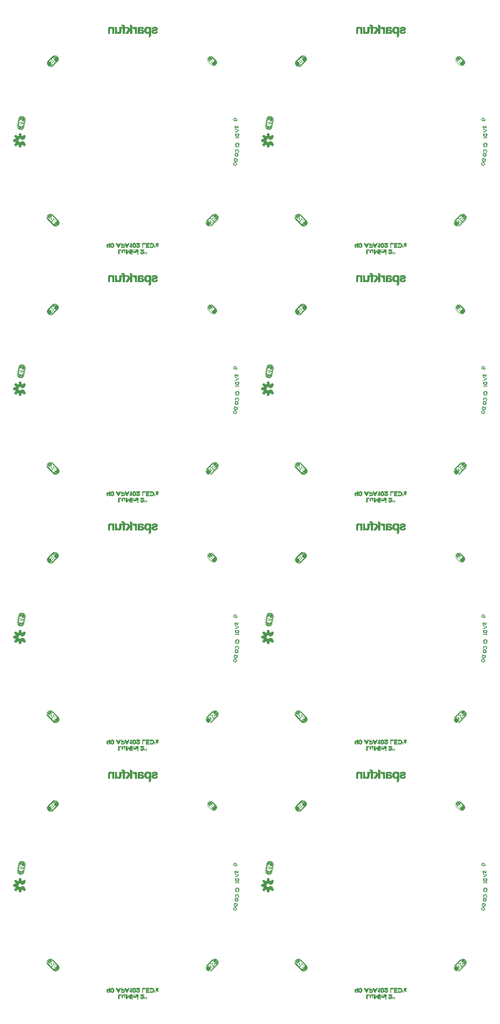
<source format=gbo>
G75*
%MOIN*%
%OFA0B0*%
%FSLAX25Y25*%
%IPPOS*%
%LPD*%
%AMOC8*
5,1,8,0,0,1.08239X$1,22.5*
%
%ADD10R,0.00787X0.00157*%
%ADD11R,0.00315X0.00157*%
%ADD12R,0.00157X0.00157*%
%ADD13R,0.01102X0.00157*%
%ADD14R,0.00945X0.00157*%
%ADD15R,0.01575X0.00157*%
%ADD16R,0.02047X0.00157*%
%ADD17R,0.01260X0.00157*%
%ADD18R,0.02362X0.00157*%
%ADD19R,0.01417X0.00157*%
%ADD20R,0.02520X0.00157*%
%ADD21R,0.00472X0.00157*%
%ADD22R,0.02835X0.00157*%
%ADD23R,0.01732X0.00157*%
%ADD24R,0.01890X0.00157*%
%ADD25R,0.00630X0.00157*%
%ADD26R,0.02205X0.00157*%
%ADD27R,0.02677X0.00157*%
%ADD28R,0.04567X0.00157*%
%ADD29R,0.02992X0.00157*%
%ADD30R,0.03307X0.00157*%
%ADD31R,0.03150X0.00157*%
%ADD32R,0.01260X0.00118*%
%ADD33R,0.00394X0.00118*%
%ADD34R,0.00236X0.00118*%
%ADD35R,0.01772X0.00118*%
%ADD36R,0.00630X0.00118*%
%ADD37R,0.02008X0.00118*%
%ADD38R,0.00748X0.00118*%
%ADD39R,0.00866X0.00118*%
%ADD40R,0.02008X0.00157*%
%ADD41R,0.01024X0.00157*%
%ADD42R,0.00866X0.00157*%
%ADD43R,0.01024X0.00118*%
%ADD44R,0.01890X0.00118*%
%ADD45R,0.00906X0.00118*%
%ADD46R,0.01142X0.00118*%
%ADD47R,0.01496X0.00118*%
%ADD48R,0.00984X0.00118*%
%ADD49R,0.00906X0.00157*%
%ADD50R,0.02126X0.00118*%
%ADD51R,0.01654X0.00157*%
%ADD52R,0.00276X0.00118*%
%ADD53R,0.01378X0.00118*%
%ADD54R,0.02126X0.00157*%
%ADD55R,0.01654X0.00118*%
%ADD56R,0.00512X0.00118*%
%ADD57R,0.01535X0.00118*%
%ADD58R,0.02244X0.00157*%
%ADD59R,0.02402X0.00118*%
%ADD60R,0.02520X0.00118*%
%ADD61R,0.02638X0.00118*%
%ADD62R,0.00984X0.00157*%
%ADD63R,0.00157X0.00157*%
%ADD64R,0.01496X0.00157*%
%ADD65R,0.01417X0.00118*%
%ADD66R,0.02402X0.00157*%
%ADD67R,0.02362X0.00118*%
%ADD68R,0.02677X0.00118*%
%ADD69R,0.02756X0.00118*%
%ADD70R,0.02913X0.00118*%
%ADD71R,0.02795X0.00118*%
%ADD72R,0.02244X0.00118*%
%ADD73R,0.02165X0.00157*%
%ADD74R,0.00394X0.00157*%
%ADD75R,0.00748X0.00157*%
%ADD76R,0.01102X0.00118*%
%ADD77R,0.02165X0.00118*%
%ADD78R,0.00354X0.00118*%
%ADD79R,0.00118X0.00630*%
%ADD80R,0.00118X0.00118*%
%ADD81R,0.00118X0.01417*%
%ADD82R,0.00118X0.00748*%
%ADD83R,0.00118X0.01890*%
%ADD84R,0.00118X0.00866*%
%ADD85R,0.00157X0.02244*%
%ADD86R,0.00157X0.00866*%
%ADD87R,0.00118X0.02402*%
%ADD88R,0.00118X0.02520*%
%ADD89R,0.00118X0.01142*%
%ADD90R,0.00157X0.01024*%
%ADD91R,0.00157X0.00276*%
%ADD92R,0.00118X0.00984*%
%ADD93R,0.00157X0.00984*%
%ADD94R,0.00118X0.01024*%
%ADD95R,0.00118X0.00512*%
%ADD96R,0.00118X0.01260*%
%ADD97R,0.00118X0.02126*%
%ADD98R,0.00118X0.01772*%
%ADD99R,0.00118X0.00157*%
%ADD100R,0.00118X0.00276*%
%ADD101R,0.00118X0.02638*%
%ADD102R,0.00157X0.00748*%
%ADD103R,0.00157X0.02402*%
%ADD104R,0.00118X0.02008*%
%ADD105R,0.03465X0.00157*%
%ADD106R,0.03622X0.00157*%
%ADD107R,0.03780X0.00157*%
%ADD108R,0.03937X0.00157*%
%ADD109C,0.00591*%
%ADD110C,0.00300*%
%ADD111R,0.05512X0.00157*%
%ADD112R,0.06142X0.00157*%
%ADD113R,0.06772X0.00157*%
%ADD114R,0.07087X0.00157*%
%ADD115R,0.07402X0.00157*%
%ADD116R,0.07717X0.00157*%
%ADD117R,0.08031X0.00157*%
%ADD118R,0.04724X0.00157*%
%ADD119R,0.04882X0.00157*%
%ADD120R,0.04094X0.00157*%
%ADD121R,0.05039X0.00157*%
%ADD122R,0.08346X0.00157*%
%ADD123R,0.08976X0.00157*%
%ADD124R,0.09291X0.00157*%
%ADD125R,0.09606X0.00157*%
%ADD126R,0.09921X0.00157*%
%ADD127R,0.10236X0.00157*%
%ADD128R,0.04252X0.00157*%
%ADD129R,0.08661X0.00157*%
%ADD130R,0.05984X0.00157*%
%ADD131R,0.10551X0.00157*%
%ADD132R,0.10866X0.00157*%
%ADD133R,0.11181X0.00157*%
%ADD134R,0.06929X0.00157*%
%ADD135R,0.04409X0.00157*%
%ADD136R,0.05197X0.00157*%
D10*
G36*
X0065275Y0064559D02*
X0064720Y0065114D01*
X0064831Y0065225D01*
X0065386Y0064670D01*
X0065275Y0064559D01*
G37*
G36*
X0065386Y0064671D02*
X0064831Y0065226D01*
X0064942Y0065337D01*
X0065497Y0064782D01*
X0065386Y0064671D01*
G37*
G36*
X0066389Y0065896D02*
X0065834Y0066451D01*
X0065945Y0066562D01*
X0066500Y0066007D01*
X0066389Y0065896D01*
G37*
G36*
X0068059Y0065339D02*
X0067504Y0065894D01*
X0067615Y0066005D01*
X0068170Y0065450D01*
X0068059Y0065339D01*
G37*
G36*
X0064384Y0066118D02*
X0063829Y0066673D01*
X0063940Y0066784D01*
X0064495Y0066229D01*
X0064384Y0066118D01*
G37*
G36*
X0037544Y0148741D02*
X0037667Y0149516D01*
X0037820Y0149491D01*
X0037697Y0148716D01*
X0037544Y0148741D01*
G37*
G36*
X0037233Y0148790D02*
X0037356Y0149565D01*
X0037509Y0149540D01*
X0037386Y0148765D01*
X0037233Y0148790D01*
G37*
G36*
X0036833Y0150289D02*
X0036956Y0151064D01*
X0037109Y0151039D01*
X0036986Y0150264D01*
X0036833Y0150289D01*
G37*
G36*
X0038388Y0150042D02*
X0038511Y0150817D01*
X0038664Y0150792D01*
X0038541Y0150017D01*
X0038388Y0150042D01*
G37*
G36*
X0040435Y0149877D02*
X0040558Y0150652D01*
X0040711Y0150627D01*
X0040588Y0149852D01*
X0040435Y0149877D01*
G37*
G36*
X0064244Y0204927D02*
X0064799Y0205482D01*
X0064910Y0205371D01*
X0064355Y0204816D01*
X0064244Y0204927D01*
G37*
G36*
X0065275Y0279559D02*
X0064720Y0280114D01*
X0064831Y0280225D01*
X0065386Y0279670D01*
X0065275Y0279559D01*
G37*
G36*
X0065386Y0279671D02*
X0064831Y0280226D01*
X0064942Y0280337D01*
X0065497Y0279782D01*
X0065386Y0279671D01*
G37*
G36*
X0066389Y0280896D02*
X0065834Y0281451D01*
X0065945Y0281562D01*
X0066500Y0281007D01*
X0066389Y0280896D01*
G37*
G36*
X0068059Y0280339D02*
X0067504Y0280894D01*
X0067615Y0281005D01*
X0068170Y0280450D01*
X0068059Y0280339D01*
G37*
G36*
X0064384Y0281118D02*
X0063829Y0281673D01*
X0063940Y0281784D01*
X0064495Y0281229D01*
X0064384Y0281118D01*
G37*
G36*
X0037544Y0363741D02*
X0037667Y0364516D01*
X0037820Y0364491D01*
X0037697Y0363716D01*
X0037544Y0363741D01*
G37*
G36*
X0037233Y0363790D02*
X0037356Y0364565D01*
X0037509Y0364540D01*
X0037386Y0363765D01*
X0037233Y0363790D01*
G37*
G36*
X0036833Y0365289D02*
X0036956Y0366064D01*
X0037109Y0366039D01*
X0036986Y0365264D01*
X0036833Y0365289D01*
G37*
G36*
X0038388Y0365042D02*
X0038511Y0365817D01*
X0038664Y0365792D01*
X0038541Y0365017D01*
X0038388Y0365042D01*
G37*
G36*
X0040435Y0364877D02*
X0040558Y0365652D01*
X0040711Y0365627D01*
X0040588Y0364852D01*
X0040435Y0364877D01*
G37*
G36*
X0064244Y0419927D02*
X0064799Y0420482D01*
X0064910Y0420371D01*
X0064355Y0419816D01*
X0064244Y0419927D01*
G37*
G36*
X0065275Y0494559D02*
X0064720Y0495114D01*
X0064831Y0495225D01*
X0065386Y0494670D01*
X0065275Y0494559D01*
G37*
G36*
X0065386Y0494671D02*
X0064831Y0495226D01*
X0064942Y0495337D01*
X0065497Y0494782D01*
X0065386Y0494671D01*
G37*
G36*
X0066389Y0495896D02*
X0065834Y0496451D01*
X0065945Y0496562D01*
X0066500Y0496007D01*
X0066389Y0495896D01*
G37*
G36*
X0068059Y0495339D02*
X0067504Y0495894D01*
X0067615Y0496005D01*
X0068170Y0495450D01*
X0068059Y0495339D01*
G37*
G36*
X0064384Y0496118D02*
X0063829Y0496673D01*
X0063940Y0496784D01*
X0064495Y0496229D01*
X0064384Y0496118D01*
G37*
G36*
X0037544Y0578741D02*
X0037667Y0579516D01*
X0037820Y0579491D01*
X0037697Y0578716D01*
X0037544Y0578741D01*
G37*
G36*
X0037233Y0578790D02*
X0037356Y0579565D01*
X0037509Y0579540D01*
X0037386Y0578765D01*
X0037233Y0578790D01*
G37*
G36*
X0036833Y0580289D02*
X0036956Y0581064D01*
X0037109Y0581039D01*
X0036986Y0580264D01*
X0036833Y0580289D01*
G37*
G36*
X0038388Y0580042D02*
X0038511Y0580817D01*
X0038664Y0580792D01*
X0038541Y0580017D01*
X0038388Y0580042D01*
G37*
G36*
X0040435Y0579877D02*
X0040558Y0580652D01*
X0040711Y0580627D01*
X0040588Y0579852D01*
X0040435Y0579877D01*
G37*
G36*
X0064244Y0634927D02*
X0064799Y0635482D01*
X0064910Y0635371D01*
X0064355Y0634816D01*
X0064244Y0634927D01*
G37*
G36*
X0065275Y0709559D02*
X0064720Y0710114D01*
X0064831Y0710225D01*
X0065386Y0709670D01*
X0065275Y0709559D01*
G37*
G36*
X0065386Y0709671D02*
X0064831Y0710226D01*
X0064942Y0710337D01*
X0065497Y0709782D01*
X0065386Y0709671D01*
G37*
G36*
X0066389Y0710896D02*
X0065834Y0711451D01*
X0065945Y0711562D01*
X0066500Y0711007D01*
X0066389Y0710896D01*
G37*
G36*
X0068059Y0710339D02*
X0067504Y0710894D01*
X0067615Y0711005D01*
X0068170Y0710450D01*
X0068059Y0710339D01*
G37*
G36*
X0064384Y0711118D02*
X0063829Y0711673D01*
X0063940Y0711784D01*
X0064495Y0711229D01*
X0064384Y0711118D01*
G37*
G36*
X0037544Y0793741D02*
X0037667Y0794516D01*
X0037820Y0794491D01*
X0037697Y0793716D01*
X0037544Y0793741D01*
G37*
G36*
X0037233Y0793790D02*
X0037356Y0794565D01*
X0037509Y0794540D01*
X0037386Y0793765D01*
X0037233Y0793790D01*
G37*
G36*
X0036833Y0795289D02*
X0036956Y0796064D01*
X0037109Y0796039D01*
X0036986Y0795264D01*
X0036833Y0795289D01*
G37*
G36*
X0038388Y0795042D02*
X0038511Y0795817D01*
X0038664Y0795792D01*
X0038541Y0795017D01*
X0038388Y0795042D01*
G37*
G36*
X0040435Y0794877D02*
X0040558Y0795652D01*
X0040711Y0795627D01*
X0040588Y0794852D01*
X0040435Y0794877D01*
G37*
G36*
X0064244Y0849927D02*
X0064799Y0850482D01*
X0064910Y0850371D01*
X0064355Y0849816D01*
X0064244Y0849927D01*
G37*
X0114870Y0690847D03*
X0122587Y0686910D03*
X0126918Y0685347D03*
X0128178Y0685347D03*
X0129595Y0685347D03*
X0129989Y0686910D03*
X0131327Y0684245D03*
X0133059Y0685347D03*
X0134477Y0685347D03*
X0135894Y0685347D03*
X0137941Y0685347D03*
X0139359Y0685347D03*
X0139359Y0682513D03*
X0139359Y0681095D03*
X0137154Y0682513D03*
X0135894Y0682513D03*
X0134477Y0682513D03*
X0134477Y0681095D03*
X0129595Y0681410D03*
X0128178Y0682513D03*
X0126130Y0682513D03*
X0131563Y0690847D03*
X0133768Y0690847D03*
X0138650Y0688643D03*
X0142193Y0683143D03*
X0145658Y0682513D03*
X0146918Y0681410D03*
X0154398Y0686910D03*
X0154398Y0687068D03*
X0154398Y0687698D03*
X0154398Y0687855D03*
X0154398Y0688013D03*
X0154398Y0688170D03*
X0154398Y0688328D03*
G36*
X0203052Y0712591D02*
X0202497Y0712036D01*
X0202386Y0712147D01*
X0202941Y0712702D01*
X0203052Y0712591D01*
G37*
G36*
X0204500Y0713148D02*
X0203945Y0712593D01*
X0203834Y0712704D01*
X0204389Y0713259D01*
X0204500Y0713148D01*
G37*
G36*
X0204054Y0711811D02*
X0203499Y0711256D01*
X0203388Y0711367D01*
X0203943Y0711922D01*
X0204054Y0711811D01*
G37*
G36*
X0204166Y0711255D02*
X0203611Y0710700D01*
X0203500Y0710811D01*
X0204055Y0711366D01*
X0204166Y0711255D01*
G37*
G36*
X0204277Y0711143D02*
X0203722Y0710588D01*
X0203611Y0710699D01*
X0204166Y0711254D01*
X0204277Y0711143D01*
G37*
G36*
X0205279Y0710364D02*
X0204724Y0709809D01*
X0204613Y0709920D01*
X0205168Y0710475D01*
X0205279Y0710364D01*
G37*
G36*
X0202995Y0633257D02*
X0203550Y0632702D01*
X0203439Y0632591D01*
X0202884Y0633146D01*
X0202995Y0633257D01*
G37*
G36*
X0251833Y0580289D02*
X0251956Y0581064D01*
X0252109Y0581039D01*
X0251986Y0580264D01*
X0251833Y0580289D01*
G37*
G36*
X0252233Y0578790D02*
X0252356Y0579565D01*
X0252509Y0579540D01*
X0252386Y0578765D01*
X0252233Y0578790D01*
G37*
G36*
X0252544Y0578741D02*
X0252667Y0579516D01*
X0252820Y0579491D01*
X0252697Y0578716D01*
X0252544Y0578741D01*
G37*
G36*
X0253388Y0580042D02*
X0253511Y0580817D01*
X0253664Y0580792D01*
X0253541Y0580017D01*
X0253388Y0580042D01*
G37*
G36*
X0255435Y0579877D02*
X0255558Y0580652D01*
X0255711Y0580627D01*
X0255588Y0579852D01*
X0255435Y0579877D01*
G37*
G36*
X0279244Y0634927D02*
X0279799Y0635482D01*
X0279910Y0635371D01*
X0279355Y0634816D01*
X0279244Y0634927D01*
G37*
G36*
X0280275Y0709559D02*
X0279720Y0710114D01*
X0279831Y0710225D01*
X0280386Y0709670D01*
X0280275Y0709559D01*
G37*
G36*
X0280386Y0709671D02*
X0279831Y0710226D01*
X0279942Y0710337D01*
X0280497Y0709782D01*
X0280386Y0709671D01*
G37*
G36*
X0281389Y0710896D02*
X0280834Y0711451D01*
X0280945Y0711562D01*
X0281500Y0711007D01*
X0281389Y0710896D01*
G37*
G36*
X0283059Y0710339D02*
X0282504Y0710894D01*
X0282615Y0711005D01*
X0283170Y0710450D01*
X0283059Y0710339D01*
G37*
G36*
X0279384Y0711118D02*
X0278829Y0711673D01*
X0278940Y0711784D01*
X0279495Y0711229D01*
X0279384Y0711118D01*
G37*
G36*
X0252544Y0793741D02*
X0252667Y0794516D01*
X0252820Y0794491D01*
X0252697Y0793716D01*
X0252544Y0793741D01*
G37*
G36*
X0252233Y0793790D02*
X0252356Y0794565D01*
X0252509Y0794540D01*
X0252386Y0793765D01*
X0252233Y0793790D01*
G37*
G36*
X0251833Y0795289D02*
X0251956Y0796064D01*
X0252109Y0796039D01*
X0251986Y0795264D01*
X0251833Y0795289D01*
G37*
G36*
X0253388Y0795042D02*
X0253511Y0795817D01*
X0253664Y0795792D01*
X0253541Y0795017D01*
X0253388Y0795042D01*
G37*
G36*
X0255435Y0794877D02*
X0255558Y0795652D01*
X0255711Y0795627D01*
X0255588Y0794852D01*
X0255435Y0794877D01*
G37*
G36*
X0279244Y0849927D02*
X0279799Y0850482D01*
X0279910Y0850371D01*
X0279355Y0849816D01*
X0279244Y0849927D01*
G37*
G36*
X0202995Y0848257D02*
X0203550Y0847702D01*
X0203439Y0847591D01*
X0202884Y0848146D01*
X0202995Y0848257D01*
G37*
X0329870Y0690847D03*
X0337587Y0686910D03*
X0341918Y0685347D03*
X0343178Y0685347D03*
X0344595Y0685347D03*
X0344989Y0686910D03*
X0346327Y0684245D03*
X0348059Y0685347D03*
X0349477Y0685347D03*
X0350894Y0685347D03*
X0352941Y0685347D03*
X0354359Y0685347D03*
X0354359Y0682513D03*
X0354359Y0681095D03*
X0352154Y0682513D03*
X0350894Y0682513D03*
X0349477Y0682513D03*
X0349477Y0681095D03*
X0344595Y0681410D03*
X0343178Y0682513D03*
X0341130Y0682513D03*
X0346563Y0690847D03*
X0348768Y0690847D03*
X0353650Y0688643D03*
X0357193Y0683143D03*
X0360658Y0682513D03*
X0361918Y0681410D03*
X0369398Y0686910D03*
X0369398Y0687068D03*
X0369398Y0687698D03*
X0369398Y0687855D03*
X0369398Y0688013D03*
X0369398Y0688170D03*
X0369398Y0688328D03*
G36*
X0418052Y0712591D02*
X0417497Y0712036D01*
X0417386Y0712147D01*
X0417941Y0712702D01*
X0418052Y0712591D01*
G37*
G36*
X0419500Y0713148D02*
X0418945Y0712593D01*
X0418834Y0712704D01*
X0419389Y0713259D01*
X0419500Y0713148D01*
G37*
G36*
X0419054Y0711811D02*
X0418499Y0711256D01*
X0418388Y0711367D01*
X0418943Y0711922D01*
X0419054Y0711811D01*
G37*
G36*
X0419166Y0711255D02*
X0418611Y0710700D01*
X0418500Y0710811D01*
X0419055Y0711366D01*
X0419166Y0711255D01*
G37*
G36*
X0419277Y0711143D02*
X0418722Y0710588D01*
X0418611Y0710699D01*
X0419166Y0711254D01*
X0419277Y0711143D01*
G37*
G36*
X0420279Y0710364D02*
X0419724Y0709809D01*
X0419613Y0709920D01*
X0420168Y0710475D01*
X0420279Y0710364D01*
G37*
G36*
X0417995Y0633257D02*
X0418550Y0632702D01*
X0418439Y0632591D01*
X0417884Y0633146D01*
X0417995Y0633257D01*
G37*
G36*
X0419500Y0498148D02*
X0418945Y0497593D01*
X0418834Y0497704D01*
X0419389Y0498259D01*
X0419500Y0498148D01*
G37*
G36*
X0419054Y0496811D02*
X0418499Y0496256D01*
X0418388Y0496367D01*
X0418943Y0496922D01*
X0419054Y0496811D01*
G37*
G36*
X0419166Y0496255D02*
X0418611Y0495700D01*
X0418500Y0495811D01*
X0419055Y0496366D01*
X0419166Y0496255D01*
G37*
G36*
X0419277Y0496143D02*
X0418722Y0495588D01*
X0418611Y0495699D01*
X0419166Y0496254D01*
X0419277Y0496143D01*
G37*
G36*
X0420279Y0495364D02*
X0419724Y0494809D01*
X0419613Y0494920D01*
X0420168Y0495475D01*
X0420279Y0495364D01*
G37*
G36*
X0418052Y0497591D02*
X0417497Y0497036D01*
X0417386Y0497147D01*
X0417941Y0497702D01*
X0418052Y0497591D01*
G37*
G36*
X0417995Y0418257D02*
X0418550Y0417702D01*
X0418439Y0417591D01*
X0417884Y0418146D01*
X0417995Y0418257D01*
G37*
X0369398Y0471910D03*
X0369398Y0472068D03*
X0369398Y0472698D03*
X0369398Y0472855D03*
X0369398Y0473013D03*
X0369398Y0473170D03*
X0369398Y0473328D03*
X0361918Y0466410D03*
X0360658Y0467513D03*
X0357193Y0468143D03*
X0354359Y0467513D03*
X0354359Y0466095D03*
X0352154Y0467513D03*
X0350894Y0467513D03*
X0349477Y0467513D03*
X0349477Y0466095D03*
X0349477Y0470347D03*
X0350894Y0470347D03*
X0352941Y0470347D03*
X0354359Y0470347D03*
X0353650Y0473643D03*
X0348768Y0475847D03*
X0346563Y0475847D03*
X0344989Y0471910D03*
X0344595Y0470347D03*
X0343178Y0470347D03*
X0341918Y0470347D03*
X0341130Y0467513D03*
X0343178Y0467513D03*
X0344595Y0466410D03*
X0346327Y0469245D03*
X0348059Y0470347D03*
X0337587Y0471910D03*
X0329870Y0475847D03*
G36*
X0283059Y0495339D02*
X0282504Y0495894D01*
X0282615Y0496005D01*
X0283170Y0495450D01*
X0283059Y0495339D01*
G37*
G36*
X0281389Y0495896D02*
X0280834Y0496451D01*
X0280945Y0496562D01*
X0281500Y0496007D01*
X0281389Y0495896D01*
G37*
G36*
X0280386Y0494671D02*
X0279831Y0495226D01*
X0279942Y0495337D01*
X0280497Y0494782D01*
X0280386Y0494671D01*
G37*
G36*
X0280275Y0494559D02*
X0279720Y0495114D01*
X0279831Y0495225D01*
X0280386Y0494670D01*
X0280275Y0494559D01*
G37*
G36*
X0279384Y0496118D02*
X0278829Y0496673D01*
X0278940Y0496784D01*
X0279495Y0496229D01*
X0279384Y0496118D01*
G37*
G36*
X0279244Y0419927D02*
X0279799Y0420482D01*
X0279910Y0420371D01*
X0279355Y0419816D01*
X0279244Y0419927D01*
G37*
G36*
X0255435Y0364877D02*
X0255558Y0365652D01*
X0255711Y0365627D01*
X0255588Y0364852D01*
X0255435Y0364877D01*
G37*
G36*
X0253388Y0365042D02*
X0253511Y0365817D01*
X0253664Y0365792D01*
X0253541Y0365017D01*
X0253388Y0365042D01*
G37*
G36*
X0252544Y0363741D02*
X0252667Y0364516D01*
X0252820Y0364491D01*
X0252697Y0363716D01*
X0252544Y0363741D01*
G37*
G36*
X0252233Y0363790D02*
X0252356Y0364565D01*
X0252509Y0364540D01*
X0252386Y0363765D01*
X0252233Y0363790D01*
G37*
G36*
X0251833Y0365289D02*
X0251956Y0366064D01*
X0252109Y0366039D01*
X0251986Y0365264D01*
X0251833Y0365289D01*
G37*
G36*
X0279384Y0281118D02*
X0278829Y0281673D01*
X0278940Y0281784D01*
X0279495Y0281229D01*
X0279384Y0281118D01*
G37*
G36*
X0280386Y0279671D02*
X0279831Y0280226D01*
X0279942Y0280337D01*
X0280497Y0279782D01*
X0280386Y0279671D01*
G37*
G36*
X0280275Y0279559D02*
X0279720Y0280114D01*
X0279831Y0280225D01*
X0280386Y0279670D01*
X0280275Y0279559D01*
G37*
G36*
X0281389Y0280896D02*
X0280834Y0281451D01*
X0280945Y0281562D01*
X0281500Y0281007D01*
X0281389Y0280896D01*
G37*
G36*
X0283059Y0280339D02*
X0282504Y0280894D01*
X0282615Y0281005D01*
X0283170Y0280450D01*
X0283059Y0280339D01*
G37*
G36*
X0279244Y0204927D02*
X0279799Y0205482D01*
X0279910Y0205371D01*
X0279355Y0204816D01*
X0279244Y0204927D01*
G37*
G36*
X0255435Y0149877D02*
X0255558Y0150652D01*
X0255711Y0150627D01*
X0255588Y0149852D01*
X0255435Y0149877D01*
G37*
G36*
X0253388Y0150042D02*
X0253511Y0150817D01*
X0253664Y0150792D01*
X0253541Y0150017D01*
X0253388Y0150042D01*
G37*
G36*
X0252544Y0148741D02*
X0252667Y0149516D01*
X0252820Y0149491D01*
X0252697Y0148716D01*
X0252544Y0148741D01*
G37*
G36*
X0252233Y0148790D02*
X0252356Y0149565D01*
X0252509Y0149540D01*
X0252386Y0148765D01*
X0252233Y0148790D01*
G37*
G36*
X0251833Y0150289D02*
X0251956Y0151064D01*
X0252109Y0151039D01*
X0251986Y0150264D01*
X0251833Y0150289D01*
G37*
G36*
X0279384Y0066118D02*
X0278829Y0066673D01*
X0278940Y0066784D01*
X0279495Y0066229D01*
X0279384Y0066118D01*
G37*
G36*
X0280386Y0064671D02*
X0279831Y0065226D01*
X0279942Y0065337D01*
X0280497Y0064782D01*
X0280386Y0064671D01*
G37*
G36*
X0280275Y0064559D02*
X0279720Y0065114D01*
X0279831Y0065225D01*
X0280386Y0064670D01*
X0280275Y0064559D01*
G37*
G36*
X0281389Y0065896D02*
X0280834Y0066451D01*
X0280945Y0066562D01*
X0281500Y0066007D01*
X0281389Y0065896D01*
G37*
G36*
X0283059Y0065339D02*
X0282504Y0065894D01*
X0282615Y0066005D01*
X0283170Y0065450D01*
X0283059Y0065339D01*
G37*
X0329870Y0045847D03*
X0337587Y0041910D03*
X0341918Y0040347D03*
X0343178Y0040347D03*
X0344595Y0040347D03*
X0344989Y0041910D03*
X0346327Y0039245D03*
X0348059Y0040347D03*
X0349477Y0040347D03*
X0350894Y0040347D03*
X0352941Y0040347D03*
X0354359Y0040347D03*
X0354359Y0037513D03*
X0354359Y0036095D03*
X0352154Y0037513D03*
X0350894Y0037513D03*
X0349477Y0037513D03*
X0349477Y0036095D03*
X0344595Y0036410D03*
X0343178Y0037513D03*
X0341130Y0037513D03*
X0346563Y0045847D03*
X0348768Y0045847D03*
X0353650Y0043643D03*
X0357193Y0038143D03*
X0360658Y0037513D03*
X0361918Y0036410D03*
X0369398Y0041910D03*
X0369398Y0042068D03*
X0369398Y0042698D03*
X0369398Y0042855D03*
X0369398Y0043013D03*
X0369398Y0043170D03*
X0369398Y0043328D03*
G36*
X0418052Y0067591D02*
X0417497Y0067036D01*
X0417386Y0067147D01*
X0417941Y0067702D01*
X0418052Y0067591D01*
G37*
G36*
X0419500Y0068148D02*
X0418945Y0067593D01*
X0418834Y0067704D01*
X0419389Y0068259D01*
X0419500Y0068148D01*
G37*
G36*
X0419054Y0066811D02*
X0418499Y0066256D01*
X0418388Y0066367D01*
X0418943Y0066922D01*
X0419054Y0066811D01*
G37*
G36*
X0419166Y0066255D02*
X0418611Y0065700D01*
X0418500Y0065811D01*
X0419055Y0066366D01*
X0419166Y0066255D01*
G37*
G36*
X0419277Y0066143D02*
X0418722Y0065588D01*
X0418611Y0065699D01*
X0419166Y0066254D01*
X0419277Y0066143D01*
G37*
G36*
X0420279Y0065364D02*
X0419724Y0064809D01*
X0419613Y0064920D01*
X0420168Y0065475D01*
X0420279Y0065364D01*
G37*
G36*
X0417995Y0203257D02*
X0418550Y0202702D01*
X0418439Y0202591D01*
X0417884Y0203146D01*
X0417995Y0203257D01*
G37*
G36*
X0420279Y0280364D02*
X0419724Y0279809D01*
X0419613Y0279920D01*
X0420168Y0280475D01*
X0420279Y0280364D01*
G37*
G36*
X0419277Y0281143D02*
X0418722Y0280588D01*
X0418611Y0280699D01*
X0419166Y0281254D01*
X0419277Y0281143D01*
G37*
G36*
X0419166Y0281255D02*
X0418611Y0280700D01*
X0418500Y0280811D01*
X0419055Y0281366D01*
X0419166Y0281255D01*
G37*
G36*
X0419054Y0281811D02*
X0418499Y0281256D01*
X0418388Y0281367D01*
X0418943Y0281922D01*
X0419054Y0281811D01*
G37*
G36*
X0419500Y0283148D02*
X0418945Y0282593D01*
X0418834Y0282704D01*
X0419389Y0283259D01*
X0419500Y0283148D01*
G37*
G36*
X0418052Y0282591D02*
X0417497Y0282036D01*
X0417386Y0282147D01*
X0417941Y0282702D01*
X0418052Y0282591D01*
G37*
X0369398Y0258328D03*
X0369398Y0258170D03*
X0369398Y0258013D03*
X0369398Y0257855D03*
X0369398Y0257698D03*
X0369398Y0257068D03*
X0369398Y0256910D03*
X0361918Y0251410D03*
X0360658Y0252513D03*
X0357193Y0253143D03*
X0354359Y0252513D03*
X0354359Y0251095D03*
X0352154Y0252513D03*
X0350894Y0252513D03*
X0349477Y0252513D03*
X0349477Y0251095D03*
X0349477Y0255347D03*
X0350894Y0255347D03*
X0352941Y0255347D03*
X0354359Y0255347D03*
X0353650Y0258643D03*
X0348768Y0260847D03*
X0346563Y0260847D03*
X0344989Y0256910D03*
X0344595Y0255347D03*
X0343178Y0255347D03*
X0341918Y0255347D03*
X0341130Y0252513D03*
X0343178Y0252513D03*
X0344595Y0251410D03*
X0346327Y0254245D03*
X0348059Y0255347D03*
X0337587Y0256910D03*
X0329870Y0260847D03*
G36*
X0205279Y0280364D02*
X0204724Y0279809D01*
X0204613Y0279920D01*
X0205168Y0280475D01*
X0205279Y0280364D01*
G37*
G36*
X0204277Y0281143D02*
X0203722Y0280588D01*
X0203611Y0280699D01*
X0204166Y0281254D01*
X0204277Y0281143D01*
G37*
G36*
X0204166Y0281255D02*
X0203611Y0280700D01*
X0203500Y0280811D01*
X0204055Y0281366D01*
X0204166Y0281255D01*
G37*
G36*
X0204054Y0281811D02*
X0203499Y0281256D01*
X0203388Y0281367D01*
X0203943Y0281922D01*
X0204054Y0281811D01*
G37*
G36*
X0204500Y0283148D02*
X0203945Y0282593D01*
X0203834Y0282704D01*
X0204389Y0283259D01*
X0204500Y0283148D01*
G37*
G36*
X0203052Y0282591D02*
X0202497Y0282036D01*
X0202386Y0282147D01*
X0202941Y0282702D01*
X0203052Y0282591D01*
G37*
G36*
X0202995Y0203257D02*
X0203550Y0202702D01*
X0203439Y0202591D01*
X0202884Y0203146D01*
X0202995Y0203257D01*
G37*
X0154398Y0256910D03*
X0154398Y0257068D03*
X0154398Y0257698D03*
X0154398Y0257855D03*
X0154398Y0258013D03*
X0154398Y0258170D03*
X0154398Y0258328D03*
X0146918Y0251410D03*
X0145658Y0252513D03*
X0142193Y0253143D03*
X0139359Y0252513D03*
X0139359Y0251095D03*
X0137154Y0252513D03*
X0135894Y0252513D03*
X0134477Y0252513D03*
X0134477Y0251095D03*
X0134477Y0255347D03*
X0135894Y0255347D03*
X0137941Y0255347D03*
X0139359Y0255347D03*
X0138650Y0258643D03*
X0133768Y0260847D03*
X0131563Y0260847D03*
X0129989Y0256910D03*
X0129595Y0255347D03*
X0128178Y0255347D03*
X0126918Y0255347D03*
X0126130Y0252513D03*
X0128178Y0252513D03*
X0129595Y0251410D03*
X0131327Y0254245D03*
X0133059Y0255347D03*
X0122587Y0256910D03*
X0114870Y0260847D03*
G36*
X0202995Y0418257D02*
X0203550Y0417702D01*
X0203439Y0417591D01*
X0202884Y0418146D01*
X0202995Y0418257D01*
G37*
G36*
X0205279Y0495364D02*
X0204724Y0494809D01*
X0204613Y0494920D01*
X0205168Y0495475D01*
X0205279Y0495364D01*
G37*
G36*
X0204277Y0496143D02*
X0203722Y0495588D01*
X0203611Y0495699D01*
X0204166Y0496254D01*
X0204277Y0496143D01*
G37*
G36*
X0204166Y0496255D02*
X0203611Y0495700D01*
X0203500Y0495811D01*
X0204055Y0496366D01*
X0204166Y0496255D01*
G37*
G36*
X0204054Y0496811D02*
X0203499Y0496256D01*
X0203388Y0496367D01*
X0203943Y0496922D01*
X0204054Y0496811D01*
G37*
G36*
X0204500Y0498148D02*
X0203945Y0497593D01*
X0203834Y0497704D01*
X0204389Y0498259D01*
X0204500Y0498148D01*
G37*
G36*
X0203052Y0497591D02*
X0202497Y0497036D01*
X0202386Y0497147D01*
X0202941Y0497702D01*
X0203052Y0497591D01*
G37*
X0154398Y0473328D03*
X0154398Y0473170D03*
X0154398Y0473013D03*
X0154398Y0472855D03*
X0154398Y0472698D03*
X0154398Y0472068D03*
X0154398Y0471910D03*
X0146918Y0466410D03*
X0145658Y0467513D03*
X0142193Y0468143D03*
X0139359Y0467513D03*
X0139359Y0466095D03*
X0137154Y0467513D03*
X0135894Y0467513D03*
X0134477Y0467513D03*
X0134477Y0466095D03*
X0134477Y0470347D03*
X0135894Y0470347D03*
X0137941Y0470347D03*
X0139359Y0470347D03*
X0138650Y0473643D03*
X0133768Y0475847D03*
X0131563Y0475847D03*
X0129989Y0471910D03*
X0129595Y0470347D03*
X0128178Y0470347D03*
X0126918Y0470347D03*
X0126130Y0467513D03*
X0128178Y0467513D03*
X0129595Y0466410D03*
X0131327Y0469245D03*
X0133059Y0470347D03*
X0122587Y0471910D03*
X0114870Y0475847D03*
G36*
X0204500Y0068148D02*
X0203945Y0067593D01*
X0203834Y0067704D01*
X0204389Y0068259D01*
X0204500Y0068148D01*
G37*
G36*
X0204054Y0066811D02*
X0203499Y0066256D01*
X0203388Y0066367D01*
X0203943Y0066922D01*
X0204054Y0066811D01*
G37*
G36*
X0204166Y0066255D02*
X0203611Y0065700D01*
X0203500Y0065811D01*
X0204055Y0066366D01*
X0204166Y0066255D01*
G37*
G36*
X0204277Y0066143D02*
X0203722Y0065588D01*
X0203611Y0065699D01*
X0204166Y0066254D01*
X0204277Y0066143D01*
G37*
G36*
X0205279Y0065364D02*
X0204724Y0064809D01*
X0204613Y0064920D01*
X0205168Y0065475D01*
X0205279Y0065364D01*
G37*
G36*
X0203052Y0067591D02*
X0202497Y0067036D01*
X0202386Y0067147D01*
X0202941Y0067702D01*
X0203052Y0067591D01*
G37*
X0154398Y0043328D03*
X0154398Y0043170D03*
X0154398Y0043013D03*
X0154398Y0042855D03*
X0154398Y0042698D03*
X0154398Y0042068D03*
X0154398Y0041910D03*
X0146918Y0036410D03*
X0145658Y0037513D03*
X0142193Y0038143D03*
X0139359Y0037513D03*
X0139359Y0036095D03*
X0137154Y0037513D03*
X0135894Y0037513D03*
X0134477Y0037513D03*
X0134477Y0036095D03*
X0134477Y0040347D03*
X0135894Y0040347D03*
X0137941Y0040347D03*
X0139359Y0040347D03*
X0138650Y0043643D03*
X0133768Y0045847D03*
X0131563Y0045847D03*
X0129989Y0041910D03*
X0129595Y0040347D03*
X0128178Y0040347D03*
X0126918Y0040347D03*
X0126130Y0037513D03*
X0128178Y0037513D03*
X0129595Y0036410D03*
X0131327Y0039245D03*
X0133059Y0040347D03*
X0122587Y0041910D03*
X0114870Y0045847D03*
G36*
X0417995Y0848257D02*
X0418550Y0847702D01*
X0418439Y0847591D01*
X0417884Y0848146D01*
X0417995Y0848257D01*
G37*
D11*
G36*
X0418720Y0709250D02*
X0418499Y0709029D01*
X0418388Y0709140D01*
X0418609Y0709361D01*
X0418720Y0709250D01*
G37*
X0371839Y0688800D03*
X0371209Y0687855D03*
X0361839Y0683143D03*
X0360579Y0683143D03*
X0360579Y0681253D03*
X0361839Y0681253D03*
X0358611Y0686753D03*
X0348847Y0686753D03*
X0337902Y0681253D03*
X0329792Y0686753D03*
X0328217Y0686753D03*
G36*
X0282280Y0711787D02*
X0282059Y0712008D01*
X0282170Y0712119D01*
X0282391Y0711898D01*
X0282280Y0711787D01*
G37*
G36*
X0282168Y0711675D02*
X0281947Y0711896D01*
X0282058Y0712007D01*
X0282279Y0711786D01*
X0282168Y0711675D01*
G37*
G36*
X0282057Y0711564D02*
X0281836Y0711785D01*
X0281947Y0711896D01*
X0282168Y0711675D01*
X0282057Y0711564D01*
G37*
G36*
X0281025Y0633813D02*
X0281246Y0634034D01*
X0281357Y0633923D01*
X0281136Y0633702D01*
X0281025Y0633813D01*
G37*
G36*
X0281805Y0633034D02*
X0282026Y0633255D01*
X0282137Y0633144D01*
X0281916Y0632923D01*
X0281805Y0633034D01*
G37*
G36*
X0281916Y0632923D02*
X0282137Y0633144D01*
X0282248Y0633033D01*
X0282027Y0632812D01*
X0281916Y0632923D01*
G37*
G36*
X0282027Y0632811D02*
X0282248Y0633032D01*
X0282359Y0632921D01*
X0282138Y0632700D01*
X0282027Y0632811D01*
G37*
G36*
X0282280Y0496787D02*
X0282059Y0497008D01*
X0282170Y0497119D01*
X0282391Y0496898D01*
X0282280Y0496787D01*
G37*
G36*
X0282168Y0496675D02*
X0281947Y0496896D01*
X0282058Y0497007D01*
X0282279Y0496786D01*
X0282168Y0496675D01*
G37*
G36*
X0282057Y0496564D02*
X0281836Y0496785D01*
X0281947Y0496896D01*
X0282168Y0496675D01*
X0282057Y0496564D01*
G37*
X0328217Y0471753D03*
X0329792Y0471753D03*
X0337902Y0466253D03*
X0348847Y0471753D03*
X0358611Y0471753D03*
X0360579Y0468143D03*
X0361839Y0468143D03*
X0361839Y0466253D03*
X0360579Y0466253D03*
X0371209Y0472855D03*
X0371839Y0473800D03*
G36*
X0418720Y0494250D02*
X0418499Y0494029D01*
X0418388Y0494140D01*
X0418609Y0494361D01*
X0418720Y0494250D01*
G37*
G36*
X0418720Y0279250D02*
X0418499Y0279029D01*
X0418388Y0279140D01*
X0418609Y0279361D01*
X0418720Y0279250D01*
G37*
X0371839Y0258800D03*
X0371209Y0257855D03*
X0361839Y0253143D03*
X0360579Y0253143D03*
X0360579Y0251253D03*
X0361839Y0251253D03*
X0358611Y0256753D03*
X0348847Y0256753D03*
X0337902Y0251253D03*
X0329792Y0256753D03*
X0328217Y0256753D03*
G36*
X0282280Y0281787D02*
X0282059Y0282008D01*
X0282170Y0282119D01*
X0282391Y0281898D01*
X0282280Y0281787D01*
G37*
G36*
X0282168Y0281675D02*
X0281947Y0281896D01*
X0282058Y0282007D01*
X0282279Y0281786D01*
X0282168Y0281675D01*
G37*
G36*
X0282057Y0281564D02*
X0281836Y0281785D01*
X0281947Y0281896D01*
X0282168Y0281675D01*
X0282057Y0281564D01*
G37*
G36*
X0281025Y0203813D02*
X0281246Y0204034D01*
X0281357Y0203923D01*
X0281136Y0203702D01*
X0281025Y0203813D01*
G37*
G36*
X0281805Y0203034D02*
X0282026Y0203255D01*
X0282137Y0203144D01*
X0281916Y0202923D01*
X0281805Y0203034D01*
G37*
G36*
X0281916Y0202923D02*
X0282137Y0203144D01*
X0282248Y0203033D01*
X0282027Y0202812D01*
X0281916Y0202923D01*
G37*
G36*
X0282027Y0202811D02*
X0282248Y0203032D01*
X0282359Y0202921D01*
X0282138Y0202700D01*
X0282027Y0202811D01*
G37*
G36*
X0282280Y0066787D02*
X0282059Y0067008D01*
X0282170Y0067119D01*
X0282391Y0066898D01*
X0282280Y0066787D01*
G37*
G36*
X0282168Y0066675D02*
X0281947Y0066896D01*
X0282058Y0067007D01*
X0282279Y0066786D01*
X0282168Y0066675D01*
G37*
G36*
X0282057Y0066564D02*
X0281836Y0066785D01*
X0281947Y0066896D01*
X0282168Y0066675D01*
X0282057Y0066564D01*
G37*
X0328217Y0041753D03*
X0329792Y0041753D03*
X0337902Y0036253D03*
X0348847Y0041753D03*
X0358611Y0041753D03*
X0360579Y0038143D03*
X0361839Y0038143D03*
X0361839Y0036253D03*
X0360579Y0036253D03*
X0371209Y0042855D03*
X0371839Y0043800D03*
G36*
X0418720Y0064250D02*
X0418499Y0064029D01*
X0418388Y0064140D01*
X0418609Y0064361D01*
X0418720Y0064250D01*
G37*
G36*
X0282027Y0417811D02*
X0282248Y0418032D01*
X0282359Y0417921D01*
X0282138Y0417700D01*
X0282027Y0417811D01*
G37*
G36*
X0281916Y0417923D02*
X0282137Y0418144D01*
X0282248Y0418033D01*
X0282027Y0417812D01*
X0281916Y0417923D01*
G37*
G36*
X0281805Y0418034D02*
X0282026Y0418255D01*
X0282137Y0418144D01*
X0281916Y0417923D01*
X0281805Y0418034D01*
G37*
G36*
X0281025Y0418813D02*
X0281246Y0419034D01*
X0281357Y0418923D01*
X0281136Y0418702D01*
X0281025Y0418813D01*
G37*
G36*
X0203720Y0494250D02*
X0203499Y0494029D01*
X0203388Y0494140D01*
X0203609Y0494361D01*
X0203720Y0494250D01*
G37*
X0156839Y0473800D03*
X0156209Y0472855D03*
X0146839Y0468143D03*
X0145579Y0468143D03*
X0145579Y0466253D03*
X0146839Y0466253D03*
X0143611Y0471753D03*
X0133847Y0471753D03*
X0122902Y0466253D03*
X0114792Y0471753D03*
X0113217Y0471753D03*
G36*
X0067280Y0496787D02*
X0067059Y0497008D01*
X0067170Y0497119D01*
X0067391Y0496898D01*
X0067280Y0496787D01*
G37*
G36*
X0067168Y0496675D02*
X0066947Y0496896D01*
X0067058Y0497007D01*
X0067279Y0496786D01*
X0067168Y0496675D01*
G37*
G36*
X0067057Y0496564D02*
X0066836Y0496785D01*
X0066947Y0496896D01*
X0067168Y0496675D01*
X0067057Y0496564D01*
G37*
G36*
X0066025Y0418813D02*
X0066246Y0419034D01*
X0066357Y0418923D01*
X0066136Y0418702D01*
X0066025Y0418813D01*
G37*
G36*
X0066805Y0418034D02*
X0067026Y0418255D01*
X0067137Y0418144D01*
X0066916Y0417923D01*
X0066805Y0418034D01*
G37*
G36*
X0066916Y0417923D02*
X0067137Y0418144D01*
X0067248Y0418033D01*
X0067027Y0417812D01*
X0066916Y0417923D01*
G37*
G36*
X0067027Y0417811D02*
X0067248Y0418032D01*
X0067359Y0417921D01*
X0067138Y0417700D01*
X0067027Y0417811D01*
G37*
G36*
X0067280Y0281787D02*
X0067059Y0282008D01*
X0067170Y0282119D01*
X0067391Y0281898D01*
X0067280Y0281787D01*
G37*
G36*
X0067168Y0281675D02*
X0066947Y0281896D01*
X0067058Y0282007D01*
X0067279Y0281786D01*
X0067168Y0281675D01*
G37*
G36*
X0067057Y0281564D02*
X0066836Y0281785D01*
X0066947Y0281896D01*
X0067168Y0281675D01*
X0067057Y0281564D01*
G37*
G36*
X0066025Y0203813D02*
X0066246Y0204034D01*
X0066357Y0203923D01*
X0066136Y0203702D01*
X0066025Y0203813D01*
G37*
G36*
X0066805Y0203034D02*
X0067026Y0203255D01*
X0067137Y0203144D01*
X0066916Y0202923D01*
X0066805Y0203034D01*
G37*
G36*
X0066916Y0202923D02*
X0067137Y0203144D01*
X0067248Y0203033D01*
X0067027Y0202812D01*
X0066916Y0202923D01*
G37*
G36*
X0067027Y0202811D02*
X0067248Y0203032D01*
X0067359Y0202921D01*
X0067138Y0202700D01*
X0067027Y0202811D01*
G37*
X0113217Y0256753D03*
X0114792Y0256753D03*
X0122902Y0251253D03*
X0133847Y0256753D03*
X0143611Y0256753D03*
X0145579Y0253143D03*
X0146839Y0253143D03*
X0146839Y0251253D03*
X0145579Y0251253D03*
X0156209Y0257855D03*
X0156839Y0258800D03*
G36*
X0203720Y0279250D02*
X0203499Y0279029D01*
X0203388Y0279140D01*
X0203609Y0279361D01*
X0203720Y0279250D01*
G37*
G36*
X0203720Y0064250D02*
X0203499Y0064029D01*
X0203388Y0064140D01*
X0203609Y0064361D01*
X0203720Y0064250D01*
G37*
X0156839Y0043800D03*
X0156209Y0042855D03*
X0146839Y0038143D03*
X0145579Y0038143D03*
X0145579Y0036253D03*
X0146839Y0036253D03*
X0143611Y0041753D03*
X0133847Y0041753D03*
X0122902Y0036253D03*
X0114792Y0041753D03*
X0113217Y0041753D03*
G36*
X0067280Y0066787D02*
X0067059Y0067008D01*
X0067170Y0067119D01*
X0067391Y0066898D01*
X0067280Y0066787D01*
G37*
G36*
X0067168Y0066675D02*
X0066947Y0066896D01*
X0067058Y0067007D01*
X0067279Y0066786D01*
X0067168Y0066675D01*
G37*
G36*
X0067057Y0066564D02*
X0066836Y0066785D01*
X0066947Y0066896D01*
X0067168Y0066675D01*
X0067057Y0066564D01*
G37*
G36*
X0067027Y0632811D02*
X0067248Y0633032D01*
X0067359Y0632921D01*
X0067138Y0632700D01*
X0067027Y0632811D01*
G37*
G36*
X0066916Y0632923D02*
X0067137Y0633144D01*
X0067248Y0633033D01*
X0067027Y0632812D01*
X0066916Y0632923D01*
G37*
G36*
X0066805Y0633034D02*
X0067026Y0633255D01*
X0067137Y0633144D01*
X0066916Y0632923D01*
X0066805Y0633034D01*
G37*
G36*
X0066025Y0633813D02*
X0066246Y0634034D01*
X0066357Y0633923D01*
X0066136Y0633702D01*
X0066025Y0633813D01*
G37*
G36*
X0067057Y0711564D02*
X0066836Y0711785D01*
X0066947Y0711896D01*
X0067168Y0711675D01*
X0067057Y0711564D01*
G37*
G36*
X0067168Y0711675D02*
X0066947Y0711896D01*
X0067058Y0712007D01*
X0067279Y0711786D01*
X0067168Y0711675D01*
G37*
G36*
X0067280Y0711787D02*
X0067059Y0712008D01*
X0067170Y0712119D01*
X0067391Y0711898D01*
X0067280Y0711787D01*
G37*
X0113217Y0686753D03*
X0114792Y0686753D03*
X0122902Y0681253D03*
X0133847Y0686753D03*
X0143611Y0686753D03*
X0145579Y0683143D03*
X0146839Y0683143D03*
X0146839Y0681253D03*
X0145579Y0681253D03*
X0156209Y0687855D03*
X0156839Y0688800D03*
G36*
X0203720Y0709250D02*
X0203499Y0709029D01*
X0203388Y0709140D01*
X0203609Y0709361D01*
X0203720Y0709250D01*
G37*
G36*
X0282027Y0847811D02*
X0282248Y0848032D01*
X0282359Y0847921D01*
X0282138Y0847700D01*
X0282027Y0847811D01*
G37*
G36*
X0281916Y0847923D02*
X0282137Y0848144D01*
X0282248Y0848033D01*
X0282027Y0847812D01*
X0281916Y0847923D01*
G37*
G36*
X0281805Y0848034D02*
X0282026Y0848255D01*
X0282137Y0848144D01*
X0281916Y0847923D01*
X0281805Y0848034D01*
G37*
G36*
X0281025Y0848813D02*
X0281246Y0849034D01*
X0281357Y0848923D01*
X0281136Y0848702D01*
X0281025Y0848813D01*
G37*
G36*
X0067027Y0847811D02*
X0067248Y0848032D01*
X0067359Y0847921D01*
X0067138Y0847700D01*
X0067027Y0847811D01*
G37*
G36*
X0066916Y0847923D02*
X0067137Y0848144D01*
X0067248Y0848033D01*
X0067027Y0847812D01*
X0066916Y0847923D01*
G37*
G36*
X0066805Y0848034D02*
X0067026Y0848255D01*
X0067137Y0848144D01*
X0066916Y0847923D01*
X0066805Y0848034D01*
G37*
G36*
X0066025Y0848813D02*
X0066246Y0849034D01*
X0066357Y0848923D01*
X0066136Y0848702D01*
X0066025Y0848813D01*
G37*
D12*
X0122587Y0686753D03*
X0129989Y0686753D03*
X0132823Y0688643D03*
X0133059Y0681253D03*
X0129595Y0681253D03*
X0154398Y0686753D03*
X0155343Y0689902D03*
X0156130Y0691005D03*
X0156130Y0476005D03*
X0155343Y0474902D03*
X0154398Y0471753D03*
X0132823Y0473643D03*
X0129989Y0471753D03*
X0129595Y0466253D03*
X0133059Y0466253D03*
X0122587Y0471753D03*
X0132823Y0258643D03*
X0129989Y0256753D03*
X0129595Y0251253D03*
X0133059Y0251253D03*
X0122587Y0256753D03*
X0154398Y0256753D03*
X0155343Y0259902D03*
X0156130Y0261005D03*
X0156130Y0046005D03*
X0155343Y0044902D03*
X0154398Y0041753D03*
X0132823Y0043643D03*
X0129989Y0041753D03*
X0129595Y0036253D03*
X0133059Y0036253D03*
X0122587Y0041753D03*
X0337587Y0041753D03*
X0344989Y0041753D03*
X0347823Y0043643D03*
X0348059Y0036253D03*
X0344595Y0036253D03*
X0369398Y0041753D03*
X0370343Y0044902D03*
X0371130Y0046005D03*
X0348059Y0251253D03*
X0344595Y0251253D03*
X0344989Y0256753D03*
X0347823Y0258643D03*
X0337587Y0256753D03*
X0369398Y0256753D03*
X0370343Y0259902D03*
X0371130Y0261005D03*
X0348059Y0466253D03*
X0344595Y0466253D03*
X0344989Y0471753D03*
X0347823Y0473643D03*
X0337587Y0471753D03*
X0369398Y0471753D03*
X0370343Y0474902D03*
X0371130Y0476005D03*
X0348059Y0681253D03*
X0344595Y0681253D03*
X0344989Y0686753D03*
X0347823Y0688643D03*
X0337587Y0686753D03*
X0369398Y0686753D03*
X0370343Y0689902D03*
X0371130Y0691005D03*
D13*
X0368138Y0689272D03*
X0368138Y0689115D03*
X0368138Y0688957D03*
X0368138Y0688800D03*
X0368138Y0688643D03*
X0368138Y0688485D03*
X0367981Y0688170D03*
X0367981Y0689430D03*
X0359241Y0682985D03*
X0359241Y0682828D03*
X0359241Y0682670D03*
X0359241Y0682513D03*
X0357193Y0682513D03*
X0357193Y0682670D03*
X0357193Y0682828D03*
X0357193Y0682985D03*
X0354359Y0682985D03*
X0354359Y0682828D03*
X0354359Y0682670D03*
X0354359Y0683143D03*
X0354359Y0683300D03*
X0354359Y0683457D03*
X0354359Y0683615D03*
X0354359Y0683772D03*
X0354359Y0683930D03*
X0354359Y0684087D03*
X0354359Y0684245D03*
X0354359Y0684402D03*
X0354359Y0684560D03*
X0354359Y0684717D03*
X0354359Y0684875D03*
X0354359Y0685032D03*
X0354359Y0685190D03*
X0352941Y0685190D03*
X0352941Y0685032D03*
X0352941Y0684875D03*
X0352941Y0684717D03*
X0352941Y0684560D03*
X0352941Y0684402D03*
X0352941Y0684245D03*
X0352941Y0684087D03*
X0352941Y0683930D03*
X0352941Y0683772D03*
X0352941Y0683615D03*
X0351052Y0683615D03*
X0349477Y0683615D03*
X0349477Y0683772D03*
X0349477Y0683930D03*
X0349477Y0684087D03*
X0349477Y0684245D03*
X0349477Y0684402D03*
X0349477Y0684560D03*
X0349477Y0684717D03*
X0349477Y0684875D03*
X0349477Y0685032D03*
X0349477Y0685190D03*
X0348059Y0685190D03*
X0348059Y0685032D03*
X0348059Y0684875D03*
X0348059Y0684717D03*
X0348059Y0684560D03*
X0348059Y0684402D03*
X0348059Y0684245D03*
X0348059Y0684087D03*
X0348059Y0683930D03*
X0348059Y0683772D03*
X0348059Y0683615D03*
X0348059Y0683457D03*
X0348059Y0683300D03*
X0349477Y0683300D03*
X0349477Y0683457D03*
X0349477Y0683143D03*
X0349477Y0682985D03*
X0349477Y0682828D03*
X0349477Y0682670D03*
X0349477Y0681725D03*
X0349477Y0681568D03*
X0349477Y0681410D03*
X0349477Y0681253D03*
X0348059Y0681568D03*
X0346327Y0683930D03*
X0346327Y0684087D03*
X0344595Y0684087D03*
X0344595Y0683930D03*
X0344595Y0683772D03*
X0344595Y0683615D03*
X0344595Y0683457D03*
X0344595Y0683300D03*
X0344595Y0684245D03*
X0344595Y0684402D03*
X0344595Y0684560D03*
X0344595Y0684717D03*
X0344595Y0684875D03*
X0344595Y0685032D03*
X0344595Y0685190D03*
X0343020Y0684245D03*
X0341130Y0684245D03*
X0341130Y0684087D03*
X0341130Y0683930D03*
X0341130Y0683772D03*
X0341130Y0683615D03*
X0341130Y0683457D03*
X0341130Y0683300D03*
X0341130Y0683143D03*
X0341130Y0682985D03*
X0341130Y0682828D03*
X0341130Y0682670D03*
X0337981Y0682670D03*
X0337981Y0682513D03*
X0337981Y0682355D03*
X0337981Y0682198D03*
X0337981Y0682040D03*
X0337981Y0681883D03*
X0337981Y0681725D03*
X0337981Y0682828D03*
X0337981Y0682985D03*
X0337981Y0683143D03*
X0337981Y0683300D03*
X0337981Y0683457D03*
X0337981Y0683615D03*
X0337981Y0683772D03*
X0337981Y0683930D03*
X0337981Y0684087D03*
X0337981Y0684245D03*
X0337981Y0684402D03*
X0337587Y0687225D03*
X0336957Y0688643D03*
X0336800Y0688957D03*
X0336170Y0690217D03*
X0336012Y0690532D03*
X0333335Y0689587D03*
X0333335Y0689430D03*
X0333335Y0689272D03*
X0333335Y0689115D03*
X0333335Y0688957D03*
X0333335Y0688800D03*
X0333335Y0688643D03*
X0333335Y0688485D03*
X0333335Y0688328D03*
X0333335Y0688170D03*
X0333178Y0688013D03*
X0333178Y0687855D03*
X0333178Y0689745D03*
X0331288Y0689745D03*
X0331288Y0689587D03*
X0331288Y0689430D03*
X0331130Y0688800D03*
X0331288Y0688328D03*
X0331288Y0688170D03*
X0331288Y0688013D03*
X0329870Y0688013D03*
X0329870Y0688170D03*
X0329870Y0688328D03*
X0329870Y0688485D03*
X0329870Y0688643D03*
X0329870Y0687855D03*
X0329870Y0687698D03*
X0329870Y0687540D03*
X0329870Y0687383D03*
X0329870Y0687225D03*
X0328296Y0687225D03*
X0328296Y0687068D03*
X0328296Y0687383D03*
X0328138Y0687540D03*
X0328138Y0687698D03*
X0328138Y0687855D03*
X0328138Y0688013D03*
X0327981Y0688170D03*
X0327981Y0688328D03*
X0327981Y0688485D03*
X0327981Y0688643D03*
X0329870Y0689902D03*
X0329870Y0690060D03*
X0329870Y0690217D03*
X0329870Y0690375D03*
X0329870Y0690532D03*
X0338374Y0688957D03*
X0338374Y0688800D03*
X0338532Y0689115D03*
X0339004Y0690217D03*
X0339162Y0690532D03*
X0339162Y0690690D03*
X0342626Y0688643D03*
X0342626Y0688485D03*
X0342626Y0688013D03*
X0344201Y0688957D03*
X0344359Y0688643D03*
X0345776Y0688800D03*
X0345933Y0689115D03*
X0346563Y0690375D03*
X0346563Y0690532D03*
X0348768Y0690532D03*
X0348768Y0690375D03*
X0348768Y0690217D03*
X0348768Y0690060D03*
X0348768Y0689902D03*
X0348768Y0689745D03*
X0348768Y0689587D03*
X0348768Y0689430D03*
X0348768Y0689272D03*
X0348768Y0689115D03*
X0348768Y0688957D03*
X0348768Y0688800D03*
X0348768Y0688643D03*
X0350185Y0688643D03*
X0350185Y0688800D03*
X0350185Y0688957D03*
X0350185Y0689115D03*
X0350185Y0689272D03*
X0350185Y0689430D03*
X0350185Y0689587D03*
X0350343Y0689745D03*
X0350185Y0688485D03*
X0350185Y0688328D03*
X0350185Y0688170D03*
X0350343Y0688013D03*
X0350343Y0687855D03*
X0348768Y0687068D03*
X0352233Y0688013D03*
X0352233Y0688170D03*
X0352390Y0688643D03*
X0352390Y0688800D03*
X0352390Y0688957D03*
X0352233Y0689430D03*
X0352233Y0689587D03*
X0352233Y0689745D03*
X0353650Y0688485D03*
X0353650Y0688328D03*
X0353650Y0688170D03*
X0353650Y0688013D03*
X0355697Y0688013D03*
X0355697Y0688170D03*
X0355697Y0688328D03*
X0355697Y0688485D03*
X0354359Y0681725D03*
X0354359Y0681568D03*
X0354359Y0681410D03*
X0354359Y0681253D03*
X0344595Y0681568D03*
X0344989Y0687225D03*
X0343571Y0690217D03*
X0343571Y0690375D03*
X0343414Y0690532D03*
G36*
X0283060Y0710117D02*
X0282282Y0710895D01*
X0282392Y0711005D01*
X0283170Y0710227D01*
X0283060Y0710117D01*
G37*
G36*
X0281723Y0710785D02*
X0280945Y0711563D01*
X0281055Y0711673D01*
X0281833Y0710895D01*
X0281723Y0710785D01*
G37*
G36*
X0280276Y0709337D02*
X0279498Y0710115D01*
X0279608Y0710225D01*
X0280386Y0709447D01*
X0280276Y0709337D01*
G37*
G36*
X0279719Y0711230D02*
X0278941Y0712008D01*
X0279051Y0712118D01*
X0279829Y0711340D01*
X0279719Y0711230D01*
G37*
G36*
X0279830Y0711342D02*
X0279052Y0712120D01*
X0279162Y0712230D01*
X0279940Y0711452D01*
X0279830Y0711342D01*
G37*
G36*
X0280357Y0632031D02*
X0281135Y0632809D01*
X0281245Y0632699D01*
X0280467Y0631921D01*
X0280357Y0632031D01*
G37*
G36*
X0281916Y0632031D02*
X0282694Y0632809D01*
X0282804Y0632699D01*
X0282026Y0631921D01*
X0281916Y0632031D01*
G37*
G36*
X0253650Y0579680D02*
X0253822Y0580768D01*
X0253976Y0580744D01*
X0253804Y0579656D01*
X0253650Y0579680D01*
G37*
G36*
X0251472Y0580025D02*
X0251644Y0581113D01*
X0251798Y0581089D01*
X0251626Y0580001D01*
X0251472Y0580025D01*
G37*
G36*
X0223277Y0546678D02*
X0223449Y0547766D01*
X0223603Y0547742D01*
X0223431Y0546654D01*
X0223277Y0546678D01*
G37*
G36*
X0204722Y0498148D02*
X0203944Y0497370D01*
X0203834Y0497480D01*
X0204612Y0498258D01*
X0204722Y0498148D01*
G37*
G36*
X0205502Y0495364D02*
X0204724Y0494586D01*
X0204614Y0494696D01*
X0205392Y0495474D01*
X0205502Y0495364D01*
G37*
G36*
X0205613Y0495253D02*
X0204835Y0494475D01*
X0204725Y0494585D01*
X0205503Y0495363D01*
X0205613Y0495253D01*
G37*
G36*
X0202495Y0495921D02*
X0201717Y0495143D01*
X0201607Y0495253D01*
X0202385Y0496031D01*
X0202495Y0495921D01*
G37*
G36*
X0202995Y0418479D02*
X0203773Y0417701D01*
X0203663Y0417591D01*
X0202885Y0418369D01*
X0202995Y0418479D01*
G37*
G36*
X0223277Y0331678D02*
X0223449Y0332766D01*
X0223603Y0332742D01*
X0223431Y0331654D01*
X0223277Y0331678D01*
G37*
G36*
X0251472Y0365025D02*
X0251644Y0366113D01*
X0251798Y0366089D01*
X0251626Y0365001D01*
X0251472Y0365025D01*
G37*
G36*
X0253650Y0364680D02*
X0253822Y0365768D01*
X0253976Y0365744D01*
X0253804Y0364656D01*
X0253650Y0364680D01*
G37*
G36*
X0280357Y0417031D02*
X0281135Y0417809D01*
X0281245Y0417699D01*
X0280467Y0416921D01*
X0280357Y0417031D01*
G37*
G36*
X0281916Y0417031D02*
X0282694Y0417809D01*
X0282804Y0417699D01*
X0282026Y0416921D01*
X0281916Y0417031D01*
G37*
X0328296Y0472068D03*
X0328296Y0472225D03*
X0328296Y0472383D03*
X0328138Y0472540D03*
X0328138Y0472698D03*
X0328138Y0472855D03*
X0328138Y0473013D03*
X0327981Y0473170D03*
X0327981Y0473328D03*
X0327981Y0473485D03*
X0327981Y0473643D03*
X0329870Y0473643D03*
X0329870Y0473485D03*
X0329870Y0473328D03*
X0329870Y0473170D03*
X0329870Y0473013D03*
X0329870Y0472855D03*
X0329870Y0472698D03*
X0329870Y0472540D03*
X0329870Y0472383D03*
X0329870Y0472225D03*
X0331288Y0473013D03*
X0331288Y0473170D03*
X0331288Y0473328D03*
X0331130Y0473800D03*
X0331288Y0474430D03*
X0331288Y0474587D03*
X0331288Y0474745D03*
X0329870Y0474902D03*
X0329870Y0475060D03*
X0329870Y0475217D03*
X0329870Y0475375D03*
X0329870Y0475532D03*
X0333178Y0474745D03*
X0333335Y0474587D03*
X0333335Y0474430D03*
X0333335Y0474272D03*
X0333335Y0474115D03*
X0333335Y0473957D03*
X0333335Y0473800D03*
X0333335Y0473643D03*
X0333335Y0473485D03*
X0333335Y0473328D03*
X0333335Y0473170D03*
X0333178Y0473013D03*
X0333178Y0472855D03*
X0336800Y0473957D03*
X0336957Y0473643D03*
X0338374Y0473800D03*
X0338374Y0473957D03*
X0338532Y0474115D03*
X0339004Y0475217D03*
X0339162Y0475532D03*
X0339162Y0475690D03*
X0336170Y0475217D03*
X0336012Y0475532D03*
X0337587Y0472225D03*
X0337981Y0469402D03*
X0337981Y0469245D03*
X0337981Y0469087D03*
X0337981Y0468930D03*
X0337981Y0468772D03*
X0337981Y0468615D03*
X0337981Y0468457D03*
X0337981Y0468300D03*
X0337981Y0468143D03*
X0337981Y0467985D03*
X0337981Y0467828D03*
X0337981Y0467670D03*
X0337981Y0467513D03*
X0337981Y0467355D03*
X0337981Y0467198D03*
X0337981Y0467040D03*
X0337981Y0466883D03*
X0337981Y0466725D03*
X0341130Y0467670D03*
X0341130Y0467828D03*
X0341130Y0467985D03*
X0341130Y0468143D03*
X0341130Y0468300D03*
X0341130Y0468457D03*
X0341130Y0468615D03*
X0341130Y0468772D03*
X0341130Y0468930D03*
X0341130Y0469087D03*
X0341130Y0469245D03*
X0343020Y0469245D03*
X0344595Y0469245D03*
X0344595Y0469402D03*
X0344595Y0469560D03*
X0344595Y0469717D03*
X0344595Y0469875D03*
X0344595Y0470032D03*
X0344595Y0470190D03*
X0344595Y0469087D03*
X0344595Y0468930D03*
X0344595Y0468772D03*
X0344595Y0468615D03*
X0344595Y0468457D03*
X0344595Y0468300D03*
X0344595Y0466568D03*
X0346327Y0468930D03*
X0346327Y0469087D03*
X0348059Y0469087D03*
X0348059Y0468930D03*
X0348059Y0468772D03*
X0348059Y0468615D03*
X0348059Y0468457D03*
X0348059Y0468300D03*
X0348059Y0469245D03*
X0348059Y0469402D03*
X0348059Y0469560D03*
X0348059Y0469717D03*
X0348059Y0469875D03*
X0348059Y0470032D03*
X0348059Y0470190D03*
X0349477Y0470190D03*
X0349477Y0470032D03*
X0349477Y0469875D03*
X0349477Y0469717D03*
X0349477Y0469560D03*
X0349477Y0469402D03*
X0349477Y0469245D03*
X0349477Y0469087D03*
X0349477Y0468930D03*
X0349477Y0468772D03*
X0349477Y0468615D03*
X0349477Y0468457D03*
X0349477Y0468300D03*
X0349477Y0468143D03*
X0349477Y0467985D03*
X0349477Y0467828D03*
X0349477Y0467670D03*
X0349477Y0466725D03*
X0349477Y0466568D03*
X0349477Y0466410D03*
X0349477Y0466253D03*
X0348059Y0466568D03*
X0351052Y0468615D03*
X0352941Y0468615D03*
X0352941Y0468772D03*
X0352941Y0468930D03*
X0352941Y0469087D03*
X0352941Y0469245D03*
X0352941Y0469402D03*
X0352941Y0469560D03*
X0352941Y0469717D03*
X0352941Y0469875D03*
X0352941Y0470032D03*
X0352941Y0470190D03*
X0354359Y0470190D03*
X0354359Y0470032D03*
X0354359Y0469875D03*
X0354359Y0469717D03*
X0354359Y0469560D03*
X0354359Y0469402D03*
X0354359Y0469245D03*
X0354359Y0469087D03*
X0354359Y0468930D03*
X0354359Y0468772D03*
X0354359Y0468615D03*
X0354359Y0468457D03*
X0354359Y0468300D03*
X0354359Y0468143D03*
X0354359Y0467985D03*
X0354359Y0467828D03*
X0354359Y0467670D03*
X0354359Y0466725D03*
X0354359Y0466568D03*
X0354359Y0466410D03*
X0354359Y0466253D03*
X0357193Y0467513D03*
X0357193Y0467670D03*
X0357193Y0467828D03*
X0357193Y0467985D03*
X0359241Y0467985D03*
X0359241Y0467828D03*
X0359241Y0467670D03*
X0359241Y0467513D03*
X0355697Y0473013D03*
X0355697Y0473170D03*
X0355697Y0473328D03*
X0355697Y0473485D03*
X0353650Y0473485D03*
X0353650Y0473328D03*
X0353650Y0473170D03*
X0353650Y0473013D03*
X0352390Y0473643D03*
X0352390Y0473800D03*
X0352390Y0473957D03*
X0352233Y0474430D03*
X0352233Y0474587D03*
X0352233Y0474745D03*
X0352233Y0473170D03*
X0352233Y0473013D03*
X0350343Y0473013D03*
X0350343Y0472855D03*
X0350185Y0473170D03*
X0350185Y0473328D03*
X0350185Y0473485D03*
X0350185Y0473643D03*
X0350185Y0473800D03*
X0350185Y0473957D03*
X0350185Y0474115D03*
X0350185Y0474272D03*
X0350185Y0474430D03*
X0350185Y0474587D03*
X0350343Y0474745D03*
X0348768Y0474745D03*
X0348768Y0474902D03*
X0348768Y0475060D03*
X0348768Y0475217D03*
X0348768Y0475375D03*
X0348768Y0475532D03*
X0348768Y0474587D03*
X0348768Y0474430D03*
X0348768Y0474272D03*
X0348768Y0474115D03*
X0348768Y0473957D03*
X0348768Y0473800D03*
X0348768Y0473643D03*
X0348768Y0472068D03*
X0345776Y0473800D03*
X0345933Y0474115D03*
X0346563Y0475375D03*
X0346563Y0475532D03*
X0344201Y0473957D03*
X0344359Y0473643D03*
X0344989Y0472225D03*
X0342626Y0473013D03*
X0342626Y0473485D03*
X0342626Y0473643D03*
X0343571Y0475217D03*
X0343571Y0475375D03*
X0343414Y0475532D03*
X0367981Y0474430D03*
X0368138Y0474272D03*
X0368138Y0474115D03*
X0368138Y0473957D03*
X0368138Y0473800D03*
X0368138Y0473643D03*
X0368138Y0473485D03*
X0367981Y0473170D03*
G36*
X0417495Y0495921D02*
X0416717Y0495143D01*
X0416607Y0495253D01*
X0417385Y0496031D01*
X0417495Y0495921D01*
G37*
G36*
X0419722Y0498148D02*
X0418944Y0497370D01*
X0418834Y0497480D01*
X0419612Y0498258D01*
X0419722Y0498148D01*
G37*
G36*
X0420502Y0495364D02*
X0419724Y0494586D01*
X0419614Y0494696D01*
X0420392Y0495474D01*
X0420502Y0495364D01*
G37*
G36*
X0420613Y0495253D02*
X0419835Y0494475D01*
X0419725Y0494585D01*
X0420503Y0495363D01*
X0420613Y0495253D01*
G37*
G36*
X0438277Y0546678D02*
X0438449Y0547766D01*
X0438603Y0547742D01*
X0438431Y0546654D01*
X0438277Y0546678D01*
G37*
G36*
X0417995Y0633479D02*
X0418773Y0632701D01*
X0418663Y0632591D01*
X0417885Y0633369D01*
X0417995Y0633479D01*
G37*
G36*
X0420613Y0710253D02*
X0419835Y0709475D01*
X0419725Y0709585D01*
X0420503Y0710363D01*
X0420613Y0710253D01*
G37*
G36*
X0420502Y0710364D02*
X0419724Y0709586D01*
X0419614Y0709696D01*
X0420392Y0710474D01*
X0420502Y0710364D01*
G37*
G36*
X0419722Y0713148D02*
X0418944Y0712370D01*
X0418834Y0712480D01*
X0419612Y0713258D01*
X0419722Y0713148D01*
G37*
G36*
X0417495Y0710921D02*
X0416717Y0710143D01*
X0416607Y0710253D01*
X0417385Y0711031D01*
X0417495Y0710921D01*
G37*
G36*
X0438277Y0761678D02*
X0438449Y0762766D01*
X0438603Y0762742D01*
X0438431Y0761654D01*
X0438277Y0761678D01*
G37*
G36*
X0417995Y0848479D02*
X0418773Y0847701D01*
X0418663Y0847591D01*
X0417885Y0848369D01*
X0417995Y0848479D01*
G37*
G36*
X0281916Y0847031D02*
X0282694Y0847809D01*
X0282804Y0847699D01*
X0282026Y0846921D01*
X0281916Y0847031D01*
G37*
G36*
X0280357Y0847031D02*
X0281135Y0847809D01*
X0281245Y0847699D01*
X0280467Y0846921D01*
X0280357Y0847031D01*
G37*
G36*
X0253650Y0794680D02*
X0253822Y0795768D01*
X0253976Y0795744D01*
X0253804Y0794656D01*
X0253650Y0794680D01*
G37*
G36*
X0251472Y0795025D02*
X0251644Y0796113D01*
X0251798Y0796089D01*
X0251626Y0795001D01*
X0251472Y0795025D01*
G37*
G36*
X0223277Y0761678D02*
X0223449Y0762766D01*
X0223603Y0762742D01*
X0223431Y0761654D01*
X0223277Y0761678D01*
G37*
G36*
X0204722Y0713148D02*
X0203944Y0712370D01*
X0203834Y0712480D01*
X0204612Y0713258D01*
X0204722Y0713148D01*
G37*
G36*
X0205502Y0710364D02*
X0204724Y0709586D01*
X0204614Y0709696D01*
X0205392Y0710474D01*
X0205502Y0710364D01*
G37*
G36*
X0205613Y0710253D02*
X0204835Y0709475D01*
X0204725Y0709585D01*
X0205503Y0710363D01*
X0205613Y0710253D01*
G37*
G36*
X0202495Y0710921D02*
X0201717Y0710143D01*
X0201607Y0710253D01*
X0202385Y0711031D01*
X0202495Y0710921D01*
G37*
G36*
X0202995Y0633479D02*
X0203773Y0632701D01*
X0203663Y0632591D01*
X0202885Y0633369D01*
X0202995Y0633479D01*
G37*
X0152981Y0688170D03*
X0153138Y0688485D03*
X0153138Y0688643D03*
X0153138Y0688800D03*
X0153138Y0688957D03*
X0153138Y0689115D03*
X0153138Y0689272D03*
X0152981Y0689430D03*
X0144241Y0682985D03*
X0144241Y0682828D03*
X0144241Y0682670D03*
X0144241Y0682513D03*
X0142193Y0682513D03*
X0142193Y0682670D03*
X0142193Y0682828D03*
X0142193Y0682985D03*
X0139359Y0682985D03*
X0139359Y0682828D03*
X0139359Y0682670D03*
X0139359Y0683143D03*
X0139359Y0683300D03*
X0139359Y0683457D03*
X0139359Y0683615D03*
X0139359Y0683772D03*
X0139359Y0683930D03*
X0139359Y0684087D03*
X0139359Y0684245D03*
X0139359Y0684402D03*
X0139359Y0684560D03*
X0139359Y0684717D03*
X0139359Y0684875D03*
X0139359Y0685032D03*
X0139359Y0685190D03*
X0137941Y0685190D03*
X0137941Y0685032D03*
X0137941Y0684875D03*
X0137941Y0684717D03*
X0137941Y0684560D03*
X0137941Y0684402D03*
X0137941Y0684245D03*
X0137941Y0684087D03*
X0137941Y0683930D03*
X0137941Y0683772D03*
X0137941Y0683615D03*
X0136052Y0683615D03*
X0134477Y0683615D03*
X0134477Y0683772D03*
X0134477Y0683930D03*
X0134477Y0684087D03*
X0134477Y0684245D03*
X0134477Y0684402D03*
X0134477Y0684560D03*
X0134477Y0684717D03*
X0134477Y0684875D03*
X0134477Y0685032D03*
X0134477Y0685190D03*
X0133059Y0685190D03*
X0133059Y0685032D03*
X0133059Y0684875D03*
X0133059Y0684717D03*
X0133059Y0684560D03*
X0133059Y0684402D03*
X0133059Y0684245D03*
X0133059Y0684087D03*
X0133059Y0683930D03*
X0133059Y0683772D03*
X0133059Y0683615D03*
X0133059Y0683457D03*
X0133059Y0683300D03*
X0134477Y0683300D03*
X0134477Y0683457D03*
X0134477Y0683143D03*
X0134477Y0682985D03*
X0134477Y0682828D03*
X0134477Y0682670D03*
X0134477Y0681725D03*
X0134477Y0681568D03*
X0134477Y0681410D03*
X0134477Y0681253D03*
X0133059Y0681568D03*
X0131327Y0683930D03*
X0131327Y0684087D03*
X0129595Y0684087D03*
X0129595Y0683930D03*
X0129595Y0683772D03*
X0129595Y0683615D03*
X0129595Y0683457D03*
X0129595Y0683300D03*
X0129595Y0684245D03*
X0129595Y0684402D03*
X0129595Y0684560D03*
X0129595Y0684717D03*
X0129595Y0684875D03*
X0129595Y0685032D03*
X0129595Y0685190D03*
X0128020Y0684245D03*
X0126130Y0684245D03*
X0126130Y0684087D03*
X0126130Y0683930D03*
X0126130Y0683772D03*
X0126130Y0683615D03*
X0126130Y0683457D03*
X0126130Y0683300D03*
X0126130Y0683143D03*
X0126130Y0682985D03*
X0126130Y0682828D03*
X0126130Y0682670D03*
X0122981Y0682670D03*
X0122981Y0682513D03*
X0122981Y0682355D03*
X0122981Y0682198D03*
X0122981Y0682040D03*
X0122981Y0681883D03*
X0122981Y0681725D03*
X0122981Y0682828D03*
X0122981Y0682985D03*
X0122981Y0683143D03*
X0122981Y0683300D03*
X0122981Y0683457D03*
X0122981Y0683615D03*
X0122981Y0683772D03*
X0122981Y0683930D03*
X0122981Y0684087D03*
X0122981Y0684245D03*
X0122981Y0684402D03*
X0122587Y0687225D03*
X0121957Y0688643D03*
X0121800Y0688957D03*
X0121170Y0690217D03*
X0121012Y0690532D03*
X0118335Y0689587D03*
X0118335Y0689430D03*
X0118335Y0689272D03*
X0118335Y0689115D03*
X0118335Y0688957D03*
X0118335Y0688800D03*
X0118335Y0688643D03*
X0118335Y0688485D03*
X0118335Y0688328D03*
X0118335Y0688170D03*
X0118178Y0688013D03*
X0118178Y0687855D03*
X0118178Y0689745D03*
X0116288Y0689745D03*
X0116288Y0689587D03*
X0116288Y0689430D03*
X0116130Y0688800D03*
X0116288Y0688328D03*
X0116288Y0688170D03*
X0116288Y0688013D03*
X0114870Y0688013D03*
X0114870Y0688170D03*
X0114870Y0688328D03*
X0114870Y0688485D03*
X0114870Y0688643D03*
X0114870Y0687855D03*
X0114870Y0687698D03*
X0114870Y0687540D03*
X0114870Y0687383D03*
X0114870Y0687225D03*
X0113296Y0687225D03*
X0113296Y0687068D03*
X0113296Y0687383D03*
X0113138Y0687540D03*
X0113138Y0687698D03*
X0113138Y0687855D03*
X0113138Y0688013D03*
X0112981Y0688170D03*
X0112981Y0688328D03*
X0112981Y0688485D03*
X0112981Y0688643D03*
X0114870Y0689902D03*
X0114870Y0690060D03*
X0114870Y0690217D03*
X0114870Y0690375D03*
X0114870Y0690532D03*
X0123374Y0688957D03*
X0123374Y0688800D03*
X0123532Y0689115D03*
X0124004Y0690217D03*
X0124162Y0690532D03*
X0124162Y0690690D03*
X0127626Y0688643D03*
X0127626Y0688485D03*
X0127626Y0688013D03*
X0129201Y0688957D03*
X0129359Y0688643D03*
X0130776Y0688800D03*
X0130933Y0689115D03*
X0131563Y0690375D03*
X0131563Y0690532D03*
X0133768Y0690532D03*
X0133768Y0690375D03*
X0133768Y0690217D03*
X0133768Y0690060D03*
X0133768Y0689902D03*
X0133768Y0689745D03*
X0133768Y0689587D03*
X0133768Y0689430D03*
X0133768Y0689272D03*
X0133768Y0689115D03*
X0133768Y0688957D03*
X0133768Y0688800D03*
X0133768Y0688643D03*
X0135185Y0688643D03*
X0135185Y0688800D03*
X0135185Y0688957D03*
X0135185Y0689115D03*
X0135185Y0689272D03*
X0135185Y0689430D03*
X0135185Y0689587D03*
X0135343Y0689745D03*
X0135185Y0688485D03*
X0135185Y0688328D03*
X0135185Y0688170D03*
X0135343Y0688013D03*
X0135343Y0687855D03*
X0133768Y0687068D03*
X0137233Y0688013D03*
X0137233Y0688170D03*
X0137390Y0688643D03*
X0137390Y0688800D03*
X0137390Y0688957D03*
X0137233Y0689430D03*
X0137233Y0689587D03*
X0137233Y0689745D03*
X0138650Y0688485D03*
X0138650Y0688328D03*
X0138650Y0688170D03*
X0138650Y0688013D03*
X0140697Y0688013D03*
X0140697Y0688170D03*
X0140697Y0688328D03*
X0140697Y0688485D03*
X0139359Y0681725D03*
X0139359Y0681568D03*
X0139359Y0681410D03*
X0139359Y0681253D03*
X0129595Y0681568D03*
X0129989Y0687225D03*
X0128571Y0690217D03*
X0128571Y0690375D03*
X0128414Y0690532D03*
G36*
X0068060Y0710117D02*
X0067282Y0710895D01*
X0067392Y0711005D01*
X0068170Y0710227D01*
X0068060Y0710117D01*
G37*
G36*
X0066723Y0710785D02*
X0065945Y0711563D01*
X0066055Y0711673D01*
X0066833Y0710895D01*
X0066723Y0710785D01*
G37*
G36*
X0065276Y0709337D02*
X0064498Y0710115D01*
X0064608Y0710225D01*
X0065386Y0709447D01*
X0065276Y0709337D01*
G37*
G36*
X0064719Y0711230D02*
X0063941Y0712008D01*
X0064051Y0712118D01*
X0064829Y0711340D01*
X0064719Y0711230D01*
G37*
G36*
X0064830Y0711342D02*
X0064052Y0712120D01*
X0064162Y0712230D01*
X0064940Y0711452D01*
X0064830Y0711342D01*
G37*
G36*
X0065357Y0632031D02*
X0066135Y0632809D01*
X0066245Y0632699D01*
X0065467Y0631921D01*
X0065357Y0632031D01*
G37*
G36*
X0066916Y0632031D02*
X0067694Y0632809D01*
X0067804Y0632699D01*
X0067026Y0631921D01*
X0066916Y0632031D01*
G37*
G36*
X0038650Y0579680D02*
X0038822Y0580768D01*
X0038976Y0580744D01*
X0038804Y0579656D01*
X0038650Y0579680D01*
G37*
G36*
X0036472Y0580025D02*
X0036644Y0581113D01*
X0036798Y0581089D01*
X0036626Y0580001D01*
X0036472Y0580025D01*
G37*
G36*
X0064830Y0496342D02*
X0064052Y0497120D01*
X0064162Y0497230D01*
X0064940Y0496452D01*
X0064830Y0496342D01*
G37*
G36*
X0064719Y0496230D02*
X0063941Y0497008D01*
X0064051Y0497118D01*
X0064829Y0496340D01*
X0064719Y0496230D01*
G37*
G36*
X0065276Y0494337D02*
X0064498Y0495115D01*
X0064608Y0495225D01*
X0065386Y0494447D01*
X0065276Y0494337D01*
G37*
G36*
X0066723Y0495785D02*
X0065945Y0496563D01*
X0066055Y0496673D01*
X0066833Y0495895D01*
X0066723Y0495785D01*
G37*
G36*
X0068060Y0495117D02*
X0067282Y0495895D01*
X0067392Y0496005D01*
X0068170Y0495227D01*
X0068060Y0495117D01*
G37*
X0112981Y0473643D03*
X0112981Y0473485D03*
X0112981Y0473328D03*
X0112981Y0473170D03*
X0113138Y0473013D03*
X0113138Y0472855D03*
X0113138Y0472698D03*
X0113138Y0472540D03*
X0113296Y0472383D03*
X0113296Y0472225D03*
X0113296Y0472068D03*
X0114870Y0472225D03*
X0114870Y0472383D03*
X0114870Y0472540D03*
X0114870Y0472698D03*
X0114870Y0472855D03*
X0114870Y0473013D03*
X0114870Y0473170D03*
X0114870Y0473328D03*
X0114870Y0473485D03*
X0114870Y0473643D03*
X0114870Y0474902D03*
X0114870Y0475060D03*
X0114870Y0475217D03*
X0114870Y0475375D03*
X0114870Y0475532D03*
X0116288Y0474745D03*
X0116288Y0474587D03*
X0116288Y0474430D03*
X0116130Y0473800D03*
X0116288Y0473328D03*
X0116288Y0473170D03*
X0116288Y0473013D03*
X0118178Y0473013D03*
X0118178Y0472855D03*
X0118335Y0473170D03*
X0118335Y0473328D03*
X0118335Y0473485D03*
X0118335Y0473643D03*
X0118335Y0473800D03*
X0118335Y0473957D03*
X0118335Y0474115D03*
X0118335Y0474272D03*
X0118335Y0474430D03*
X0118335Y0474587D03*
X0118178Y0474745D03*
X0121012Y0475532D03*
X0121170Y0475217D03*
X0121800Y0473957D03*
X0121957Y0473643D03*
X0123374Y0473800D03*
X0123374Y0473957D03*
X0123532Y0474115D03*
X0124004Y0475217D03*
X0124162Y0475532D03*
X0124162Y0475690D03*
X0122587Y0472225D03*
X0122981Y0469402D03*
X0122981Y0469245D03*
X0122981Y0469087D03*
X0122981Y0468930D03*
X0122981Y0468772D03*
X0122981Y0468615D03*
X0122981Y0468457D03*
X0122981Y0468300D03*
X0122981Y0468143D03*
X0122981Y0467985D03*
X0122981Y0467828D03*
X0122981Y0467670D03*
X0122981Y0467513D03*
X0122981Y0467355D03*
X0122981Y0467198D03*
X0122981Y0467040D03*
X0122981Y0466883D03*
X0122981Y0466725D03*
X0126130Y0467670D03*
X0126130Y0467828D03*
X0126130Y0467985D03*
X0126130Y0468143D03*
X0126130Y0468300D03*
X0126130Y0468457D03*
X0126130Y0468615D03*
X0126130Y0468772D03*
X0126130Y0468930D03*
X0126130Y0469087D03*
X0126130Y0469245D03*
X0128020Y0469245D03*
X0129595Y0469245D03*
X0129595Y0469402D03*
X0129595Y0469560D03*
X0129595Y0469717D03*
X0129595Y0469875D03*
X0129595Y0470032D03*
X0129595Y0470190D03*
X0129595Y0469087D03*
X0129595Y0468930D03*
X0129595Y0468772D03*
X0129595Y0468615D03*
X0129595Y0468457D03*
X0129595Y0468300D03*
X0129595Y0466568D03*
X0131327Y0468930D03*
X0131327Y0469087D03*
X0133059Y0469087D03*
X0133059Y0468930D03*
X0133059Y0468772D03*
X0133059Y0468615D03*
X0133059Y0468457D03*
X0133059Y0468300D03*
X0133059Y0469245D03*
X0133059Y0469402D03*
X0133059Y0469560D03*
X0133059Y0469717D03*
X0133059Y0469875D03*
X0133059Y0470032D03*
X0133059Y0470190D03*
X0134477Y0470190D03*
X0134477Y0470032D03*
X0134477Y0469875D03*
X0134477Y0469717D03*
X0134477Y0469560D03*
X0134477Y0469402D03*
X0134477Y0469245D03*
X0134477Y0469087D03*
X0134477Y0468930D03*
X0134477Y0468772D03*
X0134477Y0468615D03*
X0134477Y0468457D03*
X0134477Y0468300D03*
X0134477Y0468143D03*
X0134477Y0467985D03*
X0134477Y0467828D03*
X0134477Y0467670D03*
X0134477Y0466725D03*
X0134477Y0466568D03*
X0134477Y0466410D03*
X0134477Y0466253D03*
X0133059Y0466568D03*
X0136052Y0468615D03*
X0137941Y0468615D03*
X0137941Y0468772D03*
X0137941Y0468930D03*
X0137941Y0469087D03*
X0137941Y0469245D03*
X0137941Y0469402D03*
X0137941Y0469560D03*
X0137941Y0469717D03*
X0137941Y0469875D03*
X0137941Y0470032D03*
X0137941Y0470190D03*
X0139359Y0470190D03*
X0139359Y0470032D03*
X0139359Y0469875D03*
X0139359Y0469717D03*
X0139359Y0469560D03*
X0139359Y0469402D03*
X0139359Y0469245D03*
X0139359Y0469087D03*
X0139359Y0468930D03*
X0139359Y0468772D03*
X0139359Y0468615D03*
X0139359Y0468457D03*
X0139359Y0468300D03*
X0139359Y0468143D03*
X0139359Y0467985D03*
X0139359Y0467828D03*
X0139359Y0467670D03*
X0139359Y0466725D03*
X0139359Y0466568D03*
X0139359Y0466410D03*
X0139359Y0466253D03*
X0142193Y0467513D03*
X0142193Y0467670D03*
X0142193Y0467828D03*
X0142193Y0467985D03*
X0144241Y0467985D03*
X0144241Y0467828D03*
X0144241Y0467670D03*
X0144241Y0467513D03*
X0140697Y0473013D03*
X0140697Y0473170D03*
X0140697Y0473328D03*
X0140697Y0473485D03*
X0138650Y0473485D03*
X0138650Y0473328D03*
X0138650Y0473170D03*
X0138650Y0473013D03*
X0137390Y0473643D03*
X0137390Y0473800D03*
X0137390Y0473957D03*
X0137233Y0474430D03*
X0137233Y0474587D03*
X0137233Y0474745D03*
X0137233Y0473170D03*
X0137233Y0473013D03*
X0135343Y0473013D03*
X0135343Y0472855D03*
X0135185Y0473170D03*
X0135185Y0473328D03*
X0135185Y0473485D03*
X0135185Y0473643D03*
X0135185Y0473800D03*
X0135185Y0473957D03*
X0135185Y0474115D03*
X0135185Y0474272D03*
X0135185Y0474430D03*
X0135185Y0474587D03*
X0135343Y0474745D03*
X0133768Y0474745D03*
X0133768Y0474902D03*
X0133768Y0475060D03*
X0133768Y0475217D03*
X0133768Y0475375D03*
X0133768Y0475532D03*
X0133768Y0474587D03*
X0133768Y0474430D03*
X0133768Y0474272D03*
X0133768Y0474115D03*
X0133768Y0473957D03*
X0133768Y0473800D03*
X0133768Y0473643D03*
X0133768Y0472068D03*
X0130776Y0473800D03*
X0130933Y0474115D03*
X0131563Y0475375D03*
X0131563Y0475532D03*
X0129201Y0473957D03*
X0129359Y0473643D03*
X0129989Y0472225D03*
X0127626Y0473013D03*
X0127626Y0473485D03*
X0127626Y0473643D03*
X0128571Y0475217D03*
X0128571Y0475375D03*
X0128414Y0475532D03*
X0152981Y0474430D03*
X0153138Y0474272D03*
X0153138Y0474115D03*
X0153138Y0473957D03*
X0153138Y0473800D03*
X0153138Y0473643D03*
X0153138Y0473485D03*
X0152981Y0473170D03*
G36*
X0066916Y0417031D02*
X0067694Y0417809D01*
X0067804Y0417699D01*
X0067026Y0416921D01*
X0066916Y0417031D01*
G37*
G36*
X0065357Y0417031D02*
X0066135Y0417809D01*
X0066245Y0417699D01*
X0065467Y0416921D01*
X0065357Y0417031D01*
G37*
G36*
X0038650Y0364680D02*
X0038822Y0365768D01*
X0038976Y0365744D01*
X0038804Y0364656D01*
X0038650Y0364680D01*
G37*
G36*
X0036472Y0365025D02*
X0036644Y0366113D01*
X0036798Y0366089D01*
X0036626Y0365001D01*
X0036472Y0365025D01*
G37*
G36*
X0064830Y0281342D02*
X0064052Y0282120D01*
X0064162Y0282230D01*
X0064940Y0281452D01*
X0064830Y0281342D01*
G37*
G36*
X0064719Y0281230D02*
X0063941Y0282008D01*
X0064051Y0282118D01*
X0064829Y0281340D01*
X0064719Y0281230D01*
G37*
G36*
X0065276Y0279337D02*
X0064498Y0280115D01*
X0064608Y0280225D01*
X0065386Y0279447D01*
X0065276Y0279337D01*
G37*
G36*
X0066723Y0280785D02*
X0065945Y0281563D01*
X0066055Y0281673D01*
X0066833Y0280895D01*
X0066723Y0280785D01*
G37*
G36*
X0068060Y0280117D02*
X0067282Y0280895D01*
X0067392Y0281005D01*
X0068170Y0280227D01*
X0068060Y0280117D01*
G37*
G36*
X0066916Y0202031D02*
X0067694Y0202809D01*
X0067804Y0202699D01*
X0067026Y0201921D01*
X0066916Y0202031D01*
G37*
G36*
X0065357Y0202031D02*
X0066135Y0202809D01*
X0066245Y0202699D01*
X0065467Y0201921D01*
X0065357Y0202031D01*
G37*
G36*
X0038650Y0149680D02*
X0038822Y0150768D01*
X0038976Y0150744D01*
X0038804Y0149656D01*
X0038650Y0149680D01*
G37*
G36*
X0036472Y0150025D02*
X0036644Y0151113D01*
X0036798Y0151089D01*
X0036626Y0150001D01*
X0036472Y0150025D01*
G37*
G36*
X0064830Y0066342D02*
X0064052Y0067120D01*
X0064162Y0067230D01*
X0064940Y0066452D01*
X0064830Y0066342D01*
G37*
G36*
X0064719Y0066230D02*
X0063941Y0067008D01*
X0064051Y0067118D01*
X0064829Y0066340D01*
X0064719Y0066230D01*
G37*
G36*
X0065276Y0064337D02*
X0064498Y0065115D01*
X0064608Y0065225D01*
X0065386Y0064447D01*
X0065276Y0064337D01*
G37*
G36*
X0066723Y0065785D02*
X0065945Y0066563D01*
X0066055Y0066673D01*
X0066833Y0065895D01*
X0066723Y0065785D01*
G37*
G36*
X0068060Y0065117D02*
X0067282Y0065895D01*
X0067392Y0066005D01*
X0068170Y0065227D01*
X0068060Y0065117D01*
G37*
X0112981Y0043643D03*
X0112981Y0043485D03*
X0112981Y0043328D03*
X0112981Y0043170D03*
X0113138Y0043013D03*
X0113138Y0042855D03*
X0113138Y0042698D03*
X0113138Y0042540D03*
X0113296Y0042383D03*
X0113296Y0042225D03*
X0113296Y0042068D03*
X0114870Y0042225D03*
X0114870Y0042383D03*
X0114870Y0042540D03*
X0114870Y0042698D03*
X0114870Y0042855D03*
X0114870Y0043013D03*
X0114870Y0043170D03*
X0114870Y0043328D03*
X0114870Y0043485D03*
X0114870Y0043643D03*
X0114870Y0044902D03*
X0114870Y0045060D03*
X0114870Y0045217D03*
X0114870Y0045375D03*
X0114870Y0045532D03*
X0116288Y0044745D03*
X0116288Y0044587D03*
X0116288Y0044430D03*
X0116130Y0043800D03*
X0116288Y0043328D03*
X0116288Y0043170D03*
X0116288Y0043013D03*
X0118178Y0043013D03*
X0118178Y0042855D03*
X0118335Y0043170D03*
X0118335Y0043328D03*
X0118335Y0043485D03*
X0118335Y0043643D03*
X0118335Y0043800D03*
X0118335Y0043957D03*
X0118335Y0044115D03*
X0118335Y0044272D03*
X0118335Y0044430D03*
X0118335Y0044587D03*
X0118178Y0044745D03*
X0121012Y0045532D03*
X0121170Y0045217D03*
X0121800Y0043957D03*
X0121957Y0043643D03*
X0123374Y0043800D03*
X0123374Y0043957D03*
X0123532Y0044115D03*
X0124004Y0045217D03*
X0124162Y0045532D03*
X0124162Y0045690D03*
X0122587Y0042225D03*
X0122981Y0039402D03*
X0122981Y0039245D03*
X0122981Y0039087D03*
X0122981Y0038930D03*
X0122981Y0038772D03*
X0122981Y0038615D03*
X0122981Y0038457D03*
X0122981Y0038300D03*
X0122981Y0038143D03*
X0122981Y0037985D03*
X0122981Y0037828D03*
X0122981Y0037670D03*
X0122981Y0037513D03*
X0122981Y0037355D03*
X0122981Y0037198D03*
X0122981Y0037040D03*
X0122981Y0036883D03*
X0122981Y0036725D03*
X0126130Y0037670D03*
X0126130Y0037828D03*
X0126130Y0037985D03*
X0126130Y0038143D03*
X0126130Y0038300D03*
X0126130Y0038457D03*
X0126130Y0038615D03*
X0126130Y0038772D03*
X0126130Y0038930D03*
X0126130Y0039087D03*
X0126130Y0039245D03*
X0128020Y0039245D03*
X0129595Y0039245D03*
X0129595Y0039402D03*
X0129595Y0039560D03*
X0129595Y0039717D03*
X0129595Y0039875D03*
X0129595Y0040032D03*
X0129595Y0040190D03*
X0129595Y0039087D03*
X0129595Y0038930D03*
X0129595Y0038772D03*
X0129595Y0038615D03*
X0129595Y0038457D03*
X0129595Y0038300D03*
X0129595Y0036568D03*
X0131327Y0038930D03*
X0131327Y0039087D03*
X0133059Y0039087D03*
X0133059Y0038930D03*
X0133059Y0038772D03*
X0133059Y0038615D03*
X0133059Y0038457D03*
X0133059Y0038300D03*
X0133059Y0039245D03*
X0133059Y0039402D03*
X0133059Y0039560D03*
X0133059Y0039717D03*
X0133059Y0039875D03*
X0133059Y0040032D03*
X0133059Y0040190D03*
X0134477Y0040190D03*
X0134477Y0040032D03*
X0134477Y0039875D03*
X0134477Y0039717D03*
X0134477Y0039560D03*
X0134477Y0039402D03*
X0134477Y0039245D03*
X0134477Y0039087D03*
X0134477Y0038930D03*
X0134477Y0038772D03*
X0134477Y0038615D03*
X0134477Y0038457D03*
X0134477Y0038300D03*
X0134477Y0038143D03*
X0134477Y0037985D03*
X0134477Y0037828D03*
X0134477Y0037670D03*
X0134477Y0036725D03*
X0134477Y0036568D03*
X0134477Y0036410D03*
X0134477Y0036253D03*
X0133059Y0036568D03*
X0136052Y0038615D03*
X0137941Y0038615D03*
X0137941Y0038772D03*
X0137941Y0038930D03*
X0137941Y0039087D03*
X0137941Y0039245D03*
X0137941Y0039402D03*
X0137941Y0039560D03*
X0137941Y0039717D03*
X0137941Y0039875D03*
X0137941Y0040032D03*
X0137941Y0040190D03*
X0139359Y0040190D03*
X0139359Y0040032D03*
X0139359Y0039875D03*
X0139359Y0039717D03*
X0139359Y0039560D03*
X0139359Y0039402D03*
X0139359Y0039245D03*
X0139359Y0039087D03*
X0139359Y0038930D03*
X0139359Y0038772D03*
X0139359Y0038615D03*
X0139359Y0038457D03*
X0139359Y0038300D03*
X0139359Y0038143D03*
X0139359Y0037985D03*
X0139359Y0037828D03*
X0139359Y0037670D03*
X0139359Y0036725D03*
X0139359Y0036568D03*
X0139359Y0036410D03*
X0139359Y0036253D03*
X0142193Y0037513D03*
X0142193Y0037670D03*
X0142193Y0037828D03*
X0142193Y0037985D03*
X0144241Y0037985D03*
X0144241Y0037828D03*
X0144241Y0037670D03*
X0144241Y0037513D03*
X0140697Y0043013D03*
X0140697Y0043170D03*
X0140697Y0043328D03*
X0140697Y0043485D03*
X0138650Y0043485D03*
X0138650Y0043328D03*
X0138650Y0043170D03*
X0138650Y0043013D03*
X0137390Y0043643D03*
X0137390Y0043800D03*
X0137390Y0043957D03*
X0137233Y0044430D03*
X0137233Y0044587D03*
X0137233Y0044745D03*
X0137233Y0043170D03*
X0137233Y0043013D03*
X0135343Y0043013D03*
X0135343Y0042855D03*
X0135185Y0043170D03*
X0135185Y0043328D03*
X0135185Y0043485D03*
X0135185Y0043643D03*
X0135185Y0043800D03*
X0135185Y0043957D03*
X0135185Y0044115D03*
X0135185Y0044272D03*
X0135185Y0044430D03*
X0135185Y0044587D03*
X0135343Y0044745D03*
X0133768Y0044745D03*
X0133768Y0044902D03*
X0133768Y0045060D03*
X0133768Y0045217D03*
X0133768Y0045375D03*
X0133768Y0045532D03*
X0133768Y0044587D03*
X0133768Y0044430D03*
X0133768Y0044272D03*
X0133768Y0044115D03*
X0133768Y0043957D03*
X0133768Y0043800D03*
X0133768Y0043643D03*
X0133768Y0042068D03*
X0130776Y0043800D03*
X0130933Y0044115D03*
X0131563Y0045375D03*
X0131563Y0045532D03*
X0129201Y0043957D03*
X0129359Y0043643D03*
X0129989Y0042225D03*
X0127626Y0043013D03*
X0127626Y0043485D03*
X0127626Y0043643D03*
X0128571Y0045217D03*
X0128571Y0045375D03*
X0128414Y0045532D03*
X0152981Y0044430D03*
X0153138Y0044272D03*
X0153138Y0044115D03*
X0153138Y0043957D03*
X0153138Y0043800D03*
X0153138Y0043643D03*
X0153138Y0043485D03*
X0152981Y0043170D03*
G36*
X0202495Y0065921D02*
X0201717Y0065143D01*
X0201607Y0065253D01*
X0202385Y0066031D01*
X0202495Y0065921D01*
G37*
G36*
X0204722Y0068148D02*
X0203944Y0067370D01*
X0203834Y0067480D01*
X0204612Y0068258D01*
X0204722Y0068148D01*
G37*
G36*
X0205502Y0065364D02*
X0204724Y0064586D01*
X0204614Y0064696D01*
X0205392Y0065474D01*
X0205502Y0065364D01*
G37*
G36*
X0205613Y0065253D02*
X0204835Y0064475D01*
X0204725Y0064585D01*
X0205503Y0065363D01*
X0205613Y0065253D01*
G37*
G36*
X0223277Y0116678D02*
X0223449Y0117766D01*
X0223603Y0117742D01*
X0223431Y0116654D01*
X0223277Y0116678D01*
G37*
G36*
X0251472Y0150025D02*
X0251644Y0151113D01*
X0251798Y0151089D01*
X0251626Y0150001D01*
X0251472Y0150025D01*
G37*
G36*
X0253650Y0149680D02*
X0253822Y0150768D01*
X0253976Y0150744D01*
X0253804Y0149656D01*
X0253650Y0149680D01*
G37*
G36*
X0280357Y0202031D02*
X0281135Y0202809D01*
X0281245Y0202699D01*
X0280467Y0201921D01*
X0280357Y0202031D01*
G37*
G36*
X0281916Y0202031D02*
X0282694Y0202809D01*
X0282804Y0202699D01*
X0282026Y0201921D01*
X0281916Y0202031D01*
G37*
G36*
X0280276Y0279337D02*
X0279498Y0280115D01*
X0279608Y0280225D01*
X0280386Y0279447D01*
X0280276Y0279337D01*
G37*
G36*
X0281723Y0280785D02*
X0280945Y0281563D01*
X0281055Y0281673D01*
X0281833Y0280895D01*
X0281723Y0280785D01*
G37*
G36*
X0283060Y0280117D02*
X0282282Y0280895D01*
X0282392Y0281005D01*
X0283170Y0280227D01*
X0283060Y0280117D01*
G37*
G36*
X0279830Y0281342D02*
X0279052Y0282120D01*
X0279162Y0282230D01*
X0279940Y0281452D01*
X0279830Y0281342D01*
G37*
G36*
X0279719Y0281230D02*
X0278941Y0282008D01*
X0279051Y0282118D01*
X0279829Y0281340D01*
X0279719Y0281230D01*
G37*
X0327981Y0258643D03*
X0327981Y0258485D03*
X0327981Y0258328D03*
X0327981Y0258170D03*
X0328138Y0258013D03*
X0328138Y0257855D03*
X0328138Y0257698D03*
X0328138Y0257540D03*
X0328296Y0257383D03*
X0328296Y0257225D03*
X0328296Y0257068D03*
X0329870Y0257225D03*
X0329870Y0257383D03*
X0329870Y0257540D03*
X0329870Y0257698D03*
X0329870Y0257855D03*
X0329870Y0258013D03*
X0329870Y0258170D03*
X0329870Y0258328D03*
X0329870Y0258485D03*
X0329870Y0258643D03*
X0329870Y0259902D03*
X0329870Y0260060D03*
X0329870Y0260217D03*
X0329870Y0260375D03*
X0329870Y0260532D03*
X0331288Y0259745D03*
X0331288Y0259587D03*
X0331288Y0259430D03*
X0331130Y0258800D03*
X0331288Y0258328D03*
X0331288Y0258170D03*
X0331288Y0258013D03*
X0333178Y0258013D03*
X0333178Y0257855D03*
X0333335Y0258170D03*
X0333335Y0258328D03*
X0333335Y0258485D03*
X0333335Y0258643D03*
X0333335Y0258800D03*
X0333335Y0258957D03*
X0333335Y0259115D03*
X0333335Y0259272D03*
X0333335Y0259430D03*
X0333335Y0259587D03*
X0333178Y0259745D03*
X0336012Y0260532D03*
X0336170Y0260217D03*
X0336800Y0258957D03*
X0336957Y0258643D03*
X0338374Y0258800D03*
X0338374Y0258957D03*
X0338532Y0259115D03*
X0339004Y0260217D03*
X0339162Y0260532D03*
X0339162Y0260690D03*
X0337587Y0257225D03*
X0337981Y0254402D03*
X0337981Y0254245D03*
X0337981Y0254087D03*
X0337981Y0253930D03*
X0337981Y0253772D03*
X0337981Y0253615D03*
X0337981Y0253457D03*
X0337981Y0253300D03*
X0337981Y0253143D03*
X0337981Y0252985D03*
X0337981Y0252828D03*
X0337981Y0252670D03*
X0337981Y0252513D03*
X0337981Y0252355D03*
X0337981Y0252198D03*
X0337981Y0252040D03*
X0337981Y0251883D03*
X0337981Y0251725D03*
X0341130Y0252670D03*
X0341130Y0252828D03*
X0341130Y0252985D03*
X0341130Y0253143D03*
X0341130Y0253300D03*
X0341130Y0253457D03*
X0341130Y0253615D03*
X0341130Y0253772D03*
X0341130Y0253930D03*
X0341130Y0254087D03*
X0341130Y0254245D03*
X0343020Y0254245D03*
X0344595Y0254245D03*
X0344595Y0254402D03*
X0344595Y0254560D03*
X0344595Y0254717D03*
X0344595Y0254875D03*
X0344595Y0255032D03*
X0344595Y0255190D03*
X0344595Y0254087D03*
X0344595Y0253930D03*
X0344595Y0253772D03*
X0344595Y0253615D03*
X0344595Y0253457D03*
X0344595Y0253300D03*
X0344595Y0251568D03*
X0346327Y0253930D03*
X0346327Y0254087D03*
X0348059Y0254087D03*
X0348059Y0253930D03*
X0348059Y0253772D03*
X0348059Y0253615D03*
X0348059Y0253457D03*
X0348059Y0253300D03*
X0348059Y0254245D03*
X0348059Y0254402D03*
X0348059Y0254560D03*
X0348059Y0254717D03*
X0348059Y0254875D03*
X0348059Y0255032D03*
X0348059Y0255190D03*
X0349477Y0255190D03*
X0349477Y0255032D03*
X0349477Y0254875D03*
X0349477Y0254717D03*
X0349477Y0254560D03*
X0349477Y0254402D03*
X0349477Y0254245D03*
X0349477Y0254087D03*
X0349477Y0253930D03*
X0349477Y0253772D03*
X0349477Y0253615D03*
X0349477Y0253457D03*
X0349477Y0253300D03*
X0349477Y0253143D03*
X0349477Y0252985D03*
X0349477Y0252828D03*
X0349477Y0252670D03*
X0349477Y0251725D03*
X0349477Y0251568D03*
X0349477Y0251410D03*
X0349477Y0251253D03*
X0348059Y0251568D03*
X0351052Y0253615D03*
X0352941Y0253615D03*
X0352941Y0253772D03*
X0352941Y0253930D03*
X0352941Y0254087D03*
X0352941Y0254245D03*
X0352941Y0254402D03*
X0352941Y0254560D03*
X0352941Y0254717D03*
X0352941Y0254875D03*
X0352941Y0255032D03*
X0352941Y0255190D03*
X0354359Y0255190D03*
X0354359Y0255032D03*
X0354359Y0254875D03*
X0354359Y0254717D03*
X0354359Y0254560D03*
X0354359Y0254402D03*
X0354359Y0254245D03*
X0354359Y0254087D03*
X0354359Y0253930D03*
X0354359Y0253772D03*
X0354359Y0253615D03*
X0354359Y0253457D03*
X0354359Y0253300D03*
X0354359Y0253143D03*
X0354359Y0252985D03*
X0354359Y0252828D03*
X0354359Y0252670D03*
X0354359Y0251725D03*
X0354359Y0251568D03*
X0354359Y0251410D03*
X0354359Y0251253D03*
X0357193Y0252513D03*
X0357193Y0252670D03*
X0357193Y0252828D03*
X0357193Y0252985D03*
X0359241Y0252985D03*
X0359241Y0252828D03*
X0359241Y0252670D03*
X0359241Y0252513D03*
X0355697Y0258013D03*
X0355697Y0258170D03*
X0355697Y0258328D03*
X0355697Y0258485D03*
X0353650Y0258485D03*
X0353650Y0258328D03*
X0353650Y0258170D03*
X0353650Y0258013D03*
X0352390Y0258643D03*
X0352390Y0258800D03*
X0352390Y0258957D03*
X0352233Y0259430D03*
X0352233Y0259587D03*
X0352233Y0259745D03*
X0352233Y0258170D03*
X0352233Y0258013D03*
X0350343Y0258013D03*
X0350343Y0257855D03*
X0350185Y0258170D03*
X0350185Y0258328D03*
X0350185Y0258485D03*
X0350185Y0258643D03*
X0350185Y0258800D03*
X0350185Y0258957D03*
X0350185Y0259115D03*
X0350185Y0259272D03*
X0350185Y0259430D03*
X0350185Y0259587D03*
X0350343Y0259745D03*
X0348768Y0259745D03*
X0348768Y0259902D03*
X0348768Y0260060D03*
X0348768Y0260217D03*
X0348768Y0260375D03*
X0348768Y0260532D03*
X0348768Y0259587D03*
X0348768Y0259430D03*
X0348768Y0259272D03*
X0348768Y0259115D03*
X0348768Y0258957D03*
X0348768Y0258800D03*
X0348768Y0258643D03*
X0348768Y0257068D03*
X0345776Y0258800D03*
X0345933Y0259115D03*
X0346563Y0260375D03*
X0346563Y0260532D03*
X0344201Y0258957D03*
X0344359Y0258643D03*
X0344989Y0257225D03*
X0342626Y0258013D03*
X0342626Y0258485D03*
X0342626Y0258643D03*
X0343571Y0260217D03*
X0343571Y0260375D03*
X0343414Y0260532D03*
X0367981Y0259430D03*
X0368138Y0259272D03*
X0368138Y0259115D03*
X0368138Y0258957D03*
X0368138Y0258800D03*
X0368138Y0258643D03*
X0368138Y0258485D03*
X0367981Y0258170D03*
G36*
X0417495Y0280921D02*
X0416717Y0280143D01*
X0416607Y0280253D01*
X0417385Y0281031D01*
X0417495Y0280921D01*
G37*
G36*
X0419722Y0283148D02*
X0418944Y0282370D01*
X0418834Y0282480D01*
X0419612Y0283258D01*
X0419722Y0283148D01*
G37*
G36*
X0420502Y0280364D02*
X0419724Y0279586D01*
X0419614Y0279696D01*
X0420392Y0280474D01*
X0420502Y0280364D01*
G37*
G36*
X0420613Y0280253D02*
X0419835Y0279475D01*
X0419725Y0279585D01*
X0420503Y0280363D01*
X0420613Y0280253D01*
G37*
G36*
X0438277Y0331678D02*
X0438449Y0332766D01*
X0438603Y0332742D01*
X0438431Y0331654D01*
X0438277Y0331678D01*
G37*
G36*
X0417995Y0418479D02*
X0418773Y0417701D01*
X0418663Y0417591D01*
X0417885Y0418369D01*
X0417995Y0418479D01*
G37*
G36*
X0417995Y0203479D02*
X0418773Y0202701D01*
X0418663Y0202591D01*
X0417885Y0203369D01*
X0417995Y0203479D01*
G37*
G36*
X0438277Y0116678D02*
X0438449Y0117766D01*
X0438603Y0117742D01*
X0438431Y0116654D01*
X0438277Y0116678D01*
G37*
G36*
X0419722Y0068148D02*
X0418944Y0067370D01*
X0418834Y0067480D01*
X0419612Y0068258D01*
X0419722Y0068148D01*
G37*
G36*
X0420502Y0065364D02*
X0419724Y0064586D01*
X0419614Y0064696D01*
X0420392Y0065474D01*
X0420502Y0065364D01*
G37*
G36*
X0420613Y0065253D02*
X0419835Y0064475D01*
X0419725Y0064585D01*
X0420503Y0065363D01*
X0420613Y0065253D01*
G37*
G36*
X0417495Y0065921D02*
X0416717Y0065143D01*
X0416607Y0065253D01*
X0417385Y0066031D01*
X0417495Y0065921D01*
G37*
X0368138Y0044272D03*
X0368138Y0044115D03*
X0368138Y0043957D03*
X0368138Y0043800D03*
X0368138Y0043643D03*
X0368138Y0043485D03*
X0367981Y0043170D03*
X0367981Y0044430D03*
X0359241Y0037985D03*
X0359241Y0037828D03*
X0359241Y0037670D03*
X0359241Y0037513D03*
X0357193Y0037513D03*
X0357193Y0037670D03*
X0357193Y0037828D03*
X0357193Y0037985D03*
X0354359Y0037985D03*
X0354359Y0037828D03*
X0354359Y0037670D03*
X0354359Y0038143D03*
X0354359Y0038300D03*
X0354359Y0038457D03*
X0354359Y0038615D03*
X0354359Y0038772D03*
X0354359Y0038930D03*
X0354359Y0039087D03*
X0354359Y0039245D03*
X0354359Y0039402D03*
X0354359Y0039560D03*
X0354359Y0039717D03*
X0354359Y0039875D03*
X0354359Y0040032D03*
X0354359Y0040190D03*
X0352941Y0040190D03*
X0352941Y0040032D03*
X0352941Y0039875D03*
X0352941Y0039717D03*
X0352941Y0039560D03*
X0352941Y0039402D03*
X0352941Y0039245D03*
X0352941Y0039087D03*
X0352941Y0038930D03*
X0352941Y0038772D03*
X0352941Y0038615D03*
X0351052Y0038615D03*
X0349477Y0038615D03*
X0349477Y0038772D03*
X0349477Y0038930D03*
X0349477Y0039087D03*
X0349477Y0039245D03*
X0349477Y0039402D03*
X0349477Y0039560D03*
X0349477Y0039717D03*
X0349477Y0039875D03*
X0349477Y0040032D03*
X0349477Y0040190D03*
X0348059Y0040190D03*
X0348059Y0040032D03*
X0348059Y0039875D03*
X0348059Y0039717D03*
X0348059Y0039560D03*
X0348059Y0039402D03*
X0348059Y0039245D03*
X0348059Y0039087D03*
X0348059Y0038930D03*
X0348059Y0038772D03*
X0348059Y0038615D03*
X0348059Y0038457D03*
X0348059Y0038300D03*
X0349477Y0038300D03*
X0349477Y0038457D03*
X0349477Y0038143D03*
X0349477Y0037985D03*
X0349477Y0037828D03*
X0349477Y0037670D03*
X0349477Y0036725D03*
X0349477Y0036568D03*
X0349477Y0036410D03*
X0349477Y0036253D03*
X0348059Y0036568D03*
X0346327Y0038930D03*
X0346327Y0039087D03*
X0344595Y0039087D03*
X0344595Y0038930D03*
X0344595Y0038772D03*
X0344595Y0038615D03*
X0344595Y0038457D03*
X0344595Y0038300D03*
X0344595Y0039245D03*
X0344595Y0039402D03*
X0344595Y0039560D03*
X0344595Y0039717D03*
X0344595Y0039875D03*
X0344595Y0040032D03*
X0344595Y0040190D03*
X0343020Y0039245D03*
X0341130Y0039245D03*
X0341130Y0039087D03*
X0341130Y0038930D03*
X0341130Y0038772D03*
X0341130Y0038615D03*
X0341130Y0038457D03*
X0341130Y0038300D03*
X0341130Y0038143D03*
X0341130Y0037985D03*
X0341130Y0037828D03*
X0341130Y0037670D03*
X0337981Y0037670D03*
X0337981Y0037513D03*
X0337981Y0037355D03*
X0337981Y0037198D03*
X0337981Y0037040D03*
X0337981Y0036883D03*
X0337981Y0036725D03*
X0337981Y0037828D03*
X0337981Y0037985D03*
X0337981Y0038143D03*
X0337981Y0038300D03*
X0337981Y0038457D03*
X0337981Y0038615D03*
X0337981Y0038772D03*
X0337981Y0038930D03*
X0337981Y0039087D03*
X0337981Y0039245D03*
X0337981Y0039402D03*
X0337587Y0042225D03*
X0336957Y0043643D03*
X0336800Y0043957D03*
X0336170Y0045217D03*
X0336012Y0045532D03*
X0333335Y0044587D03*
X0333335Y0044430D03*
X0333335Y0044272D03*
X0333335Y0044115D03*
X0333335Y0043957D03*
X0333335Y0043800D03*
X0333335Y0043643D03*
X0333335Y0043485D03*
X0333335Y0043328D03*
X0333335Y0043170D03*
X0333178Y0043013D03*
X0333178Y0042855D03*
X0333178Y0044745D03*
X0331288Y0044745D03*
X0331288Y0044587D03*
X0331288Y0044430D03*
X0331130Y0043800D03*
X0331288Y0043328D03*
X0331288Y0043170D03*
X0331288Y0043013D03*
X0329870Y0043013D03*
X0329870Y0043170D03*
X0329870Y0043328D03*
X0329870Y0043485D03*
X0329870Y0043643D03*
X0329870Y0042855D03*
X0329870Y0042698D03*
X0329870Y0042540D03*
X0329870Y0042383D03*
X0329870Y0042225D03*
X0328296Y0042225D03*
X0328296Y0042068D03*
X0328296Y0042383D03*
X0328138Y0042540D03*
X0328138Y0042698D03*
X0328138Y0042855D03*
X0328138Y0043013D03*
X0327981Y0043170D03*
X0327981Y0043328D03*
X0327981Y0043485D03*
X0327981Y0043643D03*
X0329870Y0044902D03*
X0329870Y0045060D03*
X0329870Y0045217D03*
X0329870Y0045375D03*
X0329870Y0045532D03*
X0338374Y0043957D03*
X0338374Y0043800D03*
X0338532Y0044115D03*
X0339004Y0045217D03*
X0339162Y0045532D03*
X0339162Y0045690D03*
X0342626Y0043643D03*
X0342626Y0043485D03*
X0342626Y0043013D03*
X0344201Y0043957D03*
X0344359Y0043643D03*
X0345776Y0043800D03*
X0345933Y0044115D03*
X0346563Y0045375D03*
X0346563Y0045532D03*
X0348768Y0045532D03*
X0348768Y0045375D03*
X0348768Y0045217D03*
X0348768Y0045060D03*
X0348768Y0044902D03*
X0348768Y0044745D03*
X0348768Y0044587D03*
X0348768Y0044430D03*
X0348768Y0044272D03*
X0348768Y0044115D03*
X0348768Y0043957D03*
X0348768Y0043800D03*
X0348768Y0043643D03*
X0350185Y0043643D03*
X0350185Y0043800D03*
X0350185Y0043957D03*
X0350185Y0044115D03*
X0350185Y0044272D03*
X0350185Y0044430D03*
X0350185Y0044587D03*
X0350343Y0044745D03*
X0350185Y0043485D03*
X0350185Y0043328D03*
X0350185Y0043170D03*
X0350343Y0043013D03*
X0350343Y0042855D03*
X0348768Y0042068D03*
X0352233Y0043013D03*
X0352233Y0043170D03*
X0352390Y0043643D03*
X0352390Y0043800D03*
X0352390Y0043957D03*
X0352233Y0044430D03*
X0352233Y0044587D03*
X0352233Y0044745D03*
X0353650Y0043485D03*
X0353650Y0043328D03*
X0353650Y0043170D03*
X0353650Y0043013D03*
X0355697Y0043013D03*
X0355697Y0043170D03*
X0355697Y0043328D03*
X0355697Y0043485D03*
X0354359Y0036725D03*
X0354359Y0036568D03*
X0354359Y0036410D03*
X0354359Y0036253D03*
X0344595Y0036568D03*
X0344989Y0042225D03*
X0343571Y0045217D03*
X0343571Y0045375D03*
X0343414Y0045532D03*
G36*
X0283060Y0065117D02*
X0282282Y0065895D01*
X0282392Y0066005D01*
X0283170Y0065227D01*
X0283060Y0065117D01*
G37*
G36*
X0281723Y0065785D02*
X0280945Y0066563D01*
X0281055Y0066673D01*
X0281833Y0065895D01*
X0281723Y0065785D01*
G37*
G36*
X0280276Y0064337D02*
X0279498Y0065115D01*
X0279608Y0065225D01*
X0280386Y0064447D01*
X0280276Y0064337D01*
G37*
G36*
X0279719Y0066230D02*
X0278941Y0067008D01*
X0279051Y0067118D01*
X0279829Y0066340D01*
X0279719Y0066230D01*
G37*
G36*
X0279830Y0066342D02*
X0279052Y0067120D01*
X0279162Y0067230D01*
X0279940Y0066452D01*
X0279830Y0066342D01*
G37*
G36*
X0202995Y0203479D02*
X0203773Y0202701D01*
X0203663Y0202591D01*
X0202885Y0203369D01*
X0202995Y0203479D01*
G37*
G36*
X0205613Y0280253D02*
X0204835Y0279475D01*
X0204725Y0279585D01*
X0205503Y0280363D01*
X0205613Y0280253D01*
G37*
G36*
X0205502Y0280364D02*
X0204724Y0279586D01*
X0204614Y0279696D01*
X0205392Y0280474D01*
X0205502Y0280364D01*
G37*
G36*
X0204722Y0283148D02*
X0203944Y0282370D01*
X0203834Y0282480D01*
X0204612Y0283258D01*
X0204722Y0283148D01*
G37*
G36*
X0202495Y0280921D02*
X0201717Y0280143D01*
X0201607Y0280253D01*
X0202385Y0281031D01*
X0202495Y0280921D01*
G37*
X0153138Y0259272D03*
X0153138Y0259115D03*
X0153138Y0258957D03*
X0153138Y0258800D03*
X0153138Y0258643D03*
X0153138Y0258485D03*
X0152981Y0258170D03*
X0152981Y0259430D03*
X0144241Y0252985D03*
X0144241Y0252828D03*
X0144241Y0252670D03*
X0144241Y0252513D03*
X0142193Y0252513D03*
X0142193Y0252670D03*
X0142193Y0252828D03*
X0142193Y0252985D03*
X0139359Y0252985D03*
X0139359Y0252828D03*
X0139359Y0252670D03*
X0139359Y0253143D03*
X0139359Y0253300D03*
X0139359Y0253457D03*
X0139359Y0253615D03*
X0139359Y0253772D03*
X0139359Y0253930D03*
X0139359Y0254087D03*
X0139359Y0254245D03*
X0139359Y0254402D03*
X0139359Y0254560D03*
X0139359Y0254717D03*
X0139359Y0254875D03*
X0139359Y0255032D03*
X0139359Y0255190D03*
X0137941Y0255190D03*
X0137941Y0255032D03*
X0137941Y0254875D03*
X0137941Y0254717D03*
X0137941Y0254560D03*
X0137941Y0254402D03*
X0137941Y0254245D03*
X0137941Y0254087D03*
X0137941Y0253930D03*
X0137941Y0253772D03*
X0137941Y0253615D03*
X0136052Y0253615D03*
X0134477Y0253615D03*
X0134477Y0253772D03*
X0134477Y0253930D03*
X0134477Y0254087D03*
X0134477Y0254245D03*
X0134477Y0254402D03*
X0134477Y0254560D03*
X0134477Y0254717D03*
X0134477Y0254875D03*
X0134477Y0255032D03*
X0134477Y0255190D03*
X0133059Y0255190D03*
X0133059Y0255032D03*
X0133059Y0254875D03*
X0133059Y0254717D03*
X0133059Y0254560D03*
X0133059Y0254402D03*
X0133059Y0254245D03*
X0133059Y0254087D03*
X0133059Y0253930D03*
X0133059Y0253772D03*
X0133059Y0253615D03*
X0133059Y0253457D03*
X0133059Y0253300D03*
X0134477Y0253300D03*
X0134477Y0253457D03*
X0134477Y0253143D03*
X0134477Y0252985D03*
X0134477Y0252828D03*
X0134477Y0252670D03*
X0134477Y0251725D03*
X0134477Y0251568D03*
X0134477Y0251410D03*
X0134477Y0251253D03*
X0133059Y0251568D03*
X0131327Y0253930D03*
X0131327Y0254087D03*
X0129595Y0254087D03*
X0129595Y0253930D03*
X0129595Y0253772D03*
X0129595Y0253615D03*
X0129595Y0253457D03*
X0129595Y0253300D03*
X0129595Y0254245D03*
X0129595Y0254402D03*
X0129595Y0254560D03*
X0129595Y0254717D03*
X0129595Y0254875D03*
X0129595Y0255032D03*
X0129595Y0255190D03*
X0128020Y0254245D03*
X0126130Y0254245D03*
X0126130Y0254087D03*
X0126130Y0253930D03*
X0126130Y0253772D03*
X0126130Y0253615D03*
X0126130Y0253457D03*
X0126130Y0253300D03*
X0126130Y0253143D03*
X0126130Y0252985D03*
X0126130Y0252828D03*
X0126130Y0252670D03*
X0122981Y0252670D03*
X0122981Y0252513D03*
X0122981Y0252355D03*
X0122981Y0252198D03*
X0122981Y0252040D03*
X0122981Y0251883D03*
X0122981Y0251725D03*
X0122981Y0252828D03*
X0122981Y0252985D03*
X0122981Y0253143D03*
X0122981Y0253300D03*
X0122981Y0253457D03*
X0122981Y0253615D03*
X0122981Y0253772D03*
X0122981Y0253930D03*
X0122981Y0254087D03*
X0122981Y0254245D03*
X0122981Y0254402D03*
X0122587Y0257225D03*
X0121957Y0258643D03*
X0121800Y0258957D03*
X0121170Y0260217D03*
X0121012Y0260532D03*
X0118335Y0259587D03*
X0118335Y0259430D03*
X0118335Y0259272D03*
X0118335Y0259115D03*
X0118335Y0258957D03*
X0118335Y0258800D03*
X0118335Y0258643D03*
X0118335Y0258485D03*
X0118335Y0258328D03*
X0118335Y0258170D03*
X0118178Y0258013D03*
X0118178Y0257855D03*
X0118178Y0259745D03*
X0116288Y0259745D03*
X0116288Y0259587D03*
X0116288Y0259430D03*
X0116130Y0258800D03*
X0116288Y0258328D03*
X0116288Y0258170D03*
X0116288Y0258013D03*
X0114870Y0258013D03*
X0114870Y0258170D03*
X0114870Y0258328D03*
X0114870Y0258485D03*
X0114870Y0258643D03*
X0114870Y0257855D03*
X0114870Y0257698D03*
X0114870Y0257540D03*
X0114870Y0257383D03*
X0114870Y0257225D03*
X0113296Y0257225D03*
X0113296Y0257068D03*
X0113296Y0257383D03*
X0113138Y0257540D03*
X0113138Y0257698D03*
X0113138Y0257855D03*
X0113138Y0258013D03*
X0112981Y0258170D03*
X0112981Y0258328D03*
X0112981Y0258485D03*
X0112981Y0258643D03*
X0114870Y0259902D03*
X0114870Y0260060D03*
X0114870Y0260217D03*
X0114870Y0260375D03*
X0114870Y0260532D03*
X0123374Y0258957D03*
X0123374Y0258800D03*
X0123532Y0259115D03*
X0124004Y0260217D03*
X0124162Y0260532D03*
X0124162Y0260690D03*
X0127626Y0258643D03*
X0127626Y0258485D03*
X0127626Y0258013D03*
X0129201Y0258957D03*
X0129359Y0258643D03*
X0130776Y0258800D03*
X0130933Y0259115D03*
X0131563Y0260375D03*
X0131563Y0260532D03*
X0133768Y0260532D03*
X0133768Y0260375D03*
X0133768Y0260217D03*
X0133768Y0260060D03*
X0133768Y0259902D03*
X0133768Y0259745D03*
X0133768Y0259587D03*
X0133768Y0259430D03*
X0133768Y0259272D03*
X0133768Y0259115D03*
X0133768Y0258957D03*
X0133768Y0258800D03*
X0133768Y0258643D03*
X0135185Y0258643D03*
X0135185Y0258800D03*
X0135185Y0258957D03*
X0135185Y0259115D03*
X0135185Y0259272D03*
X0135185Y0259430D03*
X0135185Y0259587D03*
X0135343Y0259745D03*
X0135185Y0258485D03*
X0135185Y0258328D03*
X0135185Y0258170D03*
X0135343Y0258013D03*
X0135343Y0257855D03*
X0133768Y0257068D03*
X0137233Y0258013D03*
X0137233Y0258170D03*
X0137390Y0258643D03*
X0137390Y0258800D03*
X0137390Y0258957D03*
X0137233Y0259430D03*
X0137233Y0259587D03*
X0137233Y0259745D03*
X0138650Y0258485D03*
X0138650Y0258328D03*
X0138650Y0258170D03*
X0138650Y0258013D03*
X0140697Y0258013D03*
X0140697Y0258170D03*
X0140697Y0258328D03*
X0140697Y0258485D03*
X0139359Y0251725D03*
X0139359Y0251568D03*
X0139359Y0251410D03*
X0139359Y0251253D03*
X0129595Y0251568D03*
X0129989Y0257225D03*
X0128571Y0260217D03*
X0128571Y0260375D03*
X0128414Y0260532D03*
G36*
X0280276Y0494337D02*
X0279498Y0495115D01*
X0279608Y0495225D01*
X0280386Y0494447D01*
X0280276Y0494337D01*
G37*
G36*
X0281723Y0495785D02*
X0280945Y0496563D01*
X0281055Y0496673D01*
X0281833Y0495895D01*
X0281723Y0495785D01*
G37*
G36*
X0283060Y0495117D02*
X0282282Y0495895D01*
X0282392Y0496005D01*
X0283170Y0495227D01*
X0283060Y0495117D01*
G37*
G36*
X0279830Y0496342D02*
X0279052Y0497120D01*
X0279162Y0497230D01*
X0279940Y0496452D01*
X0279830Y0496342D01*
G37*
G36*
X0279719Y0496230D02*
X0278941Y0497008D01*
X0279051Y0497118D01*
X0279829Y0496340D01*
X0279719Y0496230D01*
G37*
G36*
X0202995Y0848479D02*
X0203773Y0847701D01*
X0203663Y0847591D01*
X0202885Y0848369D01*
X0202995Y0848479D01*
G37*
G36*
X0066916Y0847031D02*
X0067694Y0847809D01*
X0067804Y0847699D01*
X0067026Y0846921D01*
X0066916Y0847031D01*
G37*
G36*
X0065357Y0847031D02*
X0066135Y0847809D01*
X0066245Y0847699D01*
X0065467Y0846921D01*
X0065357Y0847031D01*
G37*
G36*
X0038650Y0794680D02*
X0038822Y0795768D01*
X0038976Y0795744D01*
X0038804Y0794656D01*
X0038650Y0794680D01*
G37*
G36*
X0036472Y0795025D02*
X0036644Y0796113D01*
X0036798Y0796089D01*
X0036626Y0795001D01*
X0036472Y0795025D01*
G37*
D14*
G36*
X0036653Y0795157D02*
X0036800Y0796088D01*
X0036953Y0796063D01*
X0036806Y0795132D01*
X0036653Y0795157D01*
G37*
G36*
X0037364Y0793610D02*
X0037511Y0794541D01*
X0037664Y0794516D01*
X0037517Y0793585D01*
X0037364Y0793610D01*
G37*
G36*
X0038519Y0794862D02*
X0038666Y0795793D01*
X0038819Y0795768D01*
X0038672Y0794837D01*
X0038519Y0794862D01*
G37*
G36*
X0064941Y0711676D02*
X0064275Y0712342D01*
X0064385Y0712452D01*
X0065051Y0711786D01*
X0064941Y0711676D01*
G37*
G36*
X0064830Y0711565D02*
X0064164Y0712231D01*
X0064274Y0712341D01*
X0064940Y0711675D01*
X0064830Y0711565D01*
G37*
G36*
X0064607Y0711119D02*
X0063941Y0711785D01*
X0064051Y0711895D01*
X0064717Y0711229D01*
X0064607Y0711119D01*
G37*
G36*
X0067948Y0711787D02*
X0067282Y0712453D01*
X0067392Y0712563D01*
X0068058Y0711897D01*
X0067948Y0711787D01*
G37*
X0114792Y0690690D03*
X0116209Y0689272D03*
X0116209Y0689115D03*
X0116209Y0688957D03*
X0116209Y0688643D03*
X0116209Y0688485D03*
X0114792Y0687068D03*
X0114792Y0686910D03*
X0113217Y0686910D03*
X0117311Y0686753D03*
X0122666Y0687068D03*
X0125500Y0687855D03*
X0125500Y0688013D03*
X0125500Y0688170D03*
X0125500Y0688328D03*
X0125500Y0688485D03*
X0125500Y0688643D03*
X0125500Y0689902D03*
X0125500Y0690060D03*
X0125500Y0690217D03*
X0125500Y0690375D03*
X0125500Y0690532D03*
X0125500Y0690690D03*
X0128493Y0690690D03*
X0127705Y0688328D03*
X0127705Y0688170D03*
X0130067Y0687068D03*
X0128099Y0685190D03*
X0128099Y0684087D03*
X0128099Y0683930D03*
X0128099Y0683772D03*
X0128099Y0683615D03*
X0128099Y0683457D03*
X0128099Y0683300D03*
X0128099Y0683143D03*
X0128099Y0682985D03*
X0128099Y0682828D03*
X0128099Y0682670D03*
X0132981Y0681410D03*
X0134556Y0681883D03*
X0135973Y0683772D03*
X0135973Y0683930D03*
X0135973Y0684087D03*
X0135973Y0684245D03*
X0135973Y0684402D03*
X0135973Y0684560D03*
X0135973Y0684717D03*
X0135973Y0684875D03*
X0135973Y0685032D03*
X0135973Y0685190D03*
X0136209Y0686753D03*
X0137311Y0688328D03*
X0137311Y0688485D03*
X0137311Y0689115D03*
X0137311Y0689272D03*
X0139674Y0686753D03*
X0143611Y0686910D03*
X0143611Y0687068D03*
X0143611Y0687225D03*
X0143611Y0687383D03*
X0143611Y0687540D03*
X0143611Y0687698D03*
X0143611Y0687855D03*
X0143611Y0688013D03*
X0143611Y0688170D03*
X0143611Y0688328D03*
X0143611Y0688485D03*
X0143611Y0688643D03*
X0143611Y0688800D03*
X0143611Y0688957D03*
X0143611Y0689115D03*
X0143611Y0689272D03*
X0143611Y0689430D03*
X0143611Y0689587D03*
X0143611Y0689745D03*
X0143611Y0689902D03*
X0146918Y0689745D03*
X0146918Y0689587D03*
X0146918Y0689430D03*
X0146918Y0688170D03*
X0146918Y0688013D03*
X0146918Y0687855D03*
X0150540Y0687855D03*
X0150540Y0688013D03*
X0150540Y0688170D03*
X0150540Y0688328D03*
X0150540Y0688485D03*
X0150540Y0688643D03*
X0150540Y0688800D03*
X0150540Y0688957D03*
X0150540Y0689115D03*
X0150540Y0689272D03*
X0150540Y0689430D03*
X0150540Y0689587D03*
X0150540Y0689745D03*
X0154477Y0687540D03*
X0154477Y0687383D03*
X0154477Y0687225D03*
X0155422Y0688800D03*
X0156996Y0690060D03*
X0146839Y0682513D03*
X0146839Y0682355D03*
X0146839Y0682198D03*
X0146839Y0682040D03*
X0146839Y0681883D03*
X0146839Y0681725D03*
X0146839Y0681568D03*
X0145579Y0681568D03*
X0145579Y0681725D03*
X0145579Y0681883D03*
X0145579Y0682040D03*
X0145579Y0682198D03*
X0145579Y0682355D03*
X0145579Y0681410D03*
X0143217Y0681253D03*
X0139437Y0681883D03*
X0133847Y0686910D03*
X0133847Y0690690D03*
X0131642Y0690690D03*
X0122902Y0681568D03*
X0122902Y0681410D03*
X0121091Y0690690D03*
G36*
X0202383Y0711032D02*
X0201717Y0710366D01*
X0201607Y0710476D01*
X0202273Y0711142D01*
X0202383Y0711032D01*
G37*
G36*
X0203497Y0709696D02*
X0202831Y0709030D01*
X0202721Y0709140D01*
X0203387Y0709806D01*
X0203497Y0709696D01*
G37*
G36*
X0203720Y0709696D02*
X0203054Y0709030D01*
X0202944Y0709140D01*
X0203610Y0709806D01*
X0203720Y0709696D01*
G37*
G36*
X0203831Y0709585D02*
X0203165Y0708919D01*
X0203055Y0709029D01*
X0203721Y0709695D01*
X0203831Y0709585D01*
G37*
G36*
X0251653Y0795157D02*
X0251800Y0796088D01*
X0251953Y0796063D01*
X0251806Y0795132D01*
X0251653Y0795157D01*
G37*
G36*
X0252364Y0793610D02*
X0252511Y0794541D01*
X0252664Y0794516D01*
X0252517Y0793585D01*
X0252364Y0793610D01*
G37*
G36*
X0253519Y0794862D02*
X0253666Y0795793D01*
X0253819Y0795768D01*
X0253672Y0794837D01*
X0253519Y0794862D01*
G37*
G36*
X0279941Y0711676D02*
X0279275Y0712342D01*
X0279385Y0712452D01*
X0280051Y0711786D01*
X0279941Y0711676D01*
G37*
G36*
X0279830Y0711565D02*
X0279164Y0712231D01*
X0279274Y0712341D01*
X0279940Y0711675D01*
X0279830Y0711565D01*
G37*
G36*
X0279607Y0711119D02*
X0278941Y0711785D01*
X0279051Y0711895D01*
X0279717Y0711229D01*
X0279607Y0711119D01*
G37*
G36*
X0282948Y0711787D02*
X0282282Y0712453D01*
X0282392Y0712563D01*
X0283058Y0711897D01*
X0282948Y0711787D01*
G37*
X0328217Y0686910D03*
X0329792Y0686910D03*
X0329792Y0687068D03*
X0331209Y0688485D03*
X0331209Y0688643D03*
X0331209Y0688957D03*
X0331209Y0689115D03*
X0331209Y0689272D03*
X0329792Y0690690D03*
X0332311Y0686753D03*
X0337666Y0687068D03*
X0340500Y0687855D03*
X0340500Y0688013D03*
X0340500Y0688170D03*
X0340500Y0688328D03*
X0340500Y0688485D03*
X0340500Y0688643D03*
X0340500Y0689902D03*
X0340500Y0690060D03*
X0340500Y0690217D03*
X0340500Y0690375D03*
X0340500Y0690532D03*
X0340500Y0690690D03*
X0343493Y0690690D03*
X0342705Y0688328D03*
X0342705Y0688170D03*
X0345067Y0687068D03*
X0343099Y0685190D03*
X0343099Y0684087D03*
X0343099Y0683930D03*
X0343099Y0683772D03*
X0343099Y0683615D03*
X0343099Y0683457D03*
X0343099Y0683300D03*
X0343099Y0683143D03*
X0343099Y0682985D03*
X0343099Y0682828D03*
X0343099Y0682670D03*
X0347981Y0681410D03*
X0349556Y0681883D03*
X0350973Y0683772D03*
X0350973Y0683930D03*
X0350973Y0684087D03*
X0350973Y0684245D03*
X0350973Y0684402D03*
X0350973Y0684560D03*
X0350973Y0684717D03*
X0350973Y0684875D03*
X0350973Y0685032D03*
X0350973Y0685190D03*
X0351209Y0686753D03*
X0352311Y0688328D03*
X0352311Y0688485D03*
X0352311Y0689115D03*
X0352311Y0689272D03*
X0354674Y0686753D03*
X0358611Y0686910D03*
X0358611Y0687068D03*
X0358611Y0687225D03*
X0358611Y0687383D03*
X0358611Y0687540D03*
X0358611Y0687698D03*
X0358611Y0687855D03*
X0358611Y0688013D03*
X0358611Y0688170D03*
X0358611Y0688328D03*
X0358611Y0688485D03*
X0358611Y0688643D03*
X0358611Y0688800D03*
X0358611Y0688957D03*
X0358611Y0689115D03*
X0358611Y0689272D03*
X0358611Y0689430D03*
X0358611Y0689587D03*
X0358611Y0689745D03*
X0358611Y0689902D03*
X0361918Y0689745D03*
X0361918Y0689587D03*
X0361918Y0689430D03*
X0361918Y0688170D03*
X0361918Y0688013D03*
X0361918Y0687855D03*
X0365540Y0687855D03*
X0365540Y0688013D03*
X0365540Y0688170D03*
X0365540Y0688328D03*
X0365540Y0688485D03*
X0365540Y0688643D03*
X0365540Y0688800D03*
X0365540Y0688957D03*
X0365540Y0689115D03*
X0365540Y0689272D03*
X0365540Y0689430D03*
X0365540Y0689587D03*
X0365540Y0689745D03*
X0369477Y0687540D03*
X0369477Y0687383D03*
X0369477Y0687225D03*
X0370422Y0688800D03*
X0371996Y0690060D03*
X0361839Y0682513D03*
X0361839Y0682355D03*
X0361839Y0682198D03*
X0361839Y0682040D03*
X0361839Y0681883D03*
X0361839Y0681725D03*
X0361839Y0681568D03*
X0360579Y0681568D03*
X0360579Y0681725D03*
X0360579Y0681883D03*
X0360579Y0682040D03*
X0360579Y0682198D03*
X0360579Y0682355D03*
X0360579Y0681410D03*
X0358217Y0681253D03*
X0354437Y0681883D03*
X0348847Y0686910D03*
X0348847Y0690690D03*
X0346642Y0690690D03*
X0336091Y0690690D03*
X0337902Y0681568D03*
X0337902Y0681410D03*
G36*
X0417383Y0711032D02*
X0416717Y0710366D01*
X0416607Y0710476D01*
X0417273Y0711142D01*
X0417383Y0711032D01*
G37*
G36*
X0418497Y0709696D02*
X0417831Y0709030D01*
X0417721Y0709140D01*
X0418387Y0709806D01*
X0418497Y0709696D01*
G37*
G36*
X0418720Y0709696D02*
X0418054Y0709030D01*
X0417944Y0709140D01*
X0418610Y0709806D01*
X0418720Y0709696D01*
G37*
G36*
X0418831Y0709585D02*
X0418165Y0708919D01*
X0418055Y0709029D01*
X0418721Y0709695D01*
X0418831Y0709585D01*
G37*
G36*
X0417383Y0496032D02*
X0416717Y0495366D01*
X0416607Y0495476D01*
X0417273Y0496142D01*
X0417383Y0496032D01*
G37*
G36*
X0418497Y0494696D02*
X0417831Y0494030D01*
X0417721Y0494140D01*
X0418387Y0494806D01*
X0418497Y0494696D01*
G37*
G36*
X0418720Y0494696D02*
X0418054Y0494030D01*
X0417944Y0494140D01*
X0418610Y0494806D01*
X0418720Y0494696D01*
G37*
G36*
X0418831Y0494585D02*
X0418165Y0493919D01*
X0418055Y0494029D01*
X0418721Y0494695D01*
X0418831Y0494585D01*
G37*
X0371996Y0475060D03*
X0370422Y0473800D03*
X0369477Y0472540D03*
X0369477Y0472383D03*
X0369477Y0472225D03*
X0365540Y0472855D03*
X0365540Y0473013D03*
X0365540Y0473170D03*
X0365540Y0473328D03*
X0365540Y0473485D03*
X0365540Y0473643D03*
X0365540Y0473800D03*
X0365540Y0473957D03*
X0365540Y0474115D03*
X0365540Y0474272D03*
X0365540Y0474430D03*
X0365540Y0474587D03*
X0365540Y0474745D03*
X0361918Y0474745D03*
X0361918Y0474587D03*
X0361918Y0474430D03*
X0361918Y0473170D03*
X0361918Y0473013D03*
X0361918Y0472855D03*
X0358611Y0472855D03*
X0358611Y0472698D03*
X0358611Y0472540D03*
X0358611Y0472383D03*
X0358611Y0472225D03*
X0358611Y0472068D03*
X0358611Y0471910D03*
X0358611Y0473013D03*
X0358611Y0473170D03*
X0358611Y0473328D03*
X0358611Y0473485D03*
X0358611Y0473643D03*
X0358611Y0473800D03*
X0358611Y0473957D03*
X0358611Y0474115D03*
X0358611Y0474272D03*
X0358611Y0474430D03*
X0358611Y0474587D03*
X0358611Y0474745D03*
X0358611Y0474902D03*
X0354674Y0471753D03*
X0352311Y0473328D03*
X0352311Y0473485D03*
X0352311Y0474115D03*
X0352311Y0474272D03*
X0351209Y0471753D03*
X0350973Y0470190D03*
X0350973Y0470032D03*
X0350973Y0469875D03*
X0350973Y0469717D03*
X0350973Y0469560D03*
X0350973Y0469402D03*
X0350973Y0469245D03*
X0350973Y0469087D03*
X0350973Y0468930D03*
X0350973Y0468772D03*
X0349556Y0466883D03*
X0347981Y0466410D03*
X0343099Y0467670D03*
X0343099Y0467828D03*
X0343099Y0467985D03*
X0343099Y0468143D03*
X0343099Y0468300D03*
X0343099Y0468457D03*
X0343099Y0468615D03*
X0343099Y0468772D03*
X0343099Y0468930D03*
X0343099Y0469087D03*
X0343099Y0470190D03*
X0345067Y0472068D03*
X0342705Y0473170D03*
X0342705Y0473328D03*
X0340500Y0473328D03*
X0340500Y0473485D03*
X0340500Y0473643D03*
X0340500Y0473170D03*
X0340500Y0473013D03*
X0340500Y0472855D03*
X0340500Y0474902D03*
X0340500Y0475060D03*
X0340500Y0475217D03*
X0340500Y0475375D03*
X0340500Y0475532D03*
X0340500Y0475690D03*
X0343493Y0475690D03*
X0346642Y0475690D03*
X0348847Y0475690D03*
X0348847Y0471910D03*
X0354437Y0466883D03*
X0358217Y0466253D03*
X0360579Y0466410D03*
X0360579Y0466568D03*
X0360579Y0466725D03*
X0360579Y0466883D03*
X0360579Y0467040D03*
X0360579Y0467198D03*
X0360579Y0467355D03*
X0361839Y0467355D03*
X0361839Y0467198D03*
X0361839Y0467040D03*
X0361839Y0466883D03*
X0361839Y0466725D03*
X0361839Y0466568D03*
X0361839Y0467513D03*
X0337902Y0466568D03*
X0337902Y0466410D03*
X0337666Y0472068D03*
X0336091Y0475690D03*
X0331209Y0474272D03*
X0331209Y0474115D03*
X0331209Y0473957D03*
X0331209Y0473643D03*
X0331209Y0473485D03*
X0329792Y0472068D03*
X0329792Y0471910D03*
X0328217Y0471910D03*
X0329792Y0475690D03*
X0332311Y0471753D03*
G36*
X0282948Y0496787D02*
X0282282Y0497453D01*
X0282392Y0497563D01*
X0283058Y0496897D01*
X0282948Y0496787D01*
G37*
G36*
X0279941Y0496676D02*
X0279275Y0497342D01*
X0279385Y0497452D01*
X0280051Y0496786D01*
X0279941Y0496676D01*
G37*
G36*
X0279830Y0496565D02*
X0279164Y0497231D01*
X0279274Y0497341D01*
X0279940Y0496675D01*
X0279830Y0496565D01*
G37*
G36*
X0279607Y0496119D02*
X0278941Y0496785D01*
X0279051Y0496895D01*
X0279717Y0496229D01*
X0279607Y0496119D01*
G37*
G36*
X0252364Y0578610D02*
X0252511Y0579541D01*
X0252664Y0579516D01*
X0252517Y0578585D01*
X0252364Y0578610D01*
G37*
G36*
X0251653Y0580157D02*
X0251800Y0581088D01*
X0251953Y0581063D01*
X0251806Y0580132D01*
X0251653Y0580157D01*
G37*
G36*
X0253519Y0579862D02*
X0253666Y0580793D01*
X0253819Y0580768D01*
X0253672Y0579837D01*
X0253519Y0579862D01*
G37*
G36*
X0202383Y0496032D02*
X0201717Y0495366D01*
X0201607Y0495476D01*
X0202273Y0496142D01*
X0202383Y0496032D01*
G37*
G36*
X0203497Y0494696D02*
X0202831Y0494030D01*
X0202721Y0494140D01*
X0203387Y0494806D01*
X0203497Y0494696D01*
G37*
G36*
X0203720Y0494696D02*
X0203054Y0494030D01*
X0202944Y0494140D01*
X0203610Y0494806D01*
X0203720Y0494696D01*
G37*
G36*
X0203831Y0494585D02*
X0203165Y0493919D01*
X0203055Y0494029D01*
X0203721Y0494695D01*
X0203831Y0494585D01*
G37*
X0156996Y0475060D03*
X0155422Y0473800D03*
X0154477Y0472540D03*
X0154477Y0472383D03*
X0154477Y0472225D03*
X0150540Y0472855D03*
X0150540Y0473013D03*
X0150540Y0473170D03*
X0150540Y0473328D03*
X0150540Y0473485D03*
X0150540Y0473643D03*
X0150540Y0473800D03*
X0150540Y0473957D03*
X0150540Y0474115D03*
X0150540Y0474272D03*
X0150540Y0474430D03*
X0150540Y0474587D03*
X0150540Y0474745D03*
X0146918Y0474745D03*
X0146918Y0474587D03*
X0146918Y0474430D03*
X0146918Y0473170D03*
X0146918Y0473013D03*
X0146918Y0472855D03*
X0143611Y0472855D03*
X0143611Y0472698D03*
X0143611Y0472540D03*
X0143611Y0472383D03*
X0143611Y0472225D03*
X0143611Y0472068D03*
X0143611Y0471910D03*
X0143611Y0473013D03*
X0143611Y0473170D03*
X0143611Y0473328D03*
X0143611Y0473485D03*
X0143611Y0473643D03*
X0143611Y0473800D03*
X0143611Y0473957D03*
X0143611Y0474115D03*
X0143611Y0474272D03*
X0143611Y0474430D03*
X0143611Y0474587D03*
X0143611Y0474745D03*
X0143611Y0474902D03*
X0139674Y0471753D03*
X0137311Y0473328D03*
X0137311Y0473485D03*
X0137311Y0474115D03*
X0137311Y0474272D03*
X0136209Y0471753D03*
X0135973Y0470190D03*
X0135973Y0470032D03*
X0135973Y0469875D03*
X0135973Y0469717D03*
X0135973Y0469560D03*
X0135973Y0469402D03*
X0135973Y0469245D03*
X0135973Y0469087D03*
X0135973Y0468930D03*
X0135973Y0468772D03*
X0134556Y0466883D03*
X0132981Y0466410D03*
X0128099Y0467670D03*
X0128099Y0467828D03*
X0128099Y0467985D03*
X0128099Y0468143D03*
X0128099Y0468300D03*
X0128099Y0468457D03*
X0128099Y0468615D03*
X0128099Y0468772D03*
X0128099Y0468930D03*
X0128099Y0469087D03*
X0128099Y0470190D03*
X0130067Y0472068D03*
X0127705Y0473170D03*
X0127705Y0473328D03*
X0125500Y0473328D03*
X0125500Y0473485D03*
X0125500Y0473643D03*
X0125500Y0473170D03*
X0125500Y0473013D03*
X0125500Y0472855D03*
X0125500Y0474902D03*
X0125500Y0475060D03*
X0125500Y0475217D03*
X0125500Y0475375D03*
X0125500Y0475532D03*
X0125500Y0475690D03*
X0128493Y0475690D03*
X0131642Y0475690D03*
X0133847Y0475690D03*
X0133847Y0471910D03*
X0139437Y0466883D03*
X0143217Y0466253D03*
X0145579Y0466410D03*
X0145579Y0466568D03*
X0145579Y0466725D03*
X0145579Y0466883D03*
X0145579Y0467040D03*
X0145579Y0467198D03*
X0145579Y0467355D03*
X0146839Y0467355D03*
X0146839Y0467198D03*
X0146839Y0467040D03*
X0146839Y0466883D03*
X0146839Y0466725D03*
X0146839Y0466568D03*
X0146839Y0467513D03*
X0122902Y0466568D03*
X0122902Y0466410D03*
X0122666Y0472068D03*
X0121091Y0475690D03*
X0116209Y0474272D03*
X0116209Y0474115D03*
X0116209Y0473957D03*
X0116209Y0473643D03*
X0116209Y0473485D03*
X0114792Y0472068D03*
X0114792Y0471910D03*
X0113217Y0471910D03*
X0114792Y0475690D03*
X0117311Y0471753D03*
G36*
X0067948Y0496787D02*
X0067282Y0497453D01*
X0067392Y0497563D01*
X0068058Y0496897D01*
X0067948Y0496787D01*
G37*
G36*
X0064941Y0496676D02*
X0064275Y0497342D01*
X0064385Y0497452D01*
X0065051Y0496786D01*
X0064941Y0496676D01*
G37*
G36*
X0064830Y0496565D02*
X0064164Y0497231D01*
X0064274Y0497341D01*
X0064940Y0496675D01*
X0064830Y0496565D01*
G37*
G36*
X0064607Y0496119D02*
X0063941Y0496785D01*
X0064051Y0496895D01*
X0064717Y0496229D01*
X0064607Y0496119D01*
G37*
G36*
X0037364Y0578610D02*
X0037511Y0579541D01*
X0037664Y0579516D01*
X0037517Y0578585D01*
X0037364Y0578610D01*
G37*
G36*
X0036653Y0580157D02*
X0036800Y0581088D01*
X0036953Y0581063D01*
X0036806Y0580132D01*
X0036653Y0580157D01*
G37*
G36*
X0038519Y0579862D02*
X0038666Y0580793D01*
X0038819Y0580768D01*
X0038672Y0579837D01*
X0038519Y0579862D01*
G37*
G36*
X0036653Y0365157D02*
X0036800Y0366088D01*
X0036953Y0366063D01*
X0036806Y0365132D01*
X0036653Y0365157D01*
G37*
G36*
X0037364Y0363610D02*
X0037511Y0364541D01*
X0037664Y0364516D01*
X0037517Y0363585D01*
X0037364Y0363610D01*
G37*
G36*
X0038519Y0364862D02*
X0038666Y0365793D01*
X0038819Y0365768D01*
X0038672Y0364837D01*
X0038519Y0364862D01*
G37*
G36*
X0064941Y0281676D02*
X0064275Y0282342D01*
X0064385Y0282452D01*
X0065051Y0281786D01*
X0064941Y0281676D01*
G37*
G36*
X0064830Y0281565D02*
X0064164Y0282231D01*
X0064274Y0282341D01*
X0064940Y0281675D01*
X0064830Y0281565D01*
G37*
G36*
X0064607Y0281119D02*
X0063941Y0281785D01*
X0064051Y0281895D01*
X0064717Y0281229D01*
X0064607Y0281119D01*
G37*
G36*
X0067948Y0281787D02*
X0067282Y0282453D01*
X0067392Y0282563D01*
X0068058Y0281897D01*
X0067948Y0281787D01*
G37*
X0114792Y0260690D03*
X0116209Y0259272D03*
X0116209Y0259115D03*
X0116209Y0258957D03*
X0116209Y0258643D03*
X0116209Y0258485D03*
X0114792Y0257068D03*
X0114792Y0256910D03*
X0113217Y0256910D03*
X0117311Y0256753D03*
X0122666Y0257068D03*
X0125500Y0257855D03*
X0125500Y0258013D03*
X0125500Y0258170D03*
X0125500Y0258328D03*
X0125500Y0258485D03*
X0125500Y0258643D03*
X0125500Y0259902D03*
X0125500Y0260060D03*
X0125500Y0260217D03*
X0125500Y0260375D03*
X0125500Y0260532D03*
X0125500Y0260690D03*
X0128493Y0260690D03*
X0127705Y0258328D03*
X0127705Y0258170D03*
X0130067Y0257068D03*
X0128099Y0255190D03*
X0128099Y0254087D03*
X0128099Y0253930D03*
X0128099Y0253772D03*
X0128099Y0253615D03*
X0128099Y0253457D03*
X0128099Y0253300D03*
X0128099Y0253143D03*
X0128099Y0252985D03*
X0128099Y0252828D03*
X0128099Y0252670D03*
X0132981Y0251410D03*
X0134556Y0251883D03*
X0135973Y0253772D03*
X0135973Y0253930D03*
X0135973Y0254087D03*
X0135973Y0254245D03*
X0135973Y0254402D03*
X0135973Y0254560D03*
X0135973Y0254717D03*
X0135973Y0254875D03*
X0135973Y0255032D03*
X0135973Y0255190D03*
X0136209Y0256753D03*
X0137311Y0258328D03*
X0137311Y0258485D03*
X0137311Y0259115D03*
X0137311Y0259272D03*
X0139674Y0256753D03*
X0143611Y0256910D03*
X0143611Y0257068D03*
X0143611Y0257225D03*
X0143611Y0257383D03*
X0143611Y0257540D03*
X0143611Y0257698D03*
X0143611Y0257855D03*
X0143611Y0258013D03*
X0143611Y0258170D03*
X0143611Y0258328D03*
X0143611Y0258485D03*
X0143611Y0258643D03*
X0143611Y0258800D03*
X0143611Y0258957D03*
X0143611Y0259115D03*
X0143611Y0259272D03*
X0143611Y0259430D03*
X0143611Y0259587D03*
X0143611Y0259745D03*
X0143611Y0259902D03*
X0146918Y0259745D03*
X0146918Y0259587D03*
X0146918Y0259430D03*
X0146918Y0258170D03*
X0146918Y0258013D03*
X0146918Y0257855D03*
X0150540Y0257855D03*
X0150540Y0258013D03*
X0150540Y0258170D03*
X0150540Y0258328D03*
X0150540Y0258485D03*
X0150540Y0258643D03*
X0150540Y0258800D03*
X0150540Y0258957D03*
X0150540Y0259115D03*
X0150540Y0259272D03*
X0150540Y0259430D03*
X0150540Y0259587D03*
X0150540Y0259745D03*
X0154477Y0257540D03*
X0154477Y0257383D03*
X0154477Y0257225D03*
X0155422Y0258800D03*
X0156996Y0260060D03*
X0146839Y0252513D03*
X0146839Y0252355D03*
X0146839Y0252198D03*
X0146839Y0252040D03*
X0146839Y0251883D03*
X0146839Y0251725D03*
X0146839Y0251568D03*
X0145579Y0251568D03*
X0145579Y0251725D03*
X0145579Y0251883D03*
X0145579Y0252040D03*
X0145579Y0252198D03*
X0145579Y0252355D03*
X0145579Y0251410D03*
X0143217Y0251253D03*
X0139437Y0251883D03*
X0133847Y0256910D03*
X0133847Y0260690D03*
X0131642Y0260690D03*
X0122902Y0251568D03*
X0122902Y0251410D03*
X0121091Y0260690D03*
G36*
X0202383Y0281032D02*
X0201717Y0280366D01*
X0201607Y0280476D01*
X0202273Y0281142D01*
X0202383Y0281032D01*
G37*
G36*
X0203497Y0279696D02*
X0202831Y0279030D01*
X0202721Y0279140D01*
X0203387Y0279806D01*
X0203497Y0279696D01*
G37*
G36*
X0203720Y0279696D02*
X0203054Y0279030D01*
X0202944Y0279140D01*
X0203610Y0279806D01*
X0203720Y0279696D01*
G37*
G36*
X0203831Y0279585D02*
X0203165Y0278919D01*
X0203055Y0279029D01*
X0203721Y0279695D01*
X0203831Y0279585D01*
G37*
G36*
X0251653Y0365157D02*
X0251800Y0366088D01*
X0251953Y0366063D01*
X0251806Y0365132D01*
X0251653Y0365157D01*
G37*
G36*
X0252364Y0363610D02*
X0252511Y0364541D01*
X0252664Y0364516D01*
X0252517Y0363585D01*
X0252364Y0363610D01*
G37*
G36*
X0253519Y0364862D02*
X0253666Y0365793D01*
X0253819Y0365768D01*
X0253672Y0364837D01*
X0253519Y0364862D01*
G37*
G36*
X0279941Y0281676D02*
X0279275Y0282342D01*
X0279385Y0282452D01*
X0280051Y0281786D01*
X0279941Y0281676D01*
G37*
G36*
X0279830Y0281565D02*
X0279164Y0282231D01*
X0279274Y0282341D01*
X0279940Y0281675D01*
X0279830Y0281565D01*
G37*
G36*
X0279607Y0281119D02*
X0278941Y0281785D01*
X0279051Y0281895D01*
X0279717Y0281229D01*
X0279607Y0281119D01*
G37*
G36*
X0282948Y0281787D02*
X0282282Y0282453D01*
X0282392Y0282563D01*
X0283058Y0281897D01*
X0282948Y0281787D01*
G37*
X0328217Y0256910D03*
X0329792Y0256910D03*
X0329792Y0257068D03*
X0331209Y0258485D03*
X0331209Y0258643D03*
X0331209Y0258957D03*
X0331209Y0259115D03*
X0331209Y0259272D03*
X0329792Y0260690D03*
X0332311Y0256753D03*
X0337666Y0257068D03*
X0340500Y0257855D03*
X0340500Y0258013D03*
X0340500Y0258170D03*
X0340500Y0258328D03*
X0340500Y0258485D03*
X0340500Y0258643D03*
X0340500Y0259902D03*
X0340500Y0260060D03*
X0340500Y0260217D03*
X0340500Y0260375D03*
X0340500Y0260532D03*
X0340500Y0260690D03*
X0343493Y0260690D03*
X0342705Y0258328D03*
X0342705Y0258170D03*
X0345067Y0257068D03*
X0343099Y0255190D03*
X0343099Y0254087D03*
X0343099Y0253930D03*
X0343099Y0253772D03*
X0343099Y0253615D03*
X0343099Y0253457D03*
X0343099Y0253300D03*
X0343099Y0253143D03*
X0343099Y0252985D03*
X0343099Y0252828D03*
X0343099Y0252670D03*
X0347981Y0251410D03*
X0349556Y0251883D03*
X0350973Y0253772D03*
X0350973Y0253930D03*
X0350973Y0254087D03*
X0350973Y0254245D03*
X0350973Y0254402D03*
X0350973Y0254560D03*
X0350973Y0254717D03*
X0350973Y0254875D03*
X0350973Y0255032D03*
X0350973Y0255190D03*
X0351209Y0256753D03*
X0352311Y0258328D03*
X0352311Y0258485D03*
X0352311Y0259115D03*
X0352311Y0259272D03*
X0354674Y0256753D03*
X0358611Y0256910D03*
X0358611Y0257068D03*
X0358611Y0257225D03*
X0358611Y0257383D03*
X0358611Y0257540D03*
X0358611Y0257698D03*
X0358611Y0257855D03*
X0358611Y0258013D03*
X0358611Y0258170D03*
X0358611Y0258328D03*
X0358611Y0258485D03*
X0358611Y0258643D03*
X0358611Y0258800D03*
X0358611Y0258957D03*
X0358611Y0259115D03*
X0358611Y0259272D03*
X0358611Y0259430D03*
X0358611Y0259587D03*
X0358611Y0259745D03*
X0358611Y0259902D03*
X0361918Y0259745D03*
X0361918Y0259587D03*
X0361918Y0259430D03*
X0361918Y0258170D03*
X0361918Y0258013D03*
X0361918Y0257855D03*
X0365540Y0257855D03*
X0365540Y0258013D03*
X0365540Y0258170D03*
X0365540Y0258328D03*
X0365540Y0258485D03*
X0365540Y0258643D03*
X0365540Y0258800D03*
X0365540Y0258957D03*
X0365540Y0259115D03*
X0365540Y0259272D03*
X0365540Y0259430D03*
X0365540Y0259587D03*
X0365540Y0259745D03*
X0369477Y0257540D03*
X0369477Y0257383D03*
X0369477Y0257225D03*
X0370422Y0258800D03*
X0371996Y0260060D03*
X0361839Y0252513D03*
X0361839Y0252355D03*
X0361839Y0252198D03*
X0361839Y0252040D03*
X0361839Y0251883D03*
X0361839Y0251725D03*
X0361839Y0251568D03*
X0360579Y0251568D03*
X0360579Y0251725D03*
X0360579Y0251883D03*
X0360579Y0252040D03*
X0360579Y0252198D03*
X0360579Y0252355D03*
X0360579Y0251410D03*
X0358217Y0251253D03*
X0354437Y0251883D03*
X0348847Y0256910D03*
X0348847Y0260690D03*
X0346642Y0260690D03*
X0336091Y0260690D03*
X0337902Y0251568D03*
X0337902Y0251410D03*
G36*
X0417383Y0281032D02*
X0416717Y0280366D01*
X0416607Y0280476D01*
X0417273Y0281142D01*
X0417383Y0281032D01*
G37*
G36*
X0418497Y0279696D02*
X0417831Y0279030D01*
X0417721Y0279140D01*
X0418387Y0279806D01*
X0418497Y0279696D01*
G37*
G36*
X0418720Y0279696D02*
X0418054Y0279030D01*
X0417944Y0279140D01*
X0418610Y0279806D01*
X0418720Y0279696D01*
G37*
G36*
X0418831Y0279585D02*
X0418165Y0278919D01*
X0418055Y0279029D01*
X0418721Y0279695D01*
X0418831Y0279585D01*
G37*
G36*
X0417383Y0066032D02*
X0416717Y0065366D01*
X0416607Y0065476D01*
X0417273Y0066142D01*
X0417383Y0066032D01*
G37*
G36*
X0418497Y0064696D02*
X0417831Y0064030D01*
X0417721Y0064140D01*
X0418387Y0064806D01*
X0418497Y0064696D01*
G37*
G36*
X0418720Y0064696D02*
X0418054Y0064030D01*
X0417944Y0064140D01*
X0418610Y0064806D01*
X0418720Y0064696D01*
G37*
G36*
X0418831Y0064585D02*
X0418165Y0063919D01*
X0418055Y0064029D01*
X0418721Y0064695D01*
X0418831Y0064585D01*
G37*
X0371996Y0045060D03*
X0370422Y0043800D03*
X0369477Y0042540D03*
X0369477Y0042383D03*
X0369477Y0042225D03*
X0365540Y0042855D03*
X0365540Y0043013D03*
X0365540Y0043170D03*
X0365540Y0043328D03*
X0365540Y0043485D03*
X0365540Y0043643D03*
X0365540Y0043800D03*
X0365540Y0043957D03*
X0365540Y0044115D03*
X0365540Y0044272D03*
X0365540Y0044430D03*
X0365540Y0044587D03*
X0365540Y0044745D03*
X0361918Y0044745D03*
X0361918Y0044587D03*
X0361918Y0044430D03*
X0361918Y0043170D03*
X0361918Y0043013D03*
X0361918Y0042855D03*
X0358611Y0042855D03*
X0358611Y0042698D03*
X0358611Y0042540D03*
X0358611Y0042383D03*
X0358611Y0042225D03*
X0358611Y0042068D03*
X0358611Y0041910D03*
X0358611Y0043013D03*
X0358611Y0043170D03*
X0358611Y0043328D03*
X0358611Y0043485D03*
X0358611Y0043643D03*
X0358611Y0043800D03*
X0358611Y0043957D03*
X0358611Y0044115D03*
X0358611Y0044272D03*
X0358611Y0044430D03*
X0358611Y0044587D03*
X0358611Y0044745D03*
X0358611Y0044902D03*
X0354674Y0041753D03*
X0352311Y0043328D03*
X0352311Y0043485D03*
X0352311Y0044115D03*
X0352311Y0044272D03*
X0351209Y0041753D03*
X0350973Y0040190D03*
X0350973Y0040032D03*
X0350973Y0039875D03*
X0350973Y0039717D03*
X0350973Y0039560D03*
X0350973Y0039402D03*
X0350973Y0039245D03*
X0350973Y0039087D03*
X0350973Y0038930D03*
X0350973Y0038772D03*
X0349556Y0036883D03*
X0347981Y0036410D03*
X0343099Y0037670D03*
X0343099Y0037828D03*
X0343099Y0037985D03*
X0343099Y0038143D03*
X0343099Y0038300D03*
X0343099Y0038457D03*
X0343099Y0038615D03*
X0343099Y0038772D03*
X0343099Y0038930D03*
X0343099Y0039087D03*
X0343099Y0040190D03*
X0345067Y0042068D03*
X0342705Y0043170D03*
X0342705Y0043328D03*
X0340500Y0043328D03*
X0340500Y0043485D03*
X0340500Y0043643D03*
X0340500Y0043170D03*
X0340500Y0043013D03*
X0340500Y0042855D03*
X0340500Y0044902D03*
X0340500Y0045060D03*
X0340500Y0045217D03*
X0340500Y0045375D03*
X0340500Y0045532D03*
X0340500Y0045690D03*
X0343493Y0045690D03*
X0346642Y0045690D03*
X0348847Y0045690D03*
X0348847Y0041910D03*
X0354437Y0036883D03*
X0358217Y0036253D03*
X0360579Y0036410D03*
X0360579Y0036568D03*
X0360579Y0036725D03*
X0360579Y0036883D03*
X0360579Y0037040D03*
X0360579Y0037198D03*
X0360579Y0037355D03*
X0361839Y0037355D03*
X0361839Y0037198D03*
X0361839Y0037040D03*
X0361839Y0036883D03*
X0361839Y0036725D03*
X0361839Y0036568D03*
X0361839Y0037513D03*
X0337902Y0036568D03*
X0337902Y0036410D03*
X0337666Y0042068D03*
X0336091Y0045690D03*
X0331209Y0044272D03*
X0331209Y0044115D03*
X0331209Y0043957D03*
X0331209Y0043643D03*
X0331209Y0043485D03*
X0329792Y0042068D03*
X0329792Y0041910D03*
X0328217Y0041910D03*
X0329792Y0045690D03*
X0332311Y0041753D03*
G36*
X0282948Y0066787D02*
X0282282Y0067453D01*
X0282392Y0067563D01*
X0283058Y0066897D01*
X0282948Y0066787D01*
G37*
G36*
X0279941Y0066676D02*
X0279275Y0067342D01*
X0279385Y0067452D01*
X0280051Y0066786D01*
X0279941Y0066676D01*
G37*
G36*
X0279830Y0066565D02*
X0279164Y0067231D01*
X0279274Y0067341D01*
X0279940Y0066675D01*
X0279830Y0066565D01*
G37*
G36*
X0279607Y0066119D02*
X0278941Y0066785D01*
X0279051Y0066895D01*
X0279717Y0066229D01*
X0279607Y0066119D01*
G37*
G36*
X0252364Y0148610D02*
X0252511Y0149541D01*
X0252664Y0149516D01*
X0252517Y0148585D01*
X0252364Y0148610D01*
G37*
G36*
X0251653Y0150157D02*
X0251800Y0151088D01*
X0251953Y0151063D01*
X0251806Y0150132D01*
X0251653Y0150157D01*
G37*
G36*
X0253519Y0149862D02*
X0253666Y0150793D01*
X0253819Y0150768D01*
X0253672Y0149837D01*
X0253519Y0149862D01*
G37*
G36*
X0202383Y0066032D02*
X0201717Y0065366D01*
X0201607Y0065476D01*
X0202273Y0066142D01*
X0202383Y0066032D01*
G37*
G36*
X0203497Y0064696D02*
X0202831Y0064030D01*
X0202721Y0064140D01*
X0203387Y0064806D01*
X0203497Y0064696D01*
G37*
G36*
X0203720Y0064696D02*
X0203054Y0064030D01*
X0202944Y0064140D01*
X0203610Y0064806D01*
X0203720Y0064696D01*
G37*
G36*
X0203831Y0064585D02*
X0203165Y0063919D01*
X0203055Y0064029D01*
X0203721Y0064695D01*
X0203831Y0064585D01*
G37*
X0156996Y0045060D03*
X0155422Y0043800D03*
X0154477Y0042540D03*
X0154477Y0042383D03*
X0154477Y0042225D03*
X0150540Y0042855D03*
X0150540Y0043013D03*
X0150540Y0043170D03*
X0150540Y0043328D03*
X0150540Y0043485D03*
X0150540Y0043643D03*
X0150540Y0043800D03*
X0150540Y0043957D03*
X0150540Y0044115D03*
X0150540Y0044272D03*
X0150540Y0044430D03*
X0150540Y0044587D03*
X0150540Y0044745D03*
X0146918Y0044745D03*
X0146918Y0044587D03*
X0146918Y0044430D03*
X0146918Y0043170D03*
X0146918Y0043013D03*
X0146918Y0042855D03*
X0143611Y0042855D03*
X0143611Y0042698D03*
X0143611Y0042540D03*
X0143611Y0042383D03*
X0143611Y0042225D03*
X0143611Y0042068D03*
X0143611Y0041910D03*
X0143611Y0043013D03*
X0143611Y0043170D03*
X0143611Y0043328D03*
X0143611Y0043485D03*
X0143611Y0043643D03*
X0143611Y0043800D03*
X0143611Y0043957D03*
X0143611Y0044115D03*
X0143611Y0044272D03*
X0143611Y0044430D03*
X0143611Y0044587D03*
X0143611Y0044745D03*
X0143611Y0044902D03*
X0139674Y0041753D03*
X0137311Y0043328D03*
X0137311Y0043485D03*
X0137311Y0044115D03*
X0137311Y0044272D03*
X0136209Y0041753D03*
X0135973Y0040190D03*
X0135973Y0040032D03*
X0135973Y0039875D03*
X0135973Y0039717D03*
X0135973Y0039560D03*
X0135973Y0039402D03*
X0135973Y0039245D03*
X0135973Y0039087D03*
X0135973Y0038930D03*
X0135973Y0038772D03*
X0134556Y0036883D03*
X0132981Y0036410D03*
X0128099Y0037670D03*
X0128099Y0037828D03*
X0128099Y0037985D03*
X0128099Y0038143D03*
X0128099Y0038300D03*
X0128099Y0038457D03*
X0128099Y0038615D03*
X0128099Y0038772D03*
X0128099Y0038930D03*
X0128099Y0039087D03*
X0128099Y0040190D03*
X0130067Y0042068D03*
X0127705Y0043170D03*
X0127705Y0043328D03*
X0125500Y0043328D03*
X0125500Y0043485D03*
X0125500Y0043643D03*
X0125500Y0043170D03*
X0125500Y0043013D03*
X0125500Y0042855D03*
X0125500Y0044902D03*
X0125500Y0045060D03*
X0125500Y0045217D03*
X0125500Y0045375D03*
X0125500Y0045532D03*
X0125500Y0045690D03*
X0128493Y0045690D03*
X0131642Y0045690D03*
X0133847Y0045690D03*
X0133847Y0041910D03*
X0139437Y0036883D03*
X0143217Y0036253D03*
X0145579Y0036410D03*
X0145579Y0036568D03*
X0145579Y0036725D03*
X0145579Y0036883D03*
X0145579Y0037040D03*
X0145579Y0037198D03*
X0145579Y0037355D03*
X0146839Y0037355D03*
X0146839Y0037198D03*
X0146839Y0037040D03*
X0146839Y0036883D03*
X0146839Y0036725D03*
X0146839Y0036568D03*
X0146839Y0037513D03*
X0122902Y0036568D03*
X0122902Y0036410D03*
X0122666Y0042068D03*
X0121091Y0045690D03*
X0116209Y0044272D03*
X0116209Y0044115D03*
X0116209Y0043957D03*
X0116209Y0043643D03*
X0116209Y0043485D03*
X0114792Y0042068D03*
X0114792Y0041910D03*
X0113217Y0041910D03*
X0114792Y0045690D03*
X0117311Y0041753D03*
G36*
X0067948Y0066787D02*
X0067282Y0067453D01*
X0067392Y0067563D01*
X0068058Y0066897D01*
X0067948Y0066787D01*
G37*
G36*
X0064941Y0066676D02*
X0064275Y0067342D01*
X0064385Y0067452D01*
X0065051Y0066786D01*
X0064941Y0066676D01*
G37*
G36*
X0064830Y0066565D02*
X0064164Y0067231D01*
X0064274Y0067341D01*
X0064940Y0066675D01*
X0064830Y0066565D01*
G37*
G36*
X0064607Y0066119D02*
X0063941Y0066785D01*
X0064051Y0066895D01*
X0064717Y0066229D01*
X0064607Y0066119D01*
G37*
G36*
X0037364Y0148610D02*
X0037511Y0149541D01*
X0037664Y0149516D01*
X0037517Y0148585D01*
X0037364Y0148610D01*
G37*
G36*
X0036653Y0150157D02*
X0036800Y0151088D01*
X0036953Y0151063D01*
X0036806Y0150132D01*
X0036653Y0150157D01*
G37*
G36*
X0038519Y0149862D02*
X0038666Y0150793D01*
X0038819Y0150768D01*
X0038672Y0149837D01*
X0038519Y0149862D01*
G37*
D15*
G36*
X0065053Y0064114D02*
X0063941Y0065226D01*
X0064051Y0065336D01*
X0065163Y0064224D01*
X0065053Y0064114D01*
G37*
X0117311Y0045847D03*
X0117311Y0041910D03*
X0122666Y0042698D03*
X0130067Y0042698D03*
X0133532Y0042540D03*
X0136209Y0041910D03*
X0139674Y0041910D03*
X0140304Y0043957D03*
X0140146Y0044115D03*
X0143689Y0038615D03*
X0143847Y0038457D03*
X0143217Y0036410D03*
X0132823Y0037040D03*
X0132823Y0037198D03*
X0129831Y0037198D03*
X0129831Y0037040D03*
X0156209Y0043013D03*
X0156209Y0045847D03*
G36*
X0203052Y0068037D02*
X0201940Y0066925D01*
X0201830Y0067035D01*
X0202942Y0068147D01*
X0203052Y0068037D01*
G37*
G36*
X0280053Y0064114D02*
X0278941Y0065226D01*
X0279051Y0065336D01*
X0280163Y0064224D01*
X0280053Y0064114D01*
G37*
X0332311Y0045847D03*
X0332311Y0041910D03*
X0337666Y0042698D03*
X0345067Y0042698D03*
X0348532Y0042540D03*
X0351209Y0041910D03*
X0354674Y0041910D03*
X0355304Y0043957D03*
X0355146Y0044115D03*
X0358689Y0038615D03*
X0358847Y0038457D03*
X0358217Y0036410D03*
X0347823Y0037040D03*
X0347823Y0037198D03*
X0344831Y0037198D03*
X0344831Y0037040D03*
X0371209Y0043013D03*
X0371209Y0045847D03*
G36*
X0418052Y0068037D02*
X0416940Y0066925D01*
X0416830Y0067035D01*
X0417942Y0068147D01*
X0418052Y0068037D01*
G37*
X0358217Y0251410D03*
X0358847Y0253457D03*
X0358689Y0253615D03*
X0354674Y0256910D03*
X0355304Y0258957D03*
X0355146Y0259115D03*
X0351209Y0256910D03*
X0348532Y0257540D03*
X0345067Y0257698D03*
X0344831Y0252198D03*
X0344831Y0252040D03*
X0347823Y0252040D03*
X0347823Y0252198D03*
X0337666Y0257698D03*
X0332311Y0256910D03*
X0332311Y0260847D03*
X0371209Y0260847D03*
X0371209Y0258013D03*
G36*
X0418052Y0283037D02*
X0416940Y0281925D01*
X0416830Y0282035D01*
X0417942Y0283147D01*
X0418052Y0283037D01*
G37*
X0358217Y0466410D03*
X0358847Y0468457D03*
X0358689Y0468615D03*
X0354674Y0471910D03*
X0355304Y0473957D03*
X0355146Y0474115D03*
X0351209Y0471910D03*
X0348532Y0472540D03*
X0345067Y0472698D03*
X0344831Y0467198D03*
X0344831Y0467040D03*
X0347823Y0467040D03*
X0347823Y0467198D03*
X0337666Y0472698D03*
X0332311Y0471910D03*
X0332311Y0475847D03*
X0371209Y0475847D03*
X0371209Y0473013D03*
G36*
X0418052Y0498037D02*
X0416940Y0496925D01*
X0416830Y0497035D01*
X0417942Y0498147D01*
X0418052Y0498037D01*
G37*
X0358217Y0681410D03*
X0358847Y0683457D03*
X0358689Y0683615D03*
X0354674Y0686910D03*
X0355304Y0688957D03*
X0355146Y0689115D03*
X0351209Y0686910D03*
X0348532Y0687540D03*
X0345067Y0687698D03*
X0344831Y0682198D03*
X0344831Y0682040D03*
X0347823Y0682040D03*
X0347823Y0682198D03*
X0337666Y0687698D03*
X0332311Y0686910D03*
X0332311Y0690847D03*
X0371209Y0690847D03*
X0371209Y0688013D03*
G36*
X0418052Y0713037D02*
X0416940Y0711925D01*
X0416830Y0712035D01*
X0417942Y0713147D01*
X0418052Y0713037D01*
G37*
G36*
X0280053Y0709114D02*
X0278941Y0710226D01*
X0279051Y0710336D01*
X0280163Y0709224D01*
X0280053Y0709114D01*
G37*
G36*
X0203052Y0713037D02*
X0201940Y0711925D01*
X0201830Y0712035D01*
X0202942Y0713147D01*
X0203052Y0713037D01*
G37*
X0156209Y0690847D03*
X0156209Y0688013D03*
X0143847Y0683457D03*
X0143689Y0683615D03*
X0143217Y0681410D03*
X0139674Y0686910D03*
X0140304Y0688957D03*
X0140146Y0689115D03*
X0136209Y0686910D03*
X0133532Y0687540D03*
X0130067Y0687698D03*
X0129831Y0682198D03*
X0129831Y0682040D03*
X0132823Y0682040D03*
X0132823Y0682198D03*
X0122666Y0687698D03*
X0117311Y0686910D03*
X0117311Y0690847D03*
G36*
X0065053Y0709114D02*
X0063941Y0710226D01*
X0064051Y0710336D01*
X0065163Y0709224D01*
X0065053Y0709114D01*
G37*
G36*
X0065053Y0494114D02*
X0063941Y0495226D01*
X0064051Y0495336D01*
X0065163Y0494224D01*
X0065053Y0494114D01*
G37*
X0117311Y0475847D03*
X0117311Y0471910D03*
X0122666Y0472698D03*
X0130067Y0472698D03*
X0133532Y0472540D03*
X0136209Y0471910D03*
X0139674Y0471910D03*
X0140304Y0473957D03*
X0140146Y0474115D03*
X0143689Y0468615D03*
X0143847Y0468457D03*
X0143217Y0466410D03*
X0132823Y0467040D03*
X0132823Y0467198D03*
X0129831Y0467198D03*
X0129831Y0467040D03*
X0156209Y0473013D03*
X0156209Y0475847D03*
G36*
X0203052Y0498037D02*
X0201940Y0496925D01*
X0201830Y0497035D01*
X0202942Y0498147D01*
X0203052Y0498037D01*
G37*
G36*
X0280053Y0494114D02*
X0278941Y0495226D01*
X0279051Y0495336D01*
X0280163Y0494224D01*
X0280053Y0494114D01*
G37*
G36*
X0280053Y0279114D02*
X0278941Y0280226D01*
X0279051Y0280336D01*
X0280163Y0279224D01*
X0280053Y0279114D01*
G37*
G36*
X0203052Y0283037D02*
X0201940Y0281925D01*
X0201830Y0282035D01*
X0202942Y0283147D01*
X0203052Y0283037D01*
G37*
X0156209Y0260847D03*
X0156209Y0258013D03*
X0143847Y0253457D03*
X0143689Y0253615D03*
X0143217Y0251410D03*
X0139674Y0256910D03*
X0140304Y0258957D03*
X0140146Y0259115D03*
X0136209Y0256910D03*
X0133532Y0257540D03*
X0130067Y0257698D03*
X0129831Y0252198D03*
X0129831Y0252040D03*
X0132823Y0252040D03*
X0132823Y0252198D03*
X0122666Y0257698D03*
X0117311Y0256910D03*
X0117311Y0260847D03*
G36*
X0065053Y0279114D02*
X0063941Y0280226D01*
X0064051Y0280336D01*
X0065163Y0279224D01*
X0065053Y0279114D01*
G37*
D16*
G36*
X0065135Y0202254D02*
X0066581Y0203700D01*
X0066691Y0203590D01*
X0065245Y0202144D01*
X0065135Y0202254D01*
G37*
G36*
X0065246Y0202143D02*
X0066692Y0203589D01*
X0066802Y0203479D01*
X0065356Y0202033D01*
X0065246Y0202143D01*
G37*
G36*
X0038813Y0148698D02*
X0039132Y0150718D01*
X0039287Y0150694D01*
X0038968Y0148674D01*
X0038813Y0148698D01*
G37*
X0117233Y0042068D03*
X0122587Y0043170D03*
X0126052Y0044745D03*
X0129989Y0043170D03*
X0133296Y0043170D03*
X0133296Y0043013D03*
X0136288Y0042068D03*
X0139595Y0042068D03*
X0143138Y0036568D03*
X0132587Y0037670D03*
X0132587Y0037828D03*
X0131327Y0038300D03*
X0130067Y0037828D03*
X0130067Y0037670D03*
X0156288Y0043170D03*
X0156130Y0044272D03*
X0156288Y0044430D03*
X0156288Y0044587D03*
X0156130Y0045690D03*
G36*
X0204833Y0068037D02*
X0203387Y0066591D01*
X0203277Y0066701D01*
X0204723Y0068147D01*
X0204833Y0068037D01*
G37*
G36*
X0204945Y0067926D02*
X0203499Y0066480D01*
X0203389Y0066590D01*
X0204835Y0068036D01*
X0204945Y0067926D01*
G37*
G36*
X0253813Y0148698D02*
X0254132Y0150718D01*
X0254287Y0150694D01*
X0253968Y0148674D01*
X0253813Y0148698D01*
G37*
G36*
X0280246Y0202143D02*
X0281692Y0203589D01*
X0281802Y0203479D01*
X0280356Y0202033D01*
X0280246Y0202143D01*
G37*
G36*
X0280135Y0202254D02*
X0281581Y0203700D01*
X0281691Y0203590D01*
X0280245Y0202144D01*
X0280135Y0202254D01*
G37*
X0332233Y0257068D03*
X0337587Y0258170D03*
X0341052Y0259745D03*
X0344989Y0258170D03*
X0348296Y0258170D03*
X0348296Y0258013D03*
X0351288Y0257068D03*
X0354595Y0257068D03*
X0358138Y0251568D03*
X0347587Y0252670D03*
X0347587Y0252828D03*
X0346327Y0253300D03*
X0345067Y0252828D03*
X0345067Y0252670D03*
X0371288Y0258170D03*
X0371130Y0259272D03*
X0371288Y0259430D03*
X0371288Y0259587D03*
X0371130Y0260690D03*
G36*
X0419833Y0283037D02*
X0418387Y0281591D01*
X0418277Y0281701D01*
X0419723Y0283147D01*
X0419833Y0283037D01*
G37*
G36*
X0419945Y0282926D02*
X0418499Y0281480D01*
X0418389Y0281590D01*
X0419835Y0283036D01*
X0419945Y0282926D01*
G37*
X0358138Y0466568D03*
X0354595Y0472068D03*
X0351288Y0472068D03*
X0348296Y0473013D03*
X0348296Y0473170D03*
X0344989Y0473170D03*
X0341052Y0474745D03*
X0337587Y0473170D03*
X0332233Y0472068D03*
X0345067Y0467828D03*
X0345067Y0467670D03*
X0346327Y0468300D03*
X0347587Y0467828D03*
X0347587Y0467670D03*
X0371288Y0473170D03*
X0371130Y0474272D03*
X0371288Y0474430D03*
X0371288Y0474587D03*
X0371130Y0475690D03*
G36*
X0419833Y0498037D02*
X0418387Y0496591D01*
X0418277Y0496701D01*
X0419723Y0498147D01*
X0419833Y0498037D01*
G37*
G36*
X0419945Y0497926D02*
X0418499Y0496480D01*
X0418389Y0496590D01*
X0419835Y0498036D01*
X0419945Y0497926D01*
G37*
X0358138Y0681568D03*
X0354595Y0687068D03*
X0351288Y0687068D03*
X0348296Y0688013D03*
X0348296Y0688170D03*
X0344989Y0688170D03*
X0341052Y0689745D03*
X0337587Y0688170D03*
X0332233Y0687068D03*
X0345067Y0682828D03*
X0345067Y0682670D03*
X0346327Y0683300D03*
X0347587Y0682828D03*
X0347587Y0682670D03*
X0371288Y0688170D03*
X0371130Y0689272D03*
X0371288Y0689430D03*
X0371288Y0689587D03*
X0371130Y0690690D03*
G36*
X0419833Y0713037D02*
X0418387Y0711591D01*
X0418277Y0711701D01*
X0419723Y0713147D01*
X0419833Y0713037D01*
G37*
G36*
X0419945Y0712926D02*
X0418499Y0711480D01*
X0418389Y0711590D01*
X0419835Y0713036D01*
X0419945Y0712926D01*
G37*
G36*
X0280246Y0632143D02*
X0281692Y0633589D01*
X0281802Y0633479D01*
X0280356Y0632033D01*
X0280246Y0632143D01*
G37*
G36*
X0280135Y0632254D02*
X0281581Y0633700D01*
X0281691Y0633590D01*
X0280245Y0632144D01*
X0280135Y0632254D01*
G37*
G36*
X0253813Y0578698D02*
X0254132Y0580718D01*
X0254287Y0580694D01*
X0253968Y0578674D01*
X0253813Y0578698D01*
G37*
G36*
X0204833Y0498037D02*
X0203387Y0496591D01*
X0203277Y0496701D01*
X0204723Y0498147D01*
X0204833Y0498037D01*
G37*
G36*
X0204945Y0497926D02*
X0203499Y0496480D01*
X0203389Y0496590D01*
X0204835Y0498036D01*
X0204945Y0497926D01*
G37*
X0156130Y0475690D03*
X0156288Y0474587D03*
X0156288Y0474430D03*
X0156130Y0474272D03*
X0156288Y0473170D03*
X0143138Y0466568D03*
X0139595Y0472068D03*
X0136288Y0472068D03*
X0133296Y0473013D03*
X0133296Y0473170D03*
X0129989Y0473170D03*
X0126052Y0474745D03*
X0122587Y0473170D03*
X0117233Y0472068D03*
X0130067Y0467828D03*
X0130067Y0467670D03*
X0131327Y0468300D03*
X0132587Y0467828D03*
X0132587Y0467670D03*
G36*
X0065246Y0417143D02*
X0066692Y0418589D01*
X0066802Y0418479D01*
X0065356Y0417033D01*
X0065246Y0417143D01*
G37*
G36*
X0065135Y0417254D02*
X0066581Y0418700D01*
X0066691Y0418590D01*
X0065245Y0417144D01*
X0065135Y0417254D01*
G37*
G36*
X0038813Y0363698D02*
X0039132Y0365718D01*
X0039287Y0365694D01*
X0038968Y0363674D01*
X0038813Y0363698D01*
G37*
X0117233Y0257068D03*
X0122587Y0258170D03*
X0126052Y0259745D03*
X0129989Y0258170D03*
X0133296Y0258170D03*
X0133296Y0258013D03*
X0136288Y0257068D03*
X0139595Y0257068D03*
X0143138Y0251568D03*
X0132587Y0252670D03*
X0132587Y0252828D03*
X0131327Y0253300D03*
X0130067Y0252828D03*
X0130067Y0252670D03*
X0156288Y0258170D03*
X0156130Y0259272D03*
X0156288Y0259430D03*
X0156288Y0259587D03*
X0156130Y0260690D03*
G36*
X0204833Y0283037D02*
X0203387Y0281591D01*
X0203277Y0281701D01*
X0204723Y0283147D01*
X0204833Y0283037D01*
G37*
G36*
X0204945Y0282926D02*
X0203499Y0281480D01*
X0203389Y0281590D01*
X0204835Y0283036D01*
X0204945Y0282926D01*
G37*
G36*
X0253813Y0363698D02*
X0254132Y0365718D01*
X0254287Y0365694D01*
X0253968Y0363674D01*
X0253813Y0363698D01*
G37*
G36*
X0280246Y0417143D02*
X0281692Y0418589D01*
X0281802Y0418479D01*
X0280356Y0417033D01*
X0280246Y0417143D01*
G37*
G36*
X0280135Y0417254D02*
X0281581Y0418700D01*
X0281691Y0418590D01*
X0280245Y0417144D01*
X0280135Y0417254D01*
G37*
X0143138Y0681568D03*
X0139595Y0687068D03*
X0136288Y0687068D03*
X0133296Y0688013D03*
X0133296Y0688170D03*
X0129989Y0688170D03*
X0126052Y0689745D03*
X0122587Y0688170D03*
X0117233Y0687068D03*
X0130067Y0682828D03*
X0130067Y0682670D03*
X0131327Y0683300D03*
X0132587Y0682828D03*
X0132587Y0682670D03*
X0156288Y0688170D03*
X0156130Y0689272D03*
X0156288Y0689430D03*
X0156288Y0689587D03*
X0156130Y0690690D03*
G36*
X0204833Y0713037D02*
X0203387Y0711591D01*
X0203277Y0711701D01*
X0204723Y0713147D01*
X0204833Y0713037D01*
G37*
G36*
X0204945Y0712926D02*
X0203499Y0711480D01*
X0203389Y0711590D01*
X0204835Y0713036D01*
X0204945Y0712926D01*
G37*
G36*
X0253813Y0793698D02*
X0254132Y0795718D01*
X0254287Y0795694D01*
X0253968Y0793674D01*
X0253813Y0793698D01*
G37*
G36*
X0280246Y0847143D02*
X0281692Y0848589D01*
X0281802Y0848479D01*
X0280356Y0847033D01*
X0280246Y0847143D01*
G37*
G36*
X0280135Y0847254D02*
X0281581Y0848700D01*
X0281691Y0848590D01*
X0280245Y0847144D01*
X0280135Y0847254D01*
G37*
G36*
X0065246Y0847143D02*
X0066692Y0848589D01*
X0066802Y0848479D01*
X0065356Y0847033D01*
X0065246Y0847143D01*
G37*
G36*
X0065135Y0847254D02*
X0066581Y0848700D01*
X0066691Y0848590D01*
X0065245Y0847144D01*
X0065135Y0847254D01*
G37*
G36*
X0038813Y0793698D02*
X0039132Y0795718D01*
X0039287Y0795694D01*
X0038968Y0793674D01*
X0038813Y0793698D01*
G37*
G36*
X0065135Y0632254D02*
X0066581Y0633700D01*
X0066691Y0633590D01*
X0065245Y0632144D01*
X0065135Y0632254D01*
G37*
G36*
X0065246Y0632143D02*
X0066692Y0633589D01*
X0066802Y0633479D01*
X0065356Y0632033D01*
X0065246Y0632143D01*
G37*
G36*
X0038813Y0578698D02*
X0039132Y0580718D01*
X0039287Y0580694D01*
X0038968Y0578674D01*
X0038813Y0578698D01*
G37*
X0332233Y0042068D03*
X0337587Y0043170D03*
X0341052Y0044745D03*
X0344989Y0043170D03*
X0348296Y0043170D03*
X0348296Y0043013D03*
X0351288Y0042068D03*
X0354595Y0042068D03*
X0358138Y0036568D03*
X0347587Y0037670D03*
X0347587Y0037828D03*
X0346327Y0038300D03*
X0345067Y0037828D03*
X0345067Y0037670D03*
X0371288Y0043170D03*
X0371130Y0044272D03*
X0371288Y0044430D03*
X0371288Y0044587D03*
X0371130Y0045690D03*
G36*
X0419833Y0068037D02*
X0418387Y0066591D01*
X0418277Y0066701D01*
X0419723Y0068147D01*
X0419833Y0068037D01*
G37*
G36*
X0419945Y0067926D02*
X0418499Y0066480D01*
X0418389Y0066590D01*
X0419835Y0068036D01*
X0419945Y0067926D01*
G37*
D17*
G36*
X0418052Y0067815D02*
X0417162Y0066925D01*
X0417052Y0067035D01*
X0417942Y0067925D01*
X0418052Y0067815D01*
G37*
G36*
X0417718Y0065921D02*
X0416828Y0065031D01*
X0416718Y0065141D01*
X0417608Y0066031D01*
X0417718Y0065921D01*
G37*
G36*
X0417718Y0065699D02*
X0416828Y0064809D01*
X0416718Y0064919D01*
X0417608Y0065809D01*
X0417718Y0065699D01*
G37*
X0370579Y0043957D03*
X0368059Y0043328D03*
X0367902Y0043013D03*
X0367902Y0044587D03*
X0359162Y0038143D03*
X0359004Y0038300D03*
X0359162Y0037355D03*
X0357272Y0037355D03*
X0355619Y0042855D03*
X0355619Y0043643D03*
X0355461Y0043800D03*
X0353729Y0042855D03*
X0352154Y0042855D03*
X0352154Y0044902D03*
X0350422Y0044902D03*
X0348689Y0042225D03*
X0345697Y0043643D03*
X0345855Y0043957D03*
X0346485Y0045217D03*
X0344122Y0044115D03*
X0344280Y0043800D03*
X0345067Y0042383D03*
X0342548Y0042855D03*
X0341839Y0040190D03*
X0344674Y0036725D03*
X0347981Y0036725D03*
X0337666Y0042383D03*
X0338296Y0043643D03*
X0336878Y0043800D03*
X0336721Y0044115D03*
X0336091Y0045375D03*
X0339083Y0045375D03*
X0333099Y0044902D03*
X0331367Y0044902D03*
X0331367Y0042855D03*
G36*
X0280165Y0064225D02*
X0279275Y0065115D01*
X0279385Y0065225D01*
X0280275Y0064335D01*
X0280165Y0064225D01*
G37*
G36*
X0203052Y0067815D02*
X0202162Y0066925D01*
X0202052Y0067035D01*
X0202942Y0067925D01*
X0203052Y0067815D01*
G37*
G36*
X0202718Y0065921D02*
X0201828Y0065031D01*
X0201718Y0065141D01*
X0202608Y0066031D01*
X0202718Y0065921D01*
G37*
G36*
X0202718Y0065699D02*
X0201828Y0064809D01*
X0201718Y0064919D01*
X0202608Y0065809D01*
X0202718Y0065699D01*
G37*
X0155579Y0043957D03*
X0153059Y0043328D03*
X0152902Y0043013D03*
X0152902Y0044587D03*
X0144162Y0038143D03*
X0144004Y0038300D03*
X0144162Y0037355D03*
X0142272Y0037355D03*
X0140619Y0042855D03*
X0140619Y0043643D03*
X0140461Y0043800D03*
X0138729Y0042855D03*
X0137154Y0042855D03*
X0137154Y0044902D03*
X0135422Y0044902D03*
X0133689Y0042225D03*
X0130697Y0043643D03*
X0130855Y0043957D03*
X0131485Y0045217D03*
X0129122Y0044115D03*
X0129280Y0043800D03*
X0130067Y0042383D03*
X0127548Y0042855D03*
X0126839Y0040190D03*
X0129674Y0036725D03*
X0132981Y0036725D03*
X0122666Y0042383D03*
X0123296Y0043643D03*
X0121878Y0043800D03*
X0121721Y0044115D03*
X0121091Y0045375D03*
X0124083Y0045375D03*
X0118099Y0044902D03*
X0116367Y0044902D03*
X0116367Y0042855D03*
G36*
X0065165Y0064225D02*
X0064275Y0065115D01*
X0064385Y0065225D01*
X0065275Y0064335D01*
X0065165Y0064225D01*
G37*
X0129674Y0251725D03*
X0132981Y0251725D03*
X0133689Y0257225D03*
X0135422Y0259902D03*
X0137154Y0259902D03*
X0137154Y0257855D03*
X0138729Y0257855D03*
X0140619Y0257855D03*
X0140619Y0258643D03*
X0140461Y0258800D03*
X0144004Y0253300D03*
X0144162Y0253143D03*
X0144162Y0252355D03*
X0142272Y0252355D03*
X0152902Y0258013D03*
X0153059Y0258328D03*
X0152902Y0259587D03*
X0155579Y0258957D03*
X0131485Y0260217D03*
X0130855Y0258957D03*
X0130697Y0258643D03*
X0130067Y0257383D03*
X0129280Y0258800D03*
X0129122Y0259115D03*
X0127548Y0257855D03*
X0126839Y0255190D03*
X0122666Y0257383D03*
X0123296Y0258643D03*
X0121878Y0258800D03*
X0121721Y0259115D03*
X0121091Y0260375D03*
X0124083Y0260375D03*
X0118099Y0259902D03*
X0116367Y0259902D03*
X0116367Y0257855D03*
G36*
X0065165Y0279225D02*
X0064275Y0280115D01*
X0064385Y0280225D01*
X0065275Y0279335D01*
X0065165Y0279225D01*
G37*
X0129674Y0466725D03*
X0132981Y0466725D03*
X0133689Y0472225D03*
X0135422Y0474902D03*
X0137154Y0474902D03*
X0137154Y0472855D03*
X0138729Y0472855D03*
X0140619Y0472855D03*
X0140619Y0473643D03*
X0140461Y0473800D03*
X0144004Y0468300D03*
X0144162Y0468143D03*
X0144162Y0467355D03*
X0142272Y0467355D03*
X0152902Y0473013D03*
X0153059Y0473328D03*
X0152902Y0474587D03*
X0155579Y0473957D03*
X0131485Y0475217D03*
X0130855Y0473957D03*
X0130697Y0473643D03*
X0130067Y0472383D03*
X0129280Y0473800D03*
X0129122Y0474115D03*
X0127548Y0472855D03*
X0126839Y0470190D03*
X0122666Y0472383D03*
X0123296Y0473643D03*
X0121878Y0473800D03*
X0121721Y0474115D03*
X0121091Y0475375D03*
X0124083Y0475375D03*
X0118099Y0474902D03*
X0116367Y0474902D03*
X0116367Y0472855D03*
G36*
X0065165Y0494225D02*
X0064275Y0495115D01*
X0064385Y0495225D01*
X0065275Y0494335D01*
X0065165Y0494225D01*
G37*
X0129674Y0681725D03*
X0132981Y0681725D03*
X0133689Y0687225D03*
X0135422Y0689902D03*
X0137154Y0689902D03*
X0137154Y0687855D03*
X0138729Y0687855D03*
X0140619Y0687855D03*
X0140619Y0688643D03*
X0140461Y0688800D03*
X0144004Y0683300D03*
X0144162Y0683143D03*
X0144162Y0682355D03*
X0142272Y0682355D03*
X0152902Y0688013D03*
X0153059Y0688328D03*
X0152902Y0689587D03*
X0155579Y0688957D03*
X0131485Y0690217D03*
X0130855Y0688957D03*
X0130697Y0688643D03*
X0130067Y0687383D03*
X0129280Y0688800D03*
X0129122Y0689115D03*
X0127548Y0687855D03*
X0126839Y0685190D03*
X0122666Y0687383D03*
X0123296Y0688643D03*
X0121878Y0688800D03*
X0121721Y0689115D03*
X0121091Y0690375D03*
X0124083Y0690375D03*
X0118099Y0689902D03*
X0116367Y0689902D03*
X0116367Y0687855D03*
G36*
X0065165Y0709225D02*
X0064275Y0710115D01*
X0064385Y0710225D01*
X0065275Y0709335D01*
X0065165Y0709225D01*
G37*
G36*
X0202718Y0710699D02*
X0201828Y0709809D01*
X0201718Y0709919D01*
X0202608Y0710809D01*
X0202718Y0710699D01*
G37*
G36*
X0202718Y0710921D02*
X0201828Y0710031D01*
X0201718Y0710141D01*
X0202608Y0711031D01*
X0202718Y0710921D01*
G37*
G36*
X0203052Y0712815D02*
X0202162Y0711925D01*
X0202052Y0712035D01*
X0202942Y0712925D01*
X0203052Y0712815D01*
G37*
G36*
X0280165Y0709225D02*
X0279275Y0710115D01*
X0279385Y0710225D01*
X0280275Y0709335D01*
X0280165Y0709225D01*
G37*
X0331367Y0689902D03*
X0333099Y0689902D03*
X0331367Y0687855D03*
X0336091Y0690375D03*
X0336721Y0689115D03*
X0336878Y0688800D03*
X0338296Y0688643D03*
X0337666Y0687383D03*
X0339083Y0690375D03*
X0342548Y0687855D03*
X0344280Y0688800D03*
X0344122Y0689115D03*
X0345697Y0688643D03*
X0345855Y0688957D03*
X0346485Y0690217D03*
X0345067Y0687383D03*
X0348689Y0687225D03*
X0350422Y0689902D03*
X0352154Y0689902D03*
X0352154Y0687855D03*
X0353729Y0687855D03*
X0355619Y0687855D03*
X0355619Y0688643D03*
X0355461Y0688800D03*
X0359004Y0683300D03*
X0359162Y0683143D03*
X0359162Y0682355D03*
X0357272Y0682355D03*
X0347981Y0681725D03*
X0344674Y0681725D03*
X0341839Y0685190D03*
X0367902Y0688013D03*
X0368059Y0688328D03*
X0367902Y0689587D03*
X0370579Y0688957D03*
G36*
X0417718Y0710699D02*
X0416828Y0709809D01*
X0416718Y0709919D01*
X0417608Y0710809D01*
X0417718Y0710699D01*
G37*
G36*
X0417718Y0710921D02*
X0416828Y0710031D01*
X0416718Y0710141D01*
X0417608Y0711031D01*
X0417718Y0710921D01*
G37*
G36*
X0418052Y0712815D02*
X0417162Y0711925D01*
X0417052Y0712035D01*
X0417942Y0712925D01*
X0418052Y0712815D01*
G37*
G36*
X0418052Y0497815D02*
X0417162Y0496925D01*
X0417052Y0497035D01*
X0417942Y0497925D01*
X0418052Y0497815D01*
G37*
G36*
X0417718Y0495921D02*
X0416828Y0495031D01*
X0416718Y0495141D01*
X0417608Y0496031D01*
X0417718Y0495921D01*
G37*
G36*
X0417718Y0495699D02*
X0416828Y0494809D01*
X0416718Y0494919D01*
X0417608Y0495809D01*
X0417718Y0495699D01*
G37*
X0370579Y0473957D03*
X0368059Y0473328D03*
X0367902Y0473013D03*
X0367902Y0474587D03*
X0359162Y0468143D03*
X0359004Y0468300D03*
X0359162Y0467355D03*
X0357272Y0467355D03*
X0355619Y0472855D03*
X0355619Y0473643D03*
X0355461Y0473800D03*
X0353729Y0472855D03*
X0352154Y0472855D03*
X0352154Y0474902D03*
X0350422Y0474902D03*
X0348689Y0472225D03*
X0345697Y0473643D03*
X0345855Y0473957D03*
X0346485Y0475217D03*
X0344122Y0474115D03*
X0344280Y0473800D03*
X0345067Y0472383D03*
X0342548Y0472855D03*
X0341839Y0470190D03*
X0344674Y0466725D03*
X0347981Y0466725D03*
X0337666Y0472383D03*
X0338296Y0473643D03*
X0336878Y0473800D03*
X0336721Y0474115D03*
X0336091Y0475375D03*
X0339083Y0475375D03*
X0333099Y0474902D03*
X0331367Y0474902D03*
X0331367Y0472855D03*
G36*
X0280165Y0494225D02*
X0279275Y0495115D01*
X0279385Y0495225D01*
X0280275Y0494335D01*
X0280165Y0494225D01*
G37*
G36*
X0203052Y0497815D02*
X0202162Y0496925D01*
X0202052Y0497035D01*
X0202942Y0497925D01*
X0203052Y0497815D01*
G37*
G36*
X0202718Y0495921D02*
X0201828Y0495031D01*
X0201718Y0495141D01*
X0202608Y0496031D01*
X0202718Y0495921D01*
G37*
G36*
X0202718Y0495699D02*
X0201828Y0494809D01*
X0201718Y0494919D01*
X0202608Y0495809D01*
X0202718Y0495699D01*
G37*
G36*
X0203052Y0282815D02*
X0202162Y0281925D01*
X0202052Y0282035D01*
X0202942Y0282925D01*
X0203052Y0282815D01*
G37*
G36*
X0202718Y0280921D02*
X0201828Y0280031D01*
X0201718Y0280141D01*
X0202608Y0281031D01*
X0202718Y0280921D01*
G37*
G36*
X0202718Y0280699D02*
X0201828Y0279809D01*
X0201718Y0279919D01*
X0202608Y0280809D01*
X0202718Y0280699D01*
G37*
G36*
X0280165Y0279225D02*
X0279275Y0280115D01*
X0279385Y0280225D01*
X0280275Y0279335D01*
X0280165Y0279225D01*
G37*
X0331367Y0259902D03*
X0333099Y0259902D03*
X0331367Y0257855D03*
X0336091Y0260375D03*
X0336721Y0259115D03*
X0336878Y0258800D03*
X0338296Y0258643D03*
X0337666Y0257383D03*
X0339083Y0260375D03*
X0342548Y0257855D03*
X0344280Y0258800D03*
X0344122Y0259115D03*
X0345697Y0258643D03*
X0345855Y0258957D03*
X0346485Y0260217D03*
X0345067Y0257383D03*
X0348689Y0257225D03*
X0350422Y0259902D03*
X0352154Y0259902D03*
X0352154Y0257855D03*
X0353729Y0257855D03*
X0355619Y0257855D03*
X0355619Y0258643D03*
X0355461Y0258800D03*
X0359004Y0253300D03*
X0359162Y0253143D03*
X0359162Y0252355D03*
X0357272Y0252355D03*
X0347981Y0251725D03*
X0344674Y0251725D03*
X0341839Y0255190D03*
X0367902Y0258013D03*
X0368059Y0258328D03*
X0367902Y0259587D03*
X0370579Y0258957D03*
G36*
X0417718Y0280699D02*
X0416828Y0279809D01*
X0416718Y0279919D01*
X0417608Y0280809D01*
X0417718Y0280699D01*
G37*
G36*
X0417718Y0280921D02*
X0416828Y0280031D01*
X0416718Y0280141D01*
X0417608Y0281031D01*
X0417718Y0280921D01*
G37*
G36*
X0418052Y0282815D02*
X0417162Y0281925D01*
X0417052Y0282035D01*
X0417942Y0282925D01*
X0418052Y0282815D01*
G37*
D18*
G36*
X0439652Y0328272D02*
X0440020Y0330604D01*
X0440174Y0330580D01*
X0439806Y0328248D01*
X0439652Y0328272D01*
G37*
G36*
X0440142Y0366717D02*
X0439814Y0369055D01*
X0439968Y0369077D01*
X0440296Y0366739D01*
X0440142Y0366717D01*
G37*
X0371130Y0260532D03*
X0366248Y0256910D03*
X0358138Y0251725D03*
X0351681Y0252670D03*
X0351288Y0257225D03*
X0354595Y0257225D03*
X0351288Y0260532D03*
X0344989Y0258485D03*
X0341209Y0259587D03*
X0341209Y0256910D03*
X0337587Y0258485D03*
X0332233Y0257225D03*
G36*
X0224652Y0328272D02*
X0225020Y0330604D01*
X0225174Y0330580D01*
X0224806Y0328248D01*
X0224652Y0328272D01*
G37*
G36*
X0225142Y0366717D02*
X0224814Y0369055D01*
X0224968Y0369077D01*
X0225296Y0366739D01*
X0225142Y0366717D01*
G37*
X0156130Y0260532D03*
X0151248Y0256910D03*
X0143138Y0251725D03*
X0136681Y0252670D03*
X0136288Y0257225D03*
X0139595Y0257225D03*
X0136288Y0260532D03*
X0129989Y0258485D03*
X0126209Y0259587D03*
X0126209Y0256910D03*
X0122587Y0258485D03*
X0117233Y0257225D03*
G36*
X0225142Y0151717D02*
X0224814Y0154055D01*
X0224968Y0154077D01*
X0225296Y0151739D01*
X0225142Y0151717D01*
G37*
G36*
X0224652Y0113272D02*
X0225020Y0115604D01*
X0225174Y0115580D01*
X0224806Y0113248D01*
X0224652Y0113272D01*
G37*
X0156130Y0045532D03*
X0151248Y0041910D03*
X0143138Y0036725D03*
X0136681Y0037670D03*
X0136288Y0042225D03*
X0139595Y0042225D03*
X0136288Y0045532D03*
X0129989Y0043485D03*
X0126209Y0044587D03*
X0126209Y0041910D03*
X0122587Y0043485D03*
X0117233Y0042225D03*
X0332233Y0042225D03*
X0337587Y0043485D03*
X0341209Y0044587D03*
X0341209Y0041910D03*
X0344989Y0043485D03*
X0351288Y0042225D03*
X0354595Y0042225D03*
X0351288Y0045532D03*
X0351681Y0037670D03*
X0358138Y0036725D03*
X0366248Y0041910D03*
X0371130Y0045532D03*
G36*
X0439652Y0113272D02*
X0440020Y0115604D01*
X0440174Y0115580D01*
X0439806Y0113248D01*
X0439652Y0113272D01*
G37*
G36*
X0440142Y0151717D02*
X0439814Y0154055D01*
X0439968Y0154077D01*
X0440296Y0151739D01*
X0440142Y0151717D01*
G37*
X0358138Y0466725D03*
X0351681Y0467670D03*
X0351288Y0472225D03*
X0354595Y0472225D03*
X0351288Y0475532D03*
X0344989Y0473485D03*
X0341209Y0474587D03*
X0341209Y0471910D03*
X0337587Y0473485D03*
X0332233Y0472225D03*
X0366248Y0471910D03*
X0371130Y0475532D03*
G36*
X0439652Y0543272D02*
X0440020Y0545604D01*
X0440174Y0545580D01*
X0439806Y0543248D01*
X0439652Y0543272D01*
G37*
G36*
X0440142Y0581717D02*
X0439814Y0584055D01*
X0439968Y0584077D01*
X0440296Y0581739D01*
X0440142Y0581717D01*
G37*
X0371130Y0690532D03*
X0366248Y0686910D03*
X0358138Y0681725D03*
X0351681Y0682670D03*
X0351288Y0687225D03*
X0354595Y0687225D03*
X0351288Y0690532D03*
X0344989Y0688485D03*
X0341209Y0689587D03*
X0341209Y0686910D03*
X0337587Y0688485D03*
X0332233Y0687225D03*
G36*
X0224652Y0758272D02*
X0225020Y0760604D01*
X0225174Y0760580D01*
X0224806Y0758248D01*
X0224652Y0758272D01*
G37*
G36*
X0225142Y0796717D02*
X0224814Y0799055D01*
X0224968Y0799077D01*
X0225296Y0796739D01*
X0225142Y0796717D01*
G37*
X0156130Y0690532D03*
X0151248Y0686910D03*
X0143138Y0681725D03*
X0136681Y0682670D03*
X0136288Y0687225D03*
X0139595Y0687225D03*
X0136288Y0690532D03*
X0129989Y0688485D03*
X0126209Y0689587D03*
X0126209Y0686910D03*
X0122587Y0688485D03*
X0117233Y0687225D03*
G36*
X0225142Y0581717D02*
X0224814Y0584055D01*
X0224968Y0584077D01*
X0225296Y0581739D01*
X0225142Y0581717D01*
G37*
G36*
X0224652Y0543272D02*
X0225020Y0545604D01*
X0225174Y0545580D01*
X0224806Y0543248D01*
X0224652Y0543272D01*
G37*
X0156130Y0475532D03*
X0151248Y0471910D03*
X0143138Y0466725D03*
X0136681Y0467670D03*
X0136288Y0472225D03*
X0139595Y0472225D03*
X0136288Y0475532D03*
X0129989Y0473485D03*
X0126209Y0474587D03*
X0126209Y0471910D03*
X0122587Y0473485D03*
X0117233Y0472225D03*
G36*
X0439652Y0758272D02*
X0440020Y0760604D01*
X0440174Y0760580D01*
X0439806Y0758248D01*
X0439652Y0758272D01*
G37*
G36*
X0440142Y0796717D02*
X0439814Y0799055D01*
X0439968Y0799077D01*
X0440296Y0796739D01*
X0440142Y0796717D01*
G37*
D19*
G36*
X0420724Y0710141D02*
X0419724Y0709141D01*
X0419614Y0709251D01*
X0420614Y0710251D01*
X0420724Y0710141D01*
G37*
X0371760Y0689902D03*
X0367823Y0689745D03*
X0367666Y0687855D03*
X0366091Y0686753D03*
X0351288Y0690847D03*
X0348611Y0687383D03*
X0344989Y0687540D03*
X0346327Y0683772D03*
X0344752Y0681883D03*
X0347902Y0681883D03*
X0341052Y0686753D03*
X0337587Y0687540D03*
G36*
X0254379Y0794247D02*
X0254599Y0795645D01*
X0254753Y0795621D01*
X0254533Y0794223D01*
X0254379Y0794247D01*
G37*
G36*
X0205724Y0710141D02*
X0204724Y0709141D01*
X0204614Y0709251D01*
X0205614Y0710251D01*
X0205724Y0710141D01*
G37*
X0156760Y0689902D03*
X0152823Y0689745D03*
X0152666Y0687855D03*
X0151091Y0686753D03*
X0136288Y0690847D03*
X0133611Y0687383D03*
X0129989Y0687540D03*
X0131327Y0683772D03*
X0129752Y0681883D03*
X0132902Y0681883D03*
X0126052Y0686753D03*
X0122587Y0687540D03*
G36*
X0039379Y0794247D02*
X0039599Y0795645D01*
X0039753Y0795621D01*
X0039533Y0794223D01*
X0039379Y0794247D01*
G37*
G36*
X0039379Y0579247D02*
X0039599Y0580645D01*
X0039753Y0580621D01*
X0039533Y0579223D01*
X0039379Y0579247D01*
G37*
X0122587Y0472540D03*
X0126052Y0471753D03*
X0129989Y0472540D03*
X0133611Y0472383D03*
X0131327Y0468772D03*
X0129752Y0466883D03*
X0132902Y0466883D03*
X0136288Y0475847D03*
X0151091Y0471753D03*
X0152666Y0472855D03*
X0152823Y0474745D03*
X0156760Y0474902D03*
G36*
X0205724Y0495141D02*
X0204724Y0494141D01*
X0204614Y0494251D01*
X0205614Y0495251D01*
X0205724Y0495141D01*
G37*
G36*
X0254379Y0579247D02*
X0254599Y0580645D01*
X0254753Y0580621D01*
X0254533Y0579223D01*
X0254379Y0579247D01*
G37*
X0337587Y0472540D03*
X0341052Y0471753D03*
X0344989Y0472540D03*
X0348611Y0472383D03*
X0346327Y0468772D03*
X0344752Y0466883D03*
X0347902Y0466883D03*
X0351288Y0475847D03*
X0366091Y0471753D03*
X0367666Y0472855D03*
X0367823Y0474745D03*
X0371760Y0474902D03*
G36*
X0420724Y0495141D02*
X0419724Y0494141D01*
X0419614Y0494251D01*
X0420614Y0495251D01*
X0420724Y0495141D01*
G37*
G36*
X0420724Y0280141D02*
X0419724Y0279141D01*
X0419614Y0279251D01*
X0420614Y0280251D01*
X0420724Y0280141D01*
G37*
X0371760Y0259902D03*
X0367823Y0259745D03*
X0367666Y0257855D03*
X0366091Y0256753D03*
X0351288Y0260847D03*
X0348611Y0257383D03*
X0344989Y0257540D03*
X0346327Y0253772D03*
X0344752Y0251883D03*
X0347902Y0251883D03*
X0341052Y0256753D03*
X0337587Y0257540D03*
G36*
X0254379Y0364247D02*
X0254599Y0365645D01*
X0254753Y0365621D01*
X0254533Y0364223D01*
X0254379Y0364247D01*
G37*
G36*
X0205724Y0280141D02*
X0204724Y0279141D01*
X0204614Y0279251D01*
X0205614Y0280251D01*
X0205724Y0280141D01*
G37*
X0156760Y0259902D03*
X0152823Y0259745D03*
X0152666Y0257855D03*
X0151091Y0256753D03*
X0136288Y0260847D03*
X0133611Y0257383D03*
X0129989Y0257540D03*
X0131327Y0253772D03*
X0129752Y0251883D03*
X0132902Y0251883D03*
X0126052Y0256753D03*
X0122587Y0257540D03*
G36*
X0039379Y0364247D02*
X0039599Y0365645D01*
X0039753Y0365621D01*
X0039533Y0364223D01*
X0039379Y0364247D01*
G37*
G36*
X0039379Y0149247D02*
X0039599Y0150645D01*
X0039753Y0150621D01*
X0039533Y0149223D01*
X0039379Y0149247D01*
G37*
X0122587Y0042540D03*
X0126052Y0041753D03*
X0129989Y0042540D03*
X0133611Y0042383D03*
X0131327Y0038772D03*
X0129752Y0036883D03*
X0132902Y0036883D03*
X0136288Y0045847D03*
X0151091Y0041753D03*
X0152666Y0042855D03*
X0152823Y0044745D03*
X0156760Y0044902D03*
G36*
X0205724Y0065141D02*
X0204724Y0064141D01*
X0204614Y0064251D01*
X0205614Y0065251D01*
X0205724Y0065141D01*
G37*
G36*
X0254379Y0149247D02*
X0254599Y0150645D01*
X0254753Y0150621D01*
X0254533Y0149223D01*
X0254379Y0149247D01*
G37*
X0337587Y0042540D03*
X0341052Y0041753D03*
X0344989Y0042540D03*
X0348611Y0042383D03*
X0346327Y0038772D03*
X0344752Y0036883D03*
X0347902Y0036883D03*
X0351288Y0045847D03*
X0366091Y0041753D03*
X0367666Y0042855D03*
X0367823Y0044745D03*
X0371760Y0044902D03*
G36*
X0420724Y0065141D02*
X0419724Y0064141D01*
X0419614Y0064251D01*
X0420614Y0065251D01*
X0420724Y0065141D01*
G37*
D20*
X0371209Y0045375D03*
X0371209Y0045217D03*
X0366327Y0045690D03*
X0362705Y0044272D03*
X0362705Y0044115D03*
X0362705Y0043643D03*
X0362705Y0043485D03*
X0363020Y0041753D03*
X0359398Y0045060D03*
X0354674Y0042383D03*
X0351209Y0042383D03*
X0351209Y0045375D03*
X0351760Y0037828D03*
X0358217Y0036883D03*
X0342311Y0040032D03*
X0338689Y0039560D03*
X0332311Y0042383D03*
X0332311Y0045375D03*
X0358217Y0251883D03*
X0351760Y0252828D03*
X0351209Y0257383D03*
X0351209Y0260375D03*
X0354674Y0257383D03*
X0359398Y0260060D03*
X0362705Y0259272D03*
X0362705Y0259115D03*
X0362705Y0258643D03*
X0362705Y0258485D03*
X0363020Y0256753D03*
X0366327Y0260690D03*
X0371209Y0260375D03*
X0371209Y0260217D03*
X0342311Y0255032D03*
X0338689Y0254560D03*
X0332311Y0257383D03*
X0332311Y0260375D03*
X0358217Y0466883D03*
X0351760Y0467828D03*
X0351209Y0472383D03*
X0351209Y0475375D03*
X0354674Y0472383D03*
X0359398Y0475060D03*
X0362705Y0474272D03*
X0362705Y0474115D03*
X0362705Y0473643D03*
X0362705Y0473485D03*
X0363020Y0471753D03*
X0366327Y0475690D03*
X0371209Y0475375D03*
X0371209Y0475217D03*
X0342311Y0470032D03*
X0338689Y0469560D03*
X0332311Y0472383D03*
X0332311Y0475375D03*
X0358217Y0681883D03*
X0351760Y0682828D03*
X0351209Y0687383D03*
X0351209Y0690375D03*
X0354674Y0687383D03*
X0359398Y0690060D03*
X0362705Y0689272D03*
X0362705Y0689115D03*
X0362705Y0688643D03*
X0362705Y0688485D03*
X0363020Y0686753D03*
X0366327Y0690690D03*
X0371209Y0690375D03*
X0371209Y0690217D03*
X0342311Y0685032D03*
X0338689Y0684560D03*
X0332311Y0687383D03*
X0332311Y0690375D03*
X0156209Y0690375D03*
X0156209Y0690217D03*
X0151327Y0690690D03*
X0147705Y0689272D03*
X0147705Y0689115D03*
X0147705Y0688643D03*
X0147705Y0688485D03*
X0148020Y0686753D03*
X0144398Y0690060D03*
X0139674Y0687383D03*
X0136209Y0687383D03*
X0136209Y0690375D03*
X0136760Y0682828D03*
X0143217Y0681883D03*
X0127311Y0685032D03*
X0123689Y0684560D03*
X0117311Y0687383D03*
X0117311Y0690375D03*
X0117311Y0475375D03*
X0117311Y0472383D03*
X0123689Y0469560D03*
X0127311Y0470032D03*
X0136209Y0472383D03*
X0136209Y0475375D03*
X0139674Y0472383D03*
X0136760Y0467828D03*
X0143217Y0466883D03*
X0148020Y0471753D03*
X0147705Y0473485D03*
X0147705Y0473643D03*
X0147705Y0474115D03*
X0147705Y0474272D03*
X0144398Y0475060D03*
X0151327Y0475690D03*
X0156209Y0475375D03*
X0156209Y0475217D03*
X0151327Y0260690D03*
X0147705Y0259272D03*
X0147705Y0259115D03*
X0147705Y0258643D03*
X0147705Y0258485D03*
X0148020Y0256753D03*
X0144398Y0260060D03*
X0139674Y0257383D03*
X0136209Y0257383D03*
X0136209Y0260375D03*
X0136760Y0252828D03*
X0143217Y0251883D03*
X0156209Y0260217D03*
X0156209Y0260375D03*
X0127311Y0255032D03*
X0123689Y0254560D03*
X0117311Y0257383D03*
X0117311Y0260375D03*
X0117311Y0045375D03*
X0117311Y0042383D03*
X0123689Y0039560D03*
X0127311Y0040032D03*
X0136209Y0042383D03*
X0136209Y0045375D03*
X0139674Y0042383D03*
X0136760Y0037828D03*
X0143217Y0036883D03*
X0148020Y0041753D03*
X0147705Y0043485D03*
X0147705Y0043643D03*
X0147705Y0044115D03*
X0147705Y0044272D03*
X0144398Y0045060D03*
X0151327Y0045690D03*
X0156209Y0045375D03*
X0156209Y0045217D03*
D21*
X0154398Y0043643D03*
X0154398Y0043485D03*
X0139359Y0037040D03*
X0134477Y0037040D03*
X0136288Y0046005D03*
G36*
X0203164Y0067257D02*
X0202831Y0066924D01*
X0202720Y0067035D01*
X0203053Y0067368D01*
X0203164Y0067257D01*
G37*
G36*
X0203275Y0067146D02*
X0202942Y0066813D01*
X0202831Y0066924D01*
X0203164Y0067257D01*
X0203275Y0067146D01*
G37*
G36*
X0203498Y0067146D02*
X0203165Y0066813D01*
X0203054Y0066924D01*
X0203387Y0067257D01*
X0203498Y0067146D01*
G37*
G36*
X0203943Y0066478D02*
X0203610Y0066145D01*
X0203499Y0066256D01*
X0203832Y0066589D01*
X0203943Y0066478D01*
G37*
G36*
X0252725Y0148871D02*
X0252798Y0149336D01*
X0252951Y0149311D01*
X0252878Y0148846D01*
X0252725Y0148871D01*
G37*
G36*
X0252971Y0150427D02*
X0253044Y0150892D01*
X0253197Y0150867D01*
X0253124Y0150402D01*
X0252971Y0150427D01*
G37*
G36*
X0252816Y0150451D02*
X0252889Y0150916D01*
X0253042Y0150891D01*
X0252969Y0150426D01*
X0252816Y0150451D01*
G37*
G36*
X0252660Y0150476D02*
X0252733Y0150941D01*
X0252886Y0150916D01*
X0252813Y0150451D01*
X0252660Y0150476D01*
G37*
G36*
X0252505Y0150501D02*
X0252578Y0150966D01*
X0252731Y0150941D01*
X0252658Y0150476D01*
X0252505Y0150501D01*
G37*
G36*
X0252349Y0150525D02*
X0252422Y0150990D01*
X0252575Y0150965D01*
X0252502Y0150500D01*
X0252349Y0150525D01*
G37*
G36*
X0252193Y0150550D02*
X0252266Y0151015D01*
X0252419Y0150990D01*
X0252346Y0150525D01*
X0252193Y0150550D01*
G37*
G36*
X0253127Y0150402D02*
X0253200Y0150867D01*
X0253353Y0150842D01*
X0253280Y0150377D01*
X0253127Y0150402D01*
G37*
G36*
X0280134Y0202477D02*
X0280467Y0202810D01*
X0280578Y0202699D01*
X0280245Y0202366D01*
X0280134Y0202477D01*
G37*
G36*
X0281025Y0203590D02*
X0281358Y0203923D01*
X0281469Y0203812D01*
X0281136Y0203479D01*
X0281025Y0203590D01*
G37*
G36*
X0280802Y0203813D02*
X0281135Y0204146D01*
X0281246Y0204035D01*
X0280913Y0203702D01*
X0280802Y0203813D01*
G37*
G36*
X0280691Y0203925D02*
X0281024Y0204258D01*
X0281135Y0204147D01*
X0280802Y0203814D01*
X0280691Y0203925D01*
G37*
G36*
X0280579Y0204036D02*
X0280912Y0204369D01*
X0281023Y0204258D01*
X0280690Y0203925D01*
X0280579Y0204036D01*
G37*
G36*
X0280468Y0204147D02*
X0280801Y0204480D01*
X0280912Y0204369D01*
X0280579Y0204036D01*
X0280468Y0204147D01*
G37*
G36*
X0280357Y0204259D02*
X0280690Y0204592D01*
X0280801Y0204481D01*
X0280468Y0204148D01*
X0280357Y0204259D01*
G37*
G36*
X0280245Y0204370D02*
X0280578Y0204703D01*
X0280689Y0204592D01*
X0280356Y0204259D01*
X0280245Y0204370D01*
G37*
G36*
X0280134Y0204481D02*
X0280467Y0204814D01*
X0280578Y0204703D01*
X0280245Y0204370D01*
X0280134Y0204481D01*
G37*
G36*
X0280023Y0204593D02*
X0280356Y0204926D01*
X0280467Y0204815D01*
X0280134Y0204482D01*
X0280023Y0204593D01*
G37*
G36*
X0281582Y0203034D02*
X0281915Y0203367D01*
X0282026Y0203256D01*
X0281693Y0202923D01*
X0281582Y0203034D01*
G37*
G36*
X0282027Y0202588D02*
X0282360Y0202921D01*
X0282471Y0202810D01*
X0282138Y0202477D01*
X0282027Y0202588D01*
G37*
G36*
X0280944Y0280450D02*
X0280611Y0280783D01*
X0280722Y0280894D01*
X0281055Y0280561D01*
X0280944Y0280450D01*
G37*
G36*
X0281055Y0280561D02*
X0280722Y0280894D01*
X0280833Y0281005D01*
X0281166Y0280672D01*
X0281055Y0280561D01*
G37*
G36*
X0281166Y0280673D02*
X0280833Y0281006D01*
X0280944Y0281117D01*
X0281277Y0280784D01*
X0281166Y0280673D01*
G37*
G36*
X0282503Y0281786D02*
X0282170Y0282119D01*
X0282281Y0282230D01*
X0282614Y0281897D01*
X0282503Y0281786D01*
G37*
G36*
X0252725Y0363871D02*
X0252798Y0364336D01*
X0252951Y0364311D01*
X0252878Y0363846D01*
X0252725Y0363871D01*
G37*
G36*
X0252971Y0365427D02*
X0253044Y0365892D01*
X0253197Y0365867D01*
X0253124Y0365402D01*
X0252971Y0365427D01*
G37*
G36*
X0252816Y0365451D02*
X0252889Y0365916D01*
X0253042Y0365891D01*
X0252969Y0365426D01*
X0252816Y0365451D01*
G37*
G36*
X0252660Y0365476D02*
X0252733Y0365941D01*
X0252886Y0365916D01*
X0252813Y0365451D01*
X0252660Y0365476D01*
G37*
G36*
X0252505Y0365501D02*
X0252578Y0365966D01*
X0252731Y0365941D01*
X0252658Y0365476D01*
X0252505Y0365501D01*
G37*
G36*
X0252349Y0365525D02*
X0252422Y0365990D01*
X0252575Y0365965D01*
X0252502Y0365500D01*
X0252349Y0365525D01*
G37*
G36*
X0252193Y0365550D02*
X0252266Y0366015D01*
X0252419Y0365990D01*
X0252346Y0365525D01*
X0252193Y0365550D01*
G37*
G36*
X0253127Y0365402D02*
X0253200Y0365867D01*
X0253353Y0365842D01*
X0253280Y0365377D01*
X0253127Y0365402D01*
G37*
G36*
X0280134Y0417477D02*
X0280467Y0417810D01*
X0280578Y0417699D01*
X0280245Y0417366D01*
X0280134Y0417477D01*
G37*
G36*
X0281025Y0418590D02*
X0281358Y0418923D01*
X0281469Y0418812D01*
X0281136Y0418479D01*
X0281025Y0418590D01*
G37*
G36*
X0280802Y0418813D02*
X0281135Y0419146D01*
X0281246Y0419035D01*
X0280913Y0418702D01*
X0280802Y0418813D01*
G37*
G36*
X0280691Y0418925D02*
X0281024Y0419258D01*
X0281135Y0419147D01*
X0280802Y0418814D01*
X0280691Y0418925D01*
G37*
G36*
X0280579Y0419036D02*
X0280912Y0419369D01*
X0281023Y0419258D01*
X0280690Y0418925D01*
X0280579Y0419036D01*
G37*
G36*
X0280468Y0419147D02*
X0280801Y0419480D01*
X0280912Y0419369D01*
X0280579Y0419036D01*
X0280468Y0419147D01*
G37*
G36*
X0280357Y0419259D02*
X0280690Y0419592D01*
X0280801Y0419481D01*
X0280468Y0419148D01*
X0280357Y0419259D01*
G37*
G36*
X0280245Y0419370D02*
X0280578Y0419703D01*
X0280689Y0419592D01*
X0280356Y0419259D01*
X0280245Y0419370D01*
G37*
G36*
X0280134Y0419481D02*
X0280467Y0419814D01*
X0280578Y0419703D01*
X0280245Y0419370D01*
X0280134Y0419481D01*
G37*
G36*
X0280023Y0419593D02*
X0280356Y0419926D01*
X0280467Y0419815D01*
X0280134Y0419482D01*
X0280023Y0419593D01*
G37*
G36*
X0281582Y0418034D02*
X0281915Y0418367D01*
X0282026Y0418256D01*
X0281693Y0417923D01*
X0281582Y0418034D01*
G37*
G36*
X0282027Y0417588D02*
X0282360Y0417921D01*
X0282471Y0417810D01*
X0282138Y0417477D01*
X0282027Y0417588D01*
G37*
G36*
X0280944Y0495450D02*
X0280611Y0495783D01*
X0280722Y0495894D01*
X0281055Y0495561D01*
X0280944Y0495450D01*
G37*
G36*
X0281055Y0495561D02*
X0280722Y0495894D01*
X0280833Y0496005D01*
X0281166Y0495672D01*
X0281055Y0495561D01*
G37*
G36*
X0281166Y0495673D02*
X0280833Y0496006D01*
X0280944Y0496117D01*
X0281277Y0495784D01*
X0281166Y0495673D01*
G37*
G36*
X0282503Y0496786D02*
X0282170Y0497119D01*
X0282281Y0497230D01*
X0282614Y0496897D01*
X0282503Y0496786D01*
G37*
G36*
X0252725Y0578871D02*
X0252798Y0579336D01*
X0252951Y0579311D01*
X0252878Y0578846D01*
X0252725Y0578871D01*
G37*
G36*
X0252971Y0580427D02*
X0253044Y0580892D01*
X0253197Y0580867D01*
X0253124Y0580402D01*
X0252971Y0580427D01*
G37*
G36*
X0252816Y0580451D02*
X0252889Y0580916D01*
X0253042Y0580891D01*
X0252969Y0580426D01*
X0252816Y0580451D01*
G37*
G36*
X0252660Y0580476D02*
X0252733Y0580941D01*
X0252886Y0580916D01*
X0252813Y0580451D01*
X0252660Y0580476D01*
G37*
G36*
X0252505Y0580501D02*
X0252578Y0580966D01*
X0252731Y0580941D01*
X0252658Y0580476D01*
X0252505Y0580501D01*
G37*
G36*
X0252349Y0580525D02*
X0252422Y0580990D01*
X0252575Y0580965D01*
X0252502Y0580500D01*
X0252349Y0580525D01*
G37*
G36*
X0252193Y0580550D02*
X0252266Y0581015D01*
X0252419Y0580990D01*
X0252346Y0580525D01*
X0252193Y0580550D01*
G37*
G36*
X0253127Y0580402D02*
X0253200Y0580867D01*
X0253353Y0580842D01*
X0253280Y0580377D01*
X0253127Y0580402D01*
G37*
G36*
X0280134Y0632477D02*
X0280467Y0632810D01*
X0280578Y0632699D01*
X0280245Y0632366D01*
X0280134Y0632477D01*
G37*
G36*
X0281025Y0633590D02*
X0281358Y0633923D01*
X0281469Y0633812D01*
X0281136Y0633479D01*
X0281025Y0633590D01*
G37*
G36*
X0280802Y0633813D02*
X0281135Y0634146D01*
X0281246Y0634035D01*
X0280913Y0633702D01*
X0280802Y0633813D01*
G37*
G36*
X0280691Y0633925D02*
X0281024Y0634258D01*
X0281135Y0634147D01*
X0280802Y0633814D01*
X0280691Y0633925D01*
G37*
G36*
X0280579Y0634036D02*
X0280912Y0634369D01*
X0281023Y0634258D01*
X0280690Y0633925D01*
X0280579Y0634036D01*
G37*
G36*
X0280468Y0634147D02*
X0280801Y0634480D01*
X0280912Y0634369D01*
X0280579Y0634036D01*
X0280468Y0634147D01*
G37*
G36*
X0280357Y0634259D02*
X0280690Y0634592D01*
X0280801Y0634481D01*
X0280468Y0634148D01*
X0280357Y0634259D01*
G37*
G36*
X0280245Y0634370D02*
X0280578Y0634703D01*
X0280689Y0634592D01*
X0280356Y0634259D01*
X0280245Y0634370D01*
G37*
G36*
X0280134Y0634481D02*
X0280467Y0634814D01*
X0280578Y0634703D01*
X0280245Y0634370D01*
X0280134Y0634481D01*
G37*
G36*
X0280023Y0634593D02*
X0280356Y0634926D01*
X0280467Y0634815D01*
X0280134Y0634482D01*
X0280023Y0634593D01*
G37*
G36*
X0281582Y0633034D02*
X0281915Y0633367D01*
X0282026Y0633256D01*
X0281693Y0632923D01*
X0281582Y0633034D01*
G37*
G36*
X0282027Y0632588D02*
X0282360Y0632921D01*
X0282471Y0632810D01*
X0282138Y0632477D01*
X0282027Y0632588D01*
G37*
G36*
X0280944Y0710450D02*
X0280611Y0710783D01*
X0280722Y0710894D01*
X0281055Y0710561D01*
X0280944Y0710450D01*
G37*
G36*
X0281055Y0710561D02*
X0280722Y0710894D01*
X0280833Y0711005D01*
X0281166Y0710672D01*
X0281055Y0710561D01*
G37*
G36*
X0281166Y0710673D02*
X0280833Y0711006D01*
X0280944Y0711117D01*
X0281277Y0710784D01*
X0281166Y0710673D01*
G37*
G36*
X0282503Y0711786D02*
X0282170Y0712119D01*
X0282281Y0712230D01*
X0282614Y0711897D01*
X0282503Y0711786D01*
G37*
G36*
X0252725Y0793871D02*
X0252798Y0794336D01*
X0252951Y0794311D01*
X0252878Y0793846D01*
X0252725Y0793871D01*
G37*
G36*
X0252971Y0795427D02*
X0253044Y0795892D01*
X0253197Y0795867D01*
X0253124Y0795402D01*
X0252971Y0795427D01*
G37*
G36*
X0252816Y0795451D02*
X0252889Y0795916D01*
X0253042Y0795891D01*
X0252969Y0795426D01*
X0252816Y0795451D01*
G37*
G36*
X0252660Y0795476D02*
X0252733Y0795941D01*
X0252886Y0795916D01*
X0252813Y0795451D01*
X0252660Y0795476D01*
G37*
G36*
X0252505Y0795501D02*
X0252578Y0795966D01*
X0252731Y0795941D01*
X0252658Y0795476D01*
X0252505Y0795501D01*
G37*
G36*
X0252349Y0795525D02*
X0252422Y0795990D01*
X0252575Y0795965D01*
X0252502Y0795500D01*
X0252349Y0795525D01*
G37*
G36*
X0252193Y0795550D02*
X0252266Y0796015D01*
X0252419Y0795990D01*
X0252346Y0795525D01*
X0252193Y0795550D01*
G37*
G36*
X0253127Y0795402D02*
X0253200Y0795867D01*
X0253353Y0795842D01*
X0253280Y0795377D01*
X0253127Y0795402D01*
G37*
G36*
X0280134Y0847477D02*
X0280467Y0847810D01*
X0280578Y0847699D01*
X0280245Y0847366D01*
X0280134Y0847477D01*
G37*
G36*
X0281025Y0848590D02*
X0281358Y0848923D01*
X0281469Y0848812D01*
X0281136Y0848479D01*
X0281025Y0848590D01*
G37*
G36*
X0280802Y0848813D02*
X0281135Y0849146D01*
X0281246Y0849035D01*
X0280913Y0848702D01*
X0280802Y0848813D01*
G37*
G36*
X0280691Y0848925D02*
X0281024Y0849258D01*
X0281135Y0849147D01*
X0280802Y0848814D01*
X0280691Y0848925D01*
G37*
G36*
X0280579Y0849036D02*
X0280912Y0849369D01*
X0281023Y0849258D01*
X0280690Y0848925D01*
X0280579Y0849036D01*
G37*
G36*
X0280468Y0849147D02*
X0280801Y0849480D01*
X0280912Y0849369D01*
X0280579Y0849036D01*
X0280468Y0849147D01*
G37*
G36*
X0280357Y0849259D02*
X0280690Y0849592D01*
X0280801Y0849481D01*
X0280468Y0849148D01*
X0280357Y0849259D01*
G37*
G36*
X0280245Y0849370D02*
X0280578Y0849703D01*
X0280689Y0849592D01*
X0280356Y0849259D01*
X0280245Y0849370D01*
G37*
G36*
X0280134Y0849481D02*
X0280467Y0849814D01*
X0280578Y0849703D01*
X0280245Y0849370D01*
X0280134Y0849481D01*
G37*
G36*
X0280023Y0849593D02*
X0280356Y0849926D01*
X0280467Y0849815D01*
X0280134Y0849482D01*
X0280023Y0849593D01*
G37*
G36*
X0281582Y0848034D02*
X0281915Y0848367D01*
X0282026Y0848256D01*
X0281693Y0847923D01*
X0281582Y0848034D01*
G37*
G36*
X0282027Y0847588D02*
X0282360Y0847921D01*
X0282471Y0847810D01*
X0282138Y0847477D01*
X0282027Y0847588D01*
G37*
G36*
X0203943Y0711478D02*
X0203610Y0711145D01*
X0203499Y0711256D01*
X0203832Y0711589D01*
X0203943Y0711478D01*
G37*
G36*
X0203498Y0712146D02*
X0203165Y0711813D01*
X0203054Y0711924D01*
X0203387Y0712257D01*
X0203498Y0712146D01*
G37*
G36*
X0203275Y0712146D02*
X0202942Y0711813D01*
X0202831Y0711924D01*
X0203164Y0712257D01*
X0203275Y0712146D01*
G37*
G36*
X0203164Y0712257D02*
X0202831Y0711924D01*
X0202720Y0712035D01*
X0203053Y0712368D01*
X0203164Y0712257D01*
G37*
X0154398Y0688643D03*
X0154398Y0688485D03*
X0139359Y0682040D03*
X0134477Y0682040D03*
X0136288Y0691005D03*
G36*
X0067503Y0711786D02*
X0067170Y0712119D01*
X0067281Y0712230D01*
X0067614Y0711897D01*
X0067503Y0711786D01*
G37*
G36*
X0066166Y0710673D02*
X0065833Y0711006D01*
X0065944Y0711117D01*
X0066277Y0710784D01*
X0066166Y0710673D01*
G37*
G36*
X0066055Y0710561D02*
X0065722Y0710894D01*
X0065833Y0711005D01*
X0066166Y0710672D01*
X0066055Y0710561D01*
G37*
G36*
X0065944Y0710450D02*
X0065611Y0710783D01*
X0065722Y0710894D01*
X0066055Y0710561D01*
X0065944Y0710450D01*
G37*
G36*
X0065023Y0634593D02*
X0065356Y0634926D01*
X0065467Y0634815D01*
X0065134Y0634482D01*
X0065023Y0634593D01*
G37*
G36*
X0065134Y0634481D02*
X0065467Y0634814D01*
X0065578Y0634703D01*
X0065245Y0634370D01*
X0065134Y0634481D01*
G37*
G36*
X0065245Y0634370D02*
X0065578Y0634703D01*
X0065689Y0634592D01*
X0065356Y0634259D01*
X0065245Y0634370D01*
G37*
G36*
X0065357Y0634259D02*
X0065690Y0634592D01*
X0065801Y0634481D01*
X0065468Y0634148D01*
X0065357Y0634259D01*
G37*
G36*
X0065468Y0634147D02*
X0065801Y0634480D01*
X0065912Y0634369D01*
X0065579Y0634036D01*
X0065468Y0634147D01*
G37*
G36*
X0065579Y0634036D02*
X0065912Y0634369D01*
X0066023Y0634258D01*
X0065690Y0633925D01*
X0065579Y0634036D01*
G37*
G36*
X0065691Y0633925D02*
X0066024Y0634258D01*
X0066135Y0634147D01*
X0065802Y0633814D01*
X0065691Y0633925D01*
G37*
G36*
X0065802Y0633813D02*
X0066135Y0634146D01*
X0066246Y0634035D01*
X0065913Y0633702D01*
X0065802Y0633813D01*
G37*
G36*
X0066025Y0633590D02*
X0066358Y0633923D01*
X0066469Y0633812D01*
X0066136Y0633479D01*
X0066025Y0633590D01*
G37*
G36*
X0066582Y0633034D02*
X0066915Y0633367D01*
X0067026Y0633256D01*
X0066693Y0632923D01*
X0066582Y0633034D01*
G37*
G36*
X0067027Y0632588D02*
X0067360Y0632921D01*
X0067471Y0632810D01*
X0067138Y0632477D01*
X0067027Y0632588D01*
G37*
G36*
X0065134Y0632477D02*
X0065467Y0632810D01*
X0065578Y0632699D01*
X0065245Y0632366D01*
X0065134Y0632477D01*
G37*
G36*
X0038127Y0580402D02*
X0038200Y0580867D01*
X0038353Y0580842D01*
X0038280Y0580377D01*
X0038127Y0580402D01*
G37*
G36*
X0037971Y0580427D02*
X0038044Y0580892D01*
X0038197Y0580867D01*
X0038124Y0580402D01*
X0037971Y0580427D01*
G37*
G36*
X0037816Y0580451D02*
X0037889Y0580916D01*
X0038042Y0580891D01*
X0037969Y0580426D01*
X0037816Y0580451D01*
G37*
G36*
X0037660Y0580476D02*
X0037733Y0580941D01*
X0037886Y0580916D01*
X0037813Y0580451D01*
X0037660Y0580476D01*
G37*
G36*
X0037505Y0580501D02*
X0037578Y0580966D01*
X0037731Y0580941D01*
X0037658Y0580476D01*
X0037505Y0580501D01*
G37*
G36*
X0037349Y0580525D02*
X0037422Y0580990D01*
X0037575Y0580965D01*
X0037502Y0580500D01*
X0037349Y0580525D01*
G37*
G36*
X0037193Y0580550D02*
X0037266Y0581015D01*
X0037419Y0580990D01*
X0037346Y0580525D01*
X0037193Y0580550D01*
G37*
G36*
X0037725Y0578871D02*
X0037798Y0579336D01*
X0037951Y0579311D01*
X0037878Y0578846D01*
X0037725Y0578871D01*
G37*
G36*
X0067503Y0496786D02*
X0067170Y0497119D01*
X0067281Y0497230D01*
X0067614Y0496897D01*
X0067503Y0496786D01*
G37*
G36*
X0066166Y0495673D02*
X0065833Y0496006D01*
X0065944Y0496117D01*
X0066277Y0495784D01*
X0066166Y0495673D01*
G37*
G36*
X0066055Y0495561D02*
X0065722Y0495894D01*
X0065833Y0496005D01*
X0066166Y0495672D01*
X0066055Y0495561D01*
G37*
G36*
X0065944Y0495450D02*
X0065611Y0495783D01*
X0065722Y0495894D01*
X0066055Y0495561D01*
X0065944Y0495450D01*
G37*
G36*
X0065023Y0419593D02*
X0065356Y0419926D01*
X0065467Y0419815D01*
X0065134Y0419482D01*
X0065023Y0419593D01*
G37*
G36*
X0065134Y0419481D02*
X0065467Y0419814D01*
X0065578Y0419703D01*
X0065245Y0419370D01*
X0065134Y0419481D01*
G37*
G36*
X0065245Y0419370D02*
X0065578Y0419703D01*
X0065689Y0419592D01*
X0065356Y0419259D01*
X0065245Y0419370D01*
G37*
G36*
X0065357Y0419259D02*
X0065690Y0419592D01*
X0065801Y0419481D01*
X0065468Y0419148D01*
X0065357Y0419259D01*
G37*
G36*
X0065468Y0419147D02*
X0065801Y0419480D01*
X0065912Y0419369D01*
X0065579Y0419036D01*
X0065468Y0419147D01*
G37*
G36*
X0065579Y0419036D02*
X0065912Y0419369D01*
X0066023Y0419258D01*
X0065690Y0418925D01*
X0065579Y0419036D01*
G37*
G36*
X0065691Y0418925D02*
X0066024Y0419258D01*
X0066135Y0419147D01*
X0065802Y0418814D01*
X0065691Y0418925D01*
G37*
G36*
X0065802Y0418813D02*
X0066135Y0419146D01*
X0066246Y0419035D01*
X0065913Y0418702D01*
X0065802Y0418813D01*
G37*
G36*
X0066025Y0418590D02*
X0066358Y0418923D01*
X0066469Y0418812D01*
X0066136Y0418479D01*
X0066025Y0418590D01*
G37*
G36*
X0066582Y0418034D02*
X0066915Y0418367D01*
X0067026Y0418256D01*
X0066693Y0417923D01*
X0066582Y0418034D01*
G37*
G36*
X0067027Y0417588D02*
X0067360Y0417921D01*
X0067471Y0417810D01*
X0067138Y0417477D01*
X0067027Y0417588D01*
G37*
G36*
X0065134Y0417477D02*
X0065467Y0417810D01*
X0065578Y0417699D01*
X0065245Y0417366D01*
X0065134Y0417477D01*
G37*
G36*
X0038127Y0365402D02*
X0038200Y0365867D01*
X0038353Y0365842D01*
X0038280Y0365377D01*
X0038127Y0365402D01*
G37*
G36*
X0037971Y0365427D02*
X0038044Y0365892D01*
X0038197Y0365867D01*
X0038124Y0365402D01*
X0037971Y0365427D01*
G37*
G36*
X0037816Y0365451D02*
X0037889Y0365916D01*
X0038042Y0365891D01*
X0037969Y0365426D01*
X0037816Y0365451D01*
G37*
G36*
X0037660Y0365476D02*
X0037733Y0365941D01*
X0037886Y0365916D01*
X0037813Y0365451D01*
X0037660Y0365476D01*
G37*
G36*
X0037505Y0365501D02*
X0037578Y0365966D01*
X0037731Y0365941D01*
X0037658Y0365476D01*
X0037505Y0365501D01*
G37*
G36*
X0037349Y0365525D02*
X0037422Y0365990D01*
X0037575Y0365965D01*
X0037502Y0365500D01*
X0037349Y0365525D01*
G37*
G36*
X0037193Y0365550D02*
X0037266Y0366015D01*
X0037419Y0365990D01*
X0037346Y0365525D01*
X0037193Y0365550D01*
G37*
G36*
X0037725Y0363871D02*
X0037798Y0364336D01*
X0037951Y0364311D01*
X0037878Y0363846D01*
X0037725Y0363871D01*
G37*
G36*
X0067503Y0281786D02*
X0067170Y0282119D01*
X0067281Y0282230D01*
X0067614Y0281897D01*
X0067503Y0281786D01*
G37*
G36*
X0066166Y0280673D02*
X0065833Y0281006D01*
X0065944Y0281117D01*
X0066277Y0280784D01*
X0066166Y0280673D01*
G37*
G36*
X0066055Y0280561D02*
X0065722Y0280894D01*
X0065833Y0281005D01*
X0066166Y0280672D01*
X0066055Y0280561D01*
G37*
G36*
X0065944Y0280450D02*
X0065611Y0280783D01*
X0065722Y0280894D01*
X0066055Y0280561D01*
X0065944Y0280450D01*
G37*
G36*
X0065023Y0204593D02*
X0065356Y0204926D01*
X0065467Y0204815D01*
X0065134Y0204482D01*
X0065023Y0204593D01*
G37*
G36*
X0065134Y0204481D02*
X0065467Y0204814D01*
X0065578Y0204703D01*
X0065245Y0204370D01*
X0065134Y0204481D01*
G37*
G36*
X0065245Y0204370D02*
X0065578Y0204703D01*
X0065689Y0204592D01*
X0065356Y0204259D01*
X0065245Y0204370D01*
G37*
G36*
X0065357Y0204259D02*
X0065690Y0204592D01*
X0065801Y0204481D01*
X0065468Y0204148D01*
X0065357Y0204259D01*
G37*
G36*
X0065468Y0204147D02*
X0065801Y0204480D01*
X0065912Y0204369D01*
X0065579Y0204036D01*
X0065468Y0204147D01*
G37*
G36*
X0065579Y0204036D02*
X0065912Y0204369D01*
X0066023Y0204258D01*
X0065690Y0203925D01*
X0065579Y0204036D01*
G37*
G36*
X0065691Y0203925D02*
X0066024Y0204258D01*
X0066135Y0204147D01*
X0065802Y0203814D01*
X0065691Y0203925D01*
G37*
G36*
X0065802Y0203813D02*
X0066135Y0204146D01*
X0066246Y0204035D01*
X0065913Y0203702D01*
X0065802Y0203813D01*
G37*
G36*
X0066025Y0203590D02*
X0066358Y0203923D01*
X0066469Y0203812D01*
X0066136Y0203479D01*
X0066025Y0203590D01*
G37*
G36*
X0066582Y0203034D02*
X0066915Y0203367D01*
X0067026Y0203256D01*
X0066693Y0202923D01*
X0066582Y0203034D01*
G37*
G36*
X0067027Y0202588D02*
X0067360Y0202921D01*
X0067471Y0202810D01*
X0067138Y0202477D01*
X0067027Y0202588D01*
G37*
G36*
X0065134Y0202477D02*
X0065467Y0202810D01*
X0065578Y0202699D01*
X0065245Y0202366D01*
X0065134Y0202477D01*
G37*
G36*
X0038127Y0150402D02*
X0038200Y0150867D01*
X0038353Y0150842D01*
X0038280Y0150377D01*
X0038127Y0150402D01*
G37*
G36*
X0037971Y0150427D02*
X0038044Y0150892D01*
X0038197Y0150867D01*
X0038124Y0150402D01*
X0037971Y0150427D01*
G37*
G36*
X0037816Y0150451D02*
X0037889Y0150916D01*
X0038042Y0150891D01*
X0037969Y0150426D01*
X0037816Y0150451D01*
G37*
G36*
X0037660Y0150476D02*
X0037733Y0150941D01*
X0037886Y0150916D01*
X0037813Y0150451D01*
X0037660Y0150476D01*
G37*
G36*
X0037505Y0150501D02*
X0037578Y0150966D01*
X0037731Y0150941D01*
X0037658Y0150476D01*
X0037505Y0150501D01*
G37*
G36*
X0037349Y0150525D02*
X0037422Y0150990D01*
X0037575Y0150965D01*
X0037502Y0150500D01*
X0037349Y0150525D01*
G37*
G36*
X0037193Y0150550D02*
X0037266Y0151015D01*
X0037419Y0150990D01*
X0037346Y0150525D01*
X0037193Y0150550D01*
G37*
G36*
X0037725Y0148871D02*
X0037798Y0149336D01*
X0037951Y0149311D01*
X0037878Y0148846D01*
X0037725Y0148871D01*
G37*
G36*
X0067503Y0066786D02*
X0067170Y0067119D01*
X0067281Y0067230D01*
X0067614Y0066897D01*
X0067503Y0066786D01*
G37*
G36*
X0066166Y0065673D02*
X0065833Y0066006D01*
X0065944Y0066117D01*
X0066277Y0065784D01*
X0066166Y0065673D01*
G37*
G36*
X0066055Y0065561D02*
X0065722Y0065894D01*
X0065833Y0066005D01*
X0066166Y0065672D01*
X0066055Y0065561D01*
G37*
G36*
X0065944Y0065450D02*
X0065611Y0065783D01*
X0065722Y0065894D01*
X0066055Y0065561D01*
X0065944Y0065450D01*
G37*
X0134477Y0252040D03*
X0139359Y0252040D03*
X0136288Y0261005D03*
X0154398Y0258643D03*
X0154398Y0258485D03*
G36*
X0203164Y0282257D02*
X0202831Y0281924D01*
X0202720Y0282035D01*
X0203053Y0282368D01*
X0203164Y0282257D01*
G37*
G36*
X0203275Y0282146D02*
X0202942Y0281813D01*
X0202831Y0281924D01*
X0203164Y0282257D01*
X0203275Y0282146D01*
G37*
G36*
X0203498Y0282146D02*
X0203165Y0281813D01*
X0203054Y0281924D01*
X0203387Y0282257D01*
X0203498Y0282146D01*
G37*
G36*
X0203943Y0281478D02*
X0203610Y0281145D01*
X0203499Y0281256D01*
X0203832Y0281589D01*
X0203943Y0281478D01*
G37*
X0139359Y0467040D03*
X0134477Y0467040D03*
X0136288Y0476005D03*
X0154398Y0473643D03*
X0154398Y0473485D03*
G36*
X0203164Y0497257D02*
X0202831Y0496924D01*
X0202720Y0497035D01*
X0203053Y0497368D01*
X0203164Y0497257D01*
G37*
G36*
X0203275Y0497146D02*
X0202942Y0496813D01*
X0202831Y0496924D01*
X0203164Y0497257D01*
X0203275Y0497146D01*
G37*
G36*
X0203498Y0497146D02*
X0203165Y0496813D01*
X0203054Y0496924D01*
X0203387Y0497257D01*
X0203498Y0497146D01*
G37*
G36*
X0203943Y0496478D02*
X0203610Y0496145D01*
X0203499Y0496256D01*
X0203832Y0496589D01*
X0203943Y0496478D01*
G37*
X0349477Y0467040D03*
X0354359Y0467040D03*
X0351288Y0476005D03*
X0369398Y0473643D03*
X0369398Y0473485D03*
G36*
X0418164Y0497257D02*
X0417831Y0496924D01*
X0417720Y0497035D01*
X0418053Y0497368D01*
X0418164Y0497257D01*
G37*
G36*
X0418275Y0497146D02*
X0417942Y0496813D01*
X0417831Y0496924D01*
X0418164Y0497257D01*
X0418275Y0497146D01*
G37*
G36*
X0418498Y0497146D02*
X0418165Y0496813D01*
X0418054Y0496924D01*
X0418387Y0497257D01*
X0418498Y0497146D01*
G37*
G36*
X0418943Y0496478D02*
X0418610Y0496145D01*
X0418499Y0496256D01*
X0418832Y0496589D01*
X0418943Y0496478D01*
G37*
X0354359Y0682040D03*
X0349477Y0682040D03*
X0351288Y0691005D03*
X0369398Y0688643D03*
X0369398Y0688485D03*
G36*
X0418164Y0712257D02*
X0417831Y0711924D01*
X0417720Y0712035D01*
X0418053Y0712368D01*
X0418164Y0712257D01*
G37*
G36*
X0418275Y0712146D02*
X0417942Y0711813D01*
X0417831Y0711924D01*
X0418164Y0712257D01*
X0418275Y0712146D01*
G37*
G36*
X0418498Y0712146D02*
X0418165Y0711813D01*
X0418054Y0711924D01*
X0418387Y0712257D01*
X0418498Y0712146D01*
G37*
G36*
X0418943Y0711478D02*
X0418610Y0711145D01*
X0418499Y0711256D01*
X0418832Y0711589D01*
X0418943Y0711478D01*
G37*
G36*
X0418164Y0282257D02*
X0417831Y0281924D01*
X0417720Y0282035D01*
X0418053Y0282368D01*
X0418164Y0282257D01*
G37*
G36*
X0418275Y0282146D02*
X0417942Y0281813D01*
X0417831Y0281924D01*
X0418164Y0282257D01*
X0418275Y0282146D01*
G37*
G36*
X0418498Y0282146D02*
X0418165Y0281813D01*
X0418054Y0281924D01*
X0418387Y0282257D01*
X0418498Y0282146D01*
G37*
G36*
X0418943Y0281478D02*
X0418610Y0281145D01*
X0418499Y0281256D01*
X0418832Y0281589D01*
X0418943Y0281478D01*
G37*
X0369398Y0258643D03*
X0369398Y0258485D03*
X0354359Y0252040D03*
X0349477Y0252040D03*
X0351288Y0261005D03*
G36*
X0418164Y0067257D02*
X0417831Y0066924D01*
X0417720Y0067035D01*
X0418053Y0067368D01*
X0418164Y0067257D01*
G37*
G36*
X0418275Y0067146D02*
X0417942Y0066813D01*
X0417831Y0066924D01*
X0418164Y0067257D01*
X0418275Y0067146D01*
G37*
G36*
X0418498Y0067146D02*
X0418165Y0066813D01*
X0418054Y0066924D01*
X0418387Y0067257D01*
X0418498Y0067146D01*
G37*
G36*
X0418943Y0066478D02*
X0418610Y0066145D01*
X0418499Y0066256D01*
X0418832Y0066589D01*
X0418943Y0066478D01*
G37*
X0369398Y0043643D03*
X0369398Y0043485D03*
X0354359Y0037040D03*
X0349477Y0037040D03*
X0351288Y0046005D03*
G36*
X0282503Y0066786D02*
X0282170Y0067119D01*
X0282281Y0067230D01*
X0282614Y0066897D01*
X0282503Y0066786D01*
G37*
G36*
X0281166Y0065673D02*
X0280833Y0066006D01*
X0280944Y0066117D01*
X0281277Y0065784D01*
X0281166Y0065673D01*
G37*
G36*
X0281055Y0065561D02*
X0280722Y0065894D01*
X0280833Y0066005D01*
X0281166Y0065672D01*
X0281055Y0065561D01*
G37*
G36*
X0280944Y0065450D02*
X0280611Y0065783D01*
X0280722Y0065894D01*
X0281055Y0065561D01*
X0280944Y0065450D01*
G37*
G36*
X0037725Y0793871D02*
X0037798Y0794336D01*
X0037951Y0794311D01*
X0037878Y0793846D01*
X0037725Y0793871D01*
G37*
G36*
X0037971Y0795427D02*
X0038044Y0795892D01*
X0038197Y0795867D01*
X0038124Y0795402D01*
X0037971Y0795427D01*
G37*
G36*
X0037816Y0795451D02*
X0037889Y0795916D01*
X0038042Y0795891D01*
X0037969Y0795426D01*
X0037816Y0795451D01*
G37*
G36*
X0037660Y0795476D02*
X0037733Y0795941D01*
X0037886Y0795916D01*
X0037813Y0795451D01*
X0037660Y0795476D01*
G37*
G36*
X0037505Y0795501D02*
X0037578Y0795966D01*
X0037731Y0795941D01*
X0037658Y0795476D01*
X0037505Y0795501D01*
G37*
G36*
X0037349Y0795525D02*
X0037422Y0795990D01*
X0037575Y0795965D01*
X0037502Y0795500D01*
X0037349Y0795525D01*
G37*
G36*
X0037193Y0795550D02*
X0037266Y0796015D01*
X0037419Y0795990D01*
X0037346Y0795525D01*
X0037193Y0795550D01*
G37*
G36*
X0038127Y0795402D02*
X0038200Y0795867D01*
X0038353Y0795842D01*
X0038280Y0795377D01*
X0038127Y0795402D01*
G37*
G36*
X0065134Y0847477D02*
X0065467Y0847810D01*
X0065578Y0847699D01*
X0065245Y0847366D01*
X0065134Y0847477D01*
G37*
G36*
X0066025Y0848590D02*
X0066358Y0848923D01*
X0066469Y0848812D01*
X0066136Y0848479D01*
X0066025Y0848590D01*
G37*
G36*
X0065802Y0848813D02*
X0066135Y0849146D01*
X0066246Y0849035D01*
X0065913Y0848702D01*
X0065802Y0848813D01*
G37*
G36*
X0065691Y0848925D02*
X0066024Y0849258D01*
X0066135Y0849147D01*
X0065802Y0848814D01*
X0065691Y0848925D01*
G37*
G36*
X0065579Y0849036D02*
X0065912Y0849369D01*
X0066023Y0849258D01*
X0065690Y0848925D01*
X0065579Y0849036D01*
G37*
G36*
X0065468Y0849147D02*
X0065801Y0849480D01*
X0065912Y0849369D01*
X0065579Y0849036D01*
X0065468Y0849147D01*
G37*
G36*
X0065357Y0849259D02*
X0065690Y0849592D01*
X0065801Y0849481D01*
X0065468Y0849148D01*
X0065357Y0849259D01*
G37*
G36*
X0065245Y0849370D02*
X0065578Y0849703D01*
X0065689Y0849592D01*
X0065356Y0849259D01*
X0065245Y0849370D01*
G37*
G36*
X0065134Y0849481D02*
X0065467Y0849814D01*
X0065578Y0849703D01*
X0065245Y0849370D01*
X0065134Y0849481D01*
G37*
G36*
X0065023Y0849593D02*
X0065356Y0849926D01*
X0065467Y0849815D01*
X0065134Y0849482D01*
X0065023Y0849593D01*
G37*
G36*
X0066582Y0848034D02*
X0066915Y0848367D01*
X0067026Y0848256D01*
X0066693Y0847923D01*
X0066582Y0848034D01*
G37*
G36*
X0067027Y0847588D02*
X0067360Y0847921D01*
X0067471Y0847810D01*
X0067138Y0847477D01*
X0067027Y0847588D01*
G37*
D22*
G36*
X0060791Y0846252D02*
X0062794Y0848255D01*
X0062905Y0848144D01*
X0060902Y0846141D01*
X0060791Y0846252D01*
G37*
G36*
X0065053Y0714459D02*
X0063050Y0716462D01*
X0063161Y0716573D01*
X0065164Y0714570D01*
X0065053Y0714459D01*
G37*
G36*
X0065275Y0714459D02*
X0063272Y0716462D01*
X0063383Y0716573D01*
X0065386Y0714570D01*
X0065275Y0714459D01*
G37*
G36*
X0064941Y0714348D02*
X0062938Y0716351D01*
X0063049Y0716462D01*
X0065052Y0714459D01*
X0064941Y0714348D01*
G37*
G36*
X0060791Y0631252D02*
X0062794Y0633255D01*
X0062905Y0633144D01*
X0060902Y0631141D01*
X0060791Y0631252D01*
G37*
X0117311Y0687698D03*
X0117311Y0690060D03*
X0126445Y0689272D03*
X0126445Y0687225D03*
X0127154Y0684717D03*
X0127154Y0684560D03*
X0136209Y0687698D03*
X0136209Y0690060D03*
X0139674Y0687698D03*
X0139674Y0687540D03*
X0136918Y0683300D03*
X0136918Y0683143D03*
X0143217Y0682198D03*
X0143217Y0682040D03*
X0144556Y0690217D03*
X0144556Y0690847D03*
X0147863Y0689902D03*
X0151485Y0687225D03*
G36*
X0065275Y0499459D02*
X0063272Y0501462D01*
X0063383Y0501573D01*
X0065386Y0499570D01*
X0065275Y0499459D01*
G37*
G36*
X0065053Y0499459D02*
X0063050Y0501462D01*
X0063161Y0501573D01*
X0065164Y0499570D01*
X0065053Y0499459D01*
G37*
G36*
X0064941Y0499348D02*
X0062938Y0501351D01*
X0063049Y0501462D01*
X0065052Y0499459D01*
X0064941Y0499348D01*
G37*
G36*
X0060791Y0416252D02*
X0062794Y0418255D01*
X0062905Y0418144D01*
X0060902Y0416141D01*
X0060791Y0416252D01*
G37*
X0117311Y0472698D03*
X0117311Y0475060D03*
X0126445Y0474272D03*
X0126445Y0472225D03*
X0127154Y0469717D03*
X0127154Y0469560D03*
X0136209Y0472698D03*
X0136209Y0475060D03*
X0139674Y0472698D03*
X0139674Y0472540D03*
X0136918Y0468300D03*
X0136918Y0468143D03*
X0143217Y0467198D03*
X0143217Y0467040D03*
X0144556Y0475217D03*
X0144556Y0475847D03*
X0147863Y0474902D03*
X0151485Y0472225D03*
G36*
X0065275Y0284459D02*
X0063272Y0286462D01*
X0063383Y0286573D01*
X0065386Y0284570D01*
X0065275Y0284459D01*
G37*
G36*
X0065053Y0284459D02*
X0063050Y0286462D01*
X0063161Y0286573D01*
X0065164Y0284570D01*
X0065053Y0284459D01*
G37*
G36*
X0064941Y0284348D02*
X0062938Y0286351D01*
X0063049Y0286462D01*
X0065052Y0284459D01*
X0064941Y0284348D01*
G37*
G36*
X0060791Y0201252D02*
X0062794Y0203255D01*
X0062905Y0203144D01*
X0060902Y0201141D01*
X0060791Y0201252D01*
G37*
X0117311Y0257698D03*
X0117311Y0260060D03*
X0126445Y0259272D03*
X0126445Y0257225D03*
X0127154Y0254717D03*
X0127154Y0254560D03*
X0136209Y0257698D03*
X0136209Y0260060D03*
X0139674Y0257698D03*
X0139674Y0257540D03*
X0136918Y0253300D03*
X0136918Y0253143D03*
X0143217Y0252198D03*
X0143217Y0252040D03*
X0144556Y0260217D03*
X0144556Y0260847D03*
X0147863Y0259902D03*
X0151485Y0257225D03*
G36*
X0065275Y0069459D02*
X0063272Y0071462D01*
X0063383Y0071573D01*
X0065386Y0069570D01*
X0065275Y0069459D01*
G37*
G36*
X0065053Y0069459D02*
X0063050Y0071462D01*
X0063161Y0071573D01*
X0065164Y0069570D01*
X0065053Y0069459D01*
G37*
G36*
X0064941Y0069348D02*
X0062938Y0071351D01*
X0063049Y0071462D01*
X0065052Y0069459D01*
X0064941Y0069348D01*
G37*
X0117311Y0045060D03*
X0117311Y0042698D03*
X0126445Y0042225D03*
X0126445Y0044272D03*
X0127154Y0039717D03*
X0127154Y0039560D03*
X0136209Y0042698D03*
X0136209Y0045060D03*
X0139674Y0042698D03*
X0139674Y0042540D03*
X0136918Y0038300D03*
X0136918Y0038143D03*
X0143217Y0037198D03*
X0143217Y0037040D03*
X0144556Y0045217D03*
X0144556Y0045847D03*
X0147863Y0044902D03*
X0151485Y0042225D03*
G36*
X0279941Y0069348D02*
X0277938Y0071351D01*
X0278049Y0071462D01*
X0280052Y0069459D01*
X0279941Y0069348D01*
G37*
G36*
X0280275Y0069459D02*
X0278272Y0071462D01*
X0278383Y0071573D01*
X0280386Y0069570D01*
X0280275Y0069459D01*
G37*
G36*
X0280053Y0069459D02*
X0278050Y0071462D01*
X0278161Y0071573D01*
X0280164Y0069570D01*
X0280053Y0069459D01*
G37*
X0332311Y0045060D03*
X0332311Y0042698D03*
X0341445Y0042225D03*
X0341445Y0044272D03*
X0342154Y0039717D03*
X0342154Y0039560D03*
X0351209Y0042698D03*
X0351209Y0045060D03*
X0354674Y0042698D03*
X0354674Y0042540D03*
X0351918Y0038300D03*
X0351918Y0038143D03*
X0358217Y0037198D03*
X0358217Y0037040D03*
X0359556Y0045217D03*
X0359556Y0045847D03*
X0362863Y0044902D03*
X0366485Y0042225D03*
G36*
X0275791Y0201252D02*
X0277794Y0203255D01*
X0277905Y0203144D01*
X0275902Y0201141D01*
X0275791Y0201252D01*
G37*
G36*
X0279941Y0284348D02*
X0277938Y0286351D01*
X0278049Y0286462D01*
X0280052Y0284459D01*
X0279941Y0284348D01*
G37*
G36*
X0280275Y0284459D02*
X0278272Y0286462D01*
X0278383Y0286573D01*
X0280386Y0284570D01*
X0280275Y0284459D01*
G37*
G36*
X0280053Y0284459D02*
X0278050Y0286462D01*
X0278161Y0286573D01*
X0280164Y0284570D01*
X0280053Y0284459D01*
G37*
X0332311Y0260060D03*
X0332311Y0257698D03*
X0341445Y0257225D03*
X0341445Y0259272D03*
X0342154Y0254717D03*
X0342154Y0254560D03*
X0351209Y0257698D03*
X0351209Y0260060D03*
X0354674Y0257698D03*
X0354674Y0257540D03*
X0351918Y0253300D03*
X0351918Y0253143D03*
X0358217Y0252198D03*
X0358217Y0252040D03*
X0359556Y0260217D03*
X0359556Y0260847D03*
X0362863Y0259902D03*
X0366485Y0257225D03*
G36*
X0275791Y0416252D02*
X0277794Y0418255D01*
X0277905Y0418144D01*
X0275902Y0416141D01*
X0275791Y0416252D01*
G37*
G36*
X0279941Y0499348D02*
X0277938Y0501351D01*
X0278049Y0501462D01*
X0280052Y0499459D01*
X0279941Y0499348D01*
G37*
G36*
X0280275Y0499459D02*
X0278272Y0501462D01*
X0278383Y0501573D01*
X0280386Y0499570D01*
X0280275Y0499459D01*
G37*
G36*
X0280053Y0499459D02*
X0278050Y0501462D01*
X0278161Y0501573D01*
X0280164Y0499570D01*
X0280053Y0499459D01*
G37*
X0332311Y0475060D03*
X0332311Y0472698D03*
X0341445Y0472225D03*
X0341445Y0474272D03*
X0342154Y0469717D03*
X0342154Y0469560D03*
X0351209Y0472698D03*
X0351209Y0475060D03*
X0354674Y0472698D03*
X0354674Y0472540D03*
X0351918Y0468300D03*
X0351918Y0468143D03*
X0358217Y0467198D03*
X0358217Y0467040D03*
X0359556Y0475217D03*
X0359556Y0475847D03*
X0362863Y0474902D03*
X0366485Y0472225D03*
G36*
X0275791Y0631252D02*
X0277794Y0633255D01*
X0277905Y0633144D01*
X0275902Y0631141D01*
X0275791Y0631252D01*
G37*
G36*
X0279941Y0714348D02*
X0277938Y0716351D01*
X0278049Y0716462D01*
X0280052Y0714459D01*
X0279941Y0714348D01*
G37*
G36*
X0280275Y0714459D02*
X0278272Y0716462D01*
X0278383Y0716573D01*
X0280386Y0714570D01*
X0280275Y0714459D01*
G37*
G36*
X0280053Y0714459D02*
X0278050Y0716462D01*
X0278161Y0716573D01*
X0280164Y0714570D01*
X0280053Y0714459D01*
G37*
X0332311Y0690060D03*
X0332311Y0687698D03*
X0341445Y0687225D03*
X0341445Y0689272D03*
X0342154Y0684717D03*
X0342154Y0684560D03*
X0351209Y0687698D03*
X0351209Y0690060D03*
X0354674Y0687698D03*
X0354674Y0687540D03*
X0351918Y0683300D03*
X0351918Y0683143D03*
X0358217Y0682198D03*
X0358217Y0682040D03*
X0359556Y0690217D03*
X0359556Y0690847D03*
X0362863Y0689902D03*
X0366485Y0687225D03*
G36*
X0275791Y0846252D02*
X0277794Y0848255D01*
X0277905Y0848144D01*
X0275902Y0846141D01*
X0275791Y0846252D01*
G37*
D23*
G36*
X0254174Y0793960D02*
X0254444Y0795670D01*
X0254598Y0795646D01*
X0254328Y0793936D01*
X0254174Y0793960D01*
G37*
G36*
X0282058Y0711119D02*
X0280834Y0712343D01*
X0280944Y0712453D01*
X0282168Y0711229D01*
X0282058Y0711119D01*
G37*
X0337587Y0687855D03*
X0344989Y0687855D03*
X0348453Y0687698D03*
X0348453Y0688485D03*
X0346327Y0683615D03*
X0344910Y0682355D03*
X0347744Y0682355D03*
X0354280Y0689745D03*
X0354910Y0689272D03*
X0357823Y0684245D03*
X0358453Y0683772D03*
X0370973Y0689115D03*
G36*
X0282058Y0496119D02*
X0280834Y0497343D01*
X0280944Y0497453D01*
X0282168Y0496229D01*
X0282058Y0496119D01*
G37*
G36*
X0254174Y0578960D02*
X0254444Y0580670D01*
X0254598Y0580646D01*
X0254328Y0578936D01*
X0254174Y0578960D01*
G37*
X0337587Y0472855D03*
X0344989Y0472855D03*
X0348453Y0472698D03*
X0348453Y0473485D03*
X0346327Y0468615D03*
X0344910Y0467355D03*
X0347744Y0467355D03*
X0354280Y0474745D03*
X0354910Y0474272D03*
X0357823Y0469245D03*
X0358453Y0468772D03*
X0370973Y0474115D03*
G36*
X0282058Y0281119D02*
X0280834Y0282343D01*
X0280944Y0282453D01*
X0282168Y0281229D01*
X0282058Y0281119D01*
G37*
G36*
X0254174Y0363960D02*
X0254444Y0365670D01*
X0254598Y0365646D01*
X0254328Y0363936D01*
X0254174Y0363960D01*
G37*
X0337587Y0257855D03*
X0344989Y0257855D03*
X0348453Y0257698D03*
X0348453Y0258485D03*
X0346327Y0253615D03*
X0344910Y0252355D03*
X0347744Y0252355D03*
X0354280Y0259745D03*
X0354910Y0259272D03*
X0357823Y0254245D03*
X0358453Y0253772D03*
X0370973Y0259115D03*
G36*
X0282058Y0066119D02*
X0280834Y0067343D01*
X0280944Y0067453D01*
X0282168Y0066229D01*
X0282058Y0066119D01*
G37*
G36*
X0254174Y0148960D02*
X0254444Y0150670D01*
X0254598Y0150646D01*
X0254328Y0148936D01*
X0254174Y0148960D01*
G37*
X0337587Y0042855D03*
X0344989Y0042855D03*
X0348453Y0042698D03*
X0348453Y0043485D03*
X0346327Y0038615D03*
X0344910Y0037355D03*
X0347744Y0037355D03*
X0354280Y0044745D03*
X0354910Y0044272D03*
X0357823Y0039245D03*
X0358453Y0038772D03*
X0370973Y0044115D03*
X0155973Y0044115D03*
X0143453Y0038772D03*
X0142823Y0039245D03*
X0139910Y0044272D03*
X0139280Y0044745D03*
X0133453Y0043485D03*
X0133453Y0042698D03*
X0129989Y0042855D03*
X0131327Y0038615D03*
X0129910Y0037355D03*
X0132744Y0037355D03*
X0122587Y0042855D03*
G36*
X0067058Y0066119D02*
X0065834Y0067343D01*
X0065944Y0067453D01*
X0067168Y0066229D01*
X0067058Y0066119D01*
G37*
G36*
X0039174Y0148960D02*
X0039444Y0150670D01*
X0039598Y0150646D01*
X0039328Y0148936D01*
X0039174Y0148960D01*
G37*
G36*
X0067058Y0281119D02*
X0065834Y0282343D01*
X0065944Y0282453D01*
X0067168Y0281229D01*
X0067058Y0281119D01*
G37*
G36*
X0039174Y0363960D02*
X0039444Y0365670D01*
X0039598Y0365646D01*
X0039328Y0363936D01*
X0039174Y0363960D01*
G37*
G36*
X0067058Y0496119D02*
X0065834Y0497343D01*
X0065944Y0497453D01*
X0067168Y0496229D01*
X0067058Y0496119D01*
G37*
G36*
X0039174Y0578960D02*
X0039444Y0580670D01*
X0039598Y0580646D01*
X0039328Y0578936D01*
X0039174Y0578960D01*
G37*
G36*
X0067058Y0711119D02*
X0065834Y0712343D01*
X0065944Y0712453D01*
X0067168Y0711229D01*
X0067058Y0711119D01*
G37*
G36*
X0039174Y0793960D02*
X0039444Y0795670D01*
X0039598Y0795646D01*
X0039328Y0793936D01*
X0039174Y0793960D01*
G37*
X0122587Y0687855D03*
X0129989Y0687855D03*
X0133453Y0687698D03*
X0133453Y0688485D03*
X0131327Y0683615D03*
X0129910Y0682355D03*
X0132744Y0682355D03*
X0139280Y0689745D03*
X0139910Y0689272D03*
X0142823Y0684245D03*
X0143453Y0683772D03*
X0155973Y0689115D03*
X0155973Y0474115D03*
X0143453Y0468772D03*
X0142823Y0469245D03*
X0139910Y0474272D03*
X0139280Y0474745D03*
X0133453Y0473485D03*
X0133453Y0472698D03*
X0129989Y0472855D03*
X0131327Y0468615D03*
X0129910Y0467355D03*
X0132744Y0467355D03*
X0122587Y0472855D03*
X0139280Y0259745D03*
X0139910Y0259272D03*
X0142823Y0254245D03*
X0143453Y0253772D03*
X0133453Y0257698D03*
X0133453Y0258485D03*
X0129989Y0257855D03*
X0131327Y0253615D03*
X0129910Y0252355D03*
X0132744Y0252355D03*
X0122587Y0257855D03*
X0155973Y0259115D03*
D24*
X0156524Y0259745D03*
X0143217Y0253930D03*
X0143059Y0254087D03*
X0139674Y0259430D03*
X0139516Y0259587D03*
X0136209Y0260690D03*
X0133374Y0258328D03*
X0133374Y0257855D03*
X0130067Y0258013D03*
X0131248Y0253457D03*
X0129989Y0252513D03*
X0132666Y0252513D03*
X0122666Y0258013D03*
X0117311Y0260690D03*
G36*
X0067058Y0281341D02*
X0065722Y0282677D01*
X0065832Y0282787D01*
X0067168Y0281451D01*
X0067058Y0281341D01*
G37*
G36*
X0038994Y0363829D02*
X0039288Y0365695D01*
X0039442Y0365671D01*
X0039148Y0363805D01*
X0038994Y0363829D01*
G37*
G36*
X0067058Y0496341D02*
X0065722Y0497677D01*
X0065832Y0497787D01*
X0067168Y0496451D01*
X0067058Y0496341D01*
G37*
G36*
X0038994Y0578829D02*
X0039288Y0580695D01*
X0039442Y0580671D01*
X0039148Y0578805D01*
X0038994Y0578829D01*
G37*
G36*
X0067058Y0711341D02*
X0065722Y0712677D01*
X0065832Y0712787D01*
X0067168Y0711451D01*
X0067058Y0711341D01*
G37*
G36*
X0038994Y0793829D02*
X0039288Y0795695D01*
X0039442Y0795671D01*
X0039148Y0793805D01*
X0038994Y0793829D01*
G37*
X0117311Y0690690D03*
X0122666Y0688013D03*
X0130067Y0688013D03*
X0133374Y0687855D03*
X0133374Y0688328D03*
X0136209Y0690690D03*
X0139516Y0689587D03*
X0139674Y0689430D03*
X0143059Y0684087D03*
X0143217Y0683930D03*
X0132666Y0682513D03*
X0131248Y0683457D03*
X0129989Y0682513D03*
X0156524Y0689745D03*
G36*
X0253994Y0793829D02*
X0254288Y0795695D01*
X0254442Y0795671D01*
X0254148Y0793805D01*
X0253994Y0793829D01*
G37*
G36*
X0282058Y0711341D02*
X0280722Y0712677D01*
X0280832Y0712787D01*
X0282168Y0711451D01*
X0282058Y0711341D01*
G37*
X0332311Y0690690D03*
X0337666Y0688013D03*
X0345067Y0688013D03*
X0348374Y0687855D03*
X0348374Y0688328D03*
X0351209Y0690690D03*
X0354516Y0689587D03*
X0354674Y0689430D03*
X0358059Y0684087D03*
X0358217Y0683930D03*
X0347666Y0682513D03*
X0346248Y0683457D03*
X0344989Y0682513D03*
X0371524Y0689745D03*
G36*
X0282058Y0496341D02*
X0280722Y0497677D01*
X0280832Y0497787D01*
X0282168Y0496451D01*
X0282058Y0496341D01*
G37*
G36*
X0253994Y0578829D02*
X0254288Y0580695D01*
X0254442Y0580671D01*
X0254148Y0578805D01*
X0253994Y0578829D01*
G37*
X0332311Y0475690D03*
X0337666Y0473013D03*
X0345067Y0473013D03*
X0348374Y0472855D03*
X0348374Y0473328D03*
X0351209Y0475690D03*
X0354516Y0474587D03*
X0354674Y0474430D03*
X0358059Y0469087D03*
X0358217Y0468930D03*
X0347666Y0467513D03*
X0346248Y0468457D03*
X0344989Y0467513D03*
X0371524Y0474745D03*
G36*
X0282058Y0281341D02*
X0280722Y0282677D01*
X0280832Y0282787D01*
X0282168Y0281451D01*
X0282058Y0281341D01*
G37*
G36*
X0253994Y0363829D02*
X0254288Y0365695D01*
X0254442Y0365671D01*
X0254148Y0363805D01*
X0253994Y0363829D01*
G37*
X0332311Y0260690D03*
X0337666Y0258013D03*
X0345067Y0258013D03*
X0348374Y0257855D03*
X0348374Y0258328D03*
X0351209Y0260690D03*
X0354516Y0259587D03*
X0354674Y0259430D03*
X0358059Y0254087D03*
X0358217Y0253930D03*
X0347666Y0252513D03*
X0346248Y0253457D03*
X0344989Y0252513D03*
X0371524Y0259745D03*
G36*
X0282058Y0066341D02*
X0280722Y0067677D01*
X0280832Y0067787D01*
X0282168Y0066451D01*
X0282058Y0066341D01*
G37*
G36*
X0253994Y0148829D02*
X0254288Y0150695D01*
X0254442Y0150671D01*
X0254148Y0148805D01*
X0253994Y0148829D01*
G37*
X0332311Y0045690D03*
X0337666Y0043013D03*
X0345067Y0043013D03*
X0348374Y0042855D03*
X0348374Y0043328D03*
X0351209Y0045690D03*
X0354516Y0044587D03*
X0354674Y0044430D03*
X0358059Y0039087D03*
X0358217Y0038930D03*
X0347666Y0037513D03*
X0346248Y0038457D03*
X0344989Y0037513D03*
X0371524Y0044745D03*
X0156524Y0044745D03*
X0143217Y0038930D03*
X0143059Y0039087D03*
X0139674Y0044430D03*
X0139516Y0044587D03*
X0136209Y0045690D03*
X0133374Y0043328D03*
X0133374Y0042855D03*
X0130067Y0043013D03*
X0131248Y0038457D03*
X0129989Y0037513D03*
X0132666Y0037513D03*
X0122666Y0043013D03*
X0117311Y0045690D03*
G36*
X0067058Y0066341D02*
X0065722Y0067677D01*
X0065832Y0067787D01*
X0067168Y0066451D01*
X0067058Y0066341D01*
G37*
G36*
X0038994Y0148829D02*
X0039288Y0150695D01*
X0039442Y0150671D01*
X0039148Y0148805D01*
X0038994Y0148829D01*
G37*
X0129989Y0467513D03*
X0131248Y0468457D03*
X0132666Y0467513D03*
X0133374Y0472855D03*
X0133374Y0473328D03*
X0130067Y0473013D03*
X0122666Y0473013D03*
X0117311Y0475690D03*
X0136209Y0475690D03*
X0139516Y0474587D03*
X0139674Y0474430D03*
X0143059Y0469087D03*
X0143217Y0468930D03*
X0156524Y0474745D03*
D25*
X0155422Y0475060D03*
X0146839Y0467985D03*
X0146839Y0467828D03*
X0146839Y0467670D03*
X0145579Y0467670D03*
X0145579Y0467828D03*
X0145579Y0467985D03*
X0128493Y0475847D03*
X0125500Y0475847D03*
X0124083Y0475847D03*
X0121091Y0475847D03*
X0117311Y0476005D03*
G36*
X0067614Y0494894D02*
X0067170Y0495338D01*
X0067280Y0495448D01*
X0067724Y0495004D01*
X0067614Y0494894D01*
G37*
G36*
X0066278Y0495785D02*
X0065834Y0496229D01*
X0065944Y0496339D01*
X0066388Y0495895D01*
X0066278Y0495785D01*
G37*
G36*
X0065944Y0495228D02*
X0065500Y0495672D01*
X0065610Y0495782D01*
X0066054Y0495338D01*
X0065944Y0495228D01*
G37*
G36*
X0065833Y0495117D02*
X0065389Y0495561D01*
X0065499Y0495671D01*
X0065943Y0495227D01*
X0065833Y0495117D01*
G37*
G36*
X0065721Y0495005D02*
X0065277Y0495449D01*
X0065387Y0495559D01*
X0065831Y0495115D01*
X0065721Y0495005D01*
G37*
G36*
X0065610Y0494894D02*
X0065166Y0495338D01*
X0065276Y0495448D01*
X0065720Y0495004D01*
X0065610Y0494894D01*
G37*
G36*
X0065499Y0494783D02*
X0065055Y0495227D01*
X0065165Y0495337D01*
X0065609Y0494893D01*
X0065499Y0494783D01*
G37*
G36*
X0067726Y0496787D02*
X0067282Y0497231D01*
X0067392Y0497341D01*
X0067836Y0496897D01*
X0067726Y0496787D01*
G37*
G36*
X0064467Y0419926D02*
X0064911Y0420370D01*
X0065021Y0420260D01*
X0064577Y0419816D01*
X0064467Y0419926D01*
G37*
G36*
X0064578Y0419815D02*
X0065022Y0420259D01*
X0065132Y0420149D01*
X0064688Y0419705D01*
X0064578Y0419815D01*
G37*
G36*
X0064689Y0419704D02*
X0065133Y0420148D01*
X0065243Y0420038D01*
X0064799Y0419594D01*
X0064689Y0419704D01*
G37*
G36*
X0064801Y0419592D02*
X0065245Y0420036D01*
X0065355Y0419926D01*
X0064911Y0419482D01*
X0064801Y0419592D01*
G37*
G36*
X0066026Y0418367D02*
X0066470Y0418811D01*
X0066580Y0418701D01*
X0066136Y0418257D01*
X0066026Y0418367D01*
G37*
G36*
X0066360Y0418033D02*
X0066804Y0418477D01*
X0066914Y0418367D01*
X0066470Y0417923D01*
X0066360Y0418033D01*
G37*
G36*
X0065580Y0417031D02*
X0066024Y0417475D01*
X0066134Y0417365D01*
X0065690Y0416921D01*
X0065580Y0417031D01*
G37*
G36*
X0067028Y0417365D02*
X0067472Y0417809D01*
X0067582Y0417699D01*
X0067138Y0417255D01*
X0067028Y0417365D01*
G37*
G36*
X0040279Y0364901D02*
X0040378Y0365522D01*
X0040531Y0365497D01*
X0040432Y0364876D01*
X0040279Y0364901D01*
G37*
G36*
X0040123Y0364926D02*
X0040222Y0365547D01*
X0040375Y0365522D01*
X0040276Y0364901D01*
X0040123Y0364926D01*
G37*
G36*
X0039968Y0364951D02*
X0040067Y0365572D01*
X0040220Y0365547D01*
X0040121Y0364926D01*
X0039968Y0364951D01*
G37*
G36*
X0039812Y0364975D02*
X0039911Y0365596D01*
X0040064Y0365571D01*
X0039965Y0364950D01*
X0039812Y0364975D01*
G37*
G36*
X0039657Y0365000D02*
X0039756Y0365621D01*
X0039909Y0365596D01*
X0039810Y0364975D01*
X0039657Y0365000D01*
G37*
G36*
X0038257Y0365222D02*
X0038356Y0365843D01*
X0038509Y0365818D01*
X0038410Y0365197D01*
X0038257Y0365222D01*
G37*
G36*
X0037013Y0365419D02*
X0037112Y0366040D01*
X0037265Y0366015D01*
X0037166Y0365394D01*
X0037013Y0365419D01*
G37*
G36*
X0037077Y0363814D02*
X0037176Y0364435D01*
X0037329Y0364410D01*
X0037230Y0363789D01*
X0037077Y0363814D01*
G37*
G36*
X0067726Y0281787D02*
X0067282Y0282231D01*
X0067392Y0282341D01*
X0067836Y0281897D01*
X0067726Y0281787D01*
G37*
G36*
X0067614Y0279894D02*
X0067170Y0280338D01*
X0067280Y0280448D01*
X0067724Y0280004D01*
X0067614Y0279894D01*
G37*
G36*
X0066278Y0280785D02*
X0065834Y0281229D01*
X0065944Y0281339D01*
X0066388Y0280895D01*
X0066278Y0280785D01*
G37*
G36*
X0065944Y0280228D02*
X0065500Y0280672D01*
X0065610Y0280782D01*
X0066054Y0280338D01*
X0065944Y0280228D01*
G37*
G36*
X0065833Y0280117D02*
X0065389Y0280561D01*
X0065499Y0280671D01*
X0065943Y0280227D01*
X0065833Y0280117D01*
G37*
G36*
X0065721Y0280005D02*
X0065277Y0280449D01*
X0065387Y0280559D01*
X0065831Y0280115D01*
X0065721Y0280005D01*
G37*
G36*
X0065610Y0279894D02*
X0065166Y0280338D01*
X0065276Y0280448D01*
X0065720Y0280004D01*
X0065610Y0279894D01*
G37*
G36*
X0065499Y0279783D02*
X0065055Y0280227D01*
X0065165Y0280337D01*
X0065609Y0279893D01*
X0065499Y0279783D01*
G37*
G36*
X0064467Y0204926D02*
X0064911Y0205370D01*
X0065021Y0205260D01*
X0064577Y0204816D01*
X0064467Y0204926D01*
G37*
G36*
X0064578Y0204815D02*
X0065022Y0205259D01*
X0065132Y0205149D01*
X0064688Y0204705D01*
X00
... [817506 chars truncated]
</source>
